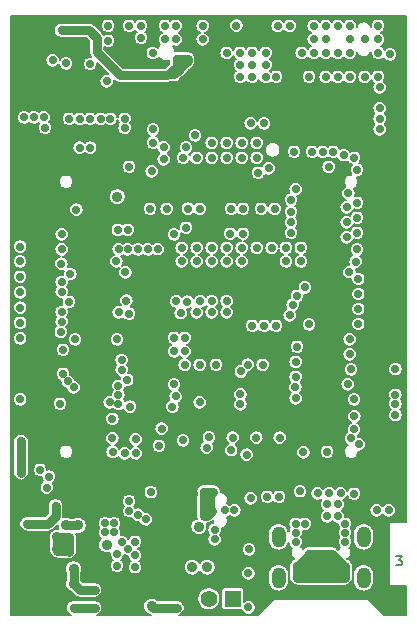
<source format=gbr>
G04 #@! TF.GenerationSoftware,KiCad,Pcbnew,5.1.0-rc2-unknown-036be7d~80~ubuntu16.04.1*
G04 #@! TF.CreationDate,2022-02-25T15:09:56+02:00*
G04 #@! TF.ProjectId,USB-gLINK_Rev_D,5553422d-674c-4494-9e4b-5f5265765f44,D*
G04 #@! TF.SameCoordinates,Original*
G04 #@! TF.FileFunction,Copper,L3,Inr*
G04 #@! TF.FilePolarity,Positive*
%FSLAX46Y46*%
G04 Gerber Fmt 4.6, Leading zero omitted, Abs format (unit mm)*
G04 Created by KiCad (PCBNEW 5.1.0-rc2-unknown-036be7d~80~ubuntu16.04.1) date 2022-02-25 15:09:56*
%MOMM*%
%LPD*%
G04 APERTURE LIST*
%ADD10C,0.190500*%
%ADD11O,1.200000X1.800000*%
%ADD12C,1.400000*%
%ADD13R,1.400000X1.400000*%
%ADD14C,0.700000*%
%ADD15C,0.900000*%
%ADD16C,0.762000*%
%ADD17C,0.508000*%
%ADD18C,0.127000*%
G04 APERTURE END LIST*
D10*
X159385000Y-96483714D02*
X159856714Y-96483714D01*
X159602714Y-96774000D01*
X159711571Y-96774000D01*
X159784142Y-96810285D01*
X159820428Y-96846571D01*
X159856714Y-96919142D01*
X159856714Y-97100571D01*
X159820428Y-97173142D01*
X159784142Y-97209428D01*
X159711571Y-97245714D01*
X159493857Y-97245714D01*
X159421285Y-97209428D01*
X159385000Y-97173142D01*
D11*
X149435000Y-98294000D03*
X149435000Y-94824000D03*
X156635000Y-94824000D03*
X156635000Y-98294000D03*
D12*
X143525240Y-100058220D03*
D13*
X145554700Y-100055680D03*
D14*
X138201400Y-93345000D03*
X136779000Y-91795600D03*
X136779000Y-92633800D03*
X137515600Y-92938600D03*
D15*
X142110798Y-97384209D03*
D14*
X136779000Y-63500000D03*
X130556000Y-92202000D03*
X130556000Y-93091000D03*
X129921000Y-93726000D03*
X129032000Y-93726000D03*
X128143000Y-93726000D03*
D15*
X142697200Y-93980000D03*
D14*
X139835903Y-52696097D03*
X138802097Y-53856903D03*
D15*
X138683992Y-100711000D03*
X132080000Y-97536000D03*
X132080000Y-98806000D03*
D14*
X132080000Y-100838000D03*
X133858000Y-100838000D03*
X132969000Y-100838000D03*
X133858000Y-99314000D03*
X132969000Y-99314000D03*
X154432000Y-93091000D03*
X154432000Y-92075000D03*
X155067000Y-93726000D03*
X155067000Y-94488000D03*
X155067000Y-95250000D03*
X153923998Y-96266000D03*
X153035000Y-96266000D03*
X152019000Y-96266000D03*
X153035000Y-97282000D03*
X154051000Y-97282000D03*
X155067000Y-97282000D03*
X151003000Y-97282000D03*
X152019000Y-97282000D03*
X155067000Y-98298000D03*
X154051000Y-98298000D03*
X153035000Y-98298000D03*
X151003000Y-98298000D03*
X152019000Y-98298000D03*
X139827000Y-100838000D03*
X140843000Y-100838000D03*
X143129000Y-92265500D03*
X143129000Y-93027500D03*
X144018000Y-94234000D03*
X144018000Y-95026990D03*
D15*
X143383000Y-97384209D03*
X134874000Y-95509510D03*
D14*
X127635000Y-87630000D03*
X127635000Y-86741000D03*
X127635000Y-88519000D03*
X127635000Y-89408000D03*
X135763000Y-78105000D03*
X132080000Y-82169000D03*
X131572000Y-81661000D03*
X131191000Y-81026000D03*
X133482212Y-61879990D03*
X132593212Y-59436000D03*
X133477000Y-59436000D03*
X131699000Y-59436000D03*
X134366000Y-59436000D03*
X135191500Y-59436000D03*
X136398000Y-59436000D03*
X136398000Y-60198000D03*
X129667000Y-60198000D03*
X128727200Y-59309000D03*
X129565400Y-59302474D03*
X142748000Y-67056000D03*
X145415000Y-67056000D03*
X131191000Y-78994000D03*
X132207000Y-78105000D03*
X147701000Y-64008000D03*
X135001000Y-52832000D03*
X135001000Y-51562000D03*
X136779000Y-51562000D03*
X137795000Y-51562000D03*
X137795000Y-52578000D03*
X139827000Y-51562000D03*
X140741400Y-52705000D03*
X140741400Y-51562000D03*
X143002000Y-51562000D03*
X143002000Y-52705000D03*
X145872200Y-51536600D03*
X150368000Y-51562000D03*
X149352000Y-51562000D03*
X153416000Y-52705000D03*
X152400000Y-52705000D03*
X153416000Y-51562000D03*
X152400000Y-51562000D03*
X155448000Y-51562000D03*
X154432000Y-51562000D03*
X157861000Y-51562000D03*
X155448000Y-52705000D03*
X157861000Y-52705000D03*
X156718000Y-52705000D03*
X157861000Y-53848000D03*
X155448000Y-53848000D03*
X153416000Y-53848000D03*
X154432000Y-53848000D03*
X152400000Y-53848000D03*
X151384000Y-53848000D03*
X148336000Y-53848000D03*
X147193000Y-53848000D03*
X146177000Y-53848000D03*
X145034000Y-53848000D03*
X147193000Y-54864000D03*
X146177000Y-54864000D03*
X146177000Y-55880000D03*
X147193000Y-55880000D03*
X148336000Y-54864000D03*
X148336000Y-55880000D03*
X149225000Y-55880000D03*
X152019000Y-55880000D03*
X153416000Y-55880000D03*
X154432000Y-55880000D03*
X155448000Y-55880000D03*
X156718000Y-55880000D03*
X157861000Y-55880000D03*
X157988000Y-56769000D03*
X157988000Y-58547000D03*
X157988000Y-59436000D03*
X157988000Y-60325000D03*
X155575000Y-86487000D03*
X153543000Y-87630000D03*
X156210000Y-86995000D03*
X159321500Y-83566000D03*
X155829000Y-85725000D03*
X155829000Y-83185000D03*
X155829000Y-91186000D03*
X143891000Y-90995500D03*
X159321500Y-82804000D03*
X141761765Y-67026235D03*
X139954000Y-67056000D03*
X135826500Y-68834000D03*
X136652000Y-68834000D03*
X141605000Y-68659957D03*
X146431000Y-67056000D03*
X145334985Y-69168015D03*
X146431000Y-69167957D03*
X147574000Y-61468000D03*
X147574000Y-62738000D03*
X146304000Y-61468000D03*
X146304000Y-62738000D03*
X145034000Y-61468000D03*
X145034000Y-62738000D03*
X143764000Y-61468000D03*
X143764000Y-62738000D03*
X142494000Y-62738000D03*
X141351000Y-62738000D03*
X141224000Y-70358000D03*
X145034000Y-70358000D03*
X148844000Y-70358000D03*
X143764000Y-70358000D03*
X150058994Y-70358000D03*
X146304000Y-70358000D03*
X142494000Y-70358000D03*
X147574000Y-70358000D03*
X155829000Y-62738000D03*
X145034000Y-71501000D03*
X143764000Y-71501000D03*
X146304000Y-71501000D03*
X142494000Y-71501000D03*
X141224000Y-71501000D03*
X150058994Y-71501000D03*
X151328994Y-70358000D03*
X151328994Y-71501000D03*
X135699500Y-71501000D03*
X135890000Y-70485000D03*
X136652000Y-70485000D03*
X135890000Y-75819000D03*
X142494000Y-75819000D03*
X143764000Y-75819000D03*
X145034000Y-75819000D03*
X141478000Y-77978000D03*
X141478000Y-79121000D03*
X149225000Y-76962000D03*
X147193000Y-76962000D03*
X144145000Y-80264000D03*
X142748000Y-80264000D03*
X142748000Y-83439000D03*
X148082000Y-80264000D03*
X150861737Y-82169000D03*
X148209000Y-76962000D03*
X145034000Y-74866511D03*
X143764000Y-74866511D03*
X143129000Y-90995500D03*
X143510000Y-91630500D03*
X155194000Y-66929000D03*
X155194000Y-68199000D03*
X136779000Y-75947001D03*
X140589000Y-77978000D03*
X140589000Y-79121000D03*
X141478000Y-80264000D03*
X140589000Y-81915000D03*
X149479000Y-91440000D03*
X153543000Y-92075000D03*
X153543000Y-93091000D03*
X143764000Y-92646500D03*
X148463000Y-91440000D03*
X155448000Y-78105000D03*
X155194000Y-69469000D03*
X155448000Y-79375000D03*
X132593212Y-61879990D03*
X138811000Y-60325000D03*
X148209000Y-59817000D03*
X147066000Y-59817000D03*
X148590000Y-63627000D03*
X140589000Y-69215000D03*
D15*
X135763000Y-66040000D03*
D14*
X138557000Y-67056000D03*
X147955000Y-67056000D03*
X127889000Y-59309000D03*
X134874000Y-56261000D03*
X142798800Y-74879200D03*
X141156994Y-75886006D03*
X127558800Y-83185000D03*
D15*
X131445000Y-93853000D03*
X132461000Y-93853000D03*
D14*
X138684000Y-63881000D03*
X138811000Y-61468000D03*
X158877000Y-53975000D03*
X159334200Y-80619600D03*
X155854558Y-84607562D03*
X147066010Y-91567000D03*
X149098000Y-67056000D03*
X151257000Y-90957400D03*
X131064000Y-70485000D03*
X127556800Y-76710000D03*
X131050326Y-71695711D03*
X127558800Y-78028800D03*
X150495000Y-69088000D03*
X152742900Y-91147900D03*
X150495000Y-67310000D03*
X154686000Y-91135200D03*
X150495000Y-68199000D03*
X153720800Y-91135200D03*
X135509000Y-94424500D03*
X134747000Y-93662500D03*
X135509000Y-93662500D03*
X134747000Y-94424500D03*
X150876000Y-95250000D03*
X150876000Y-94488000D03*
X150876000Y-93726000D03*
X151638000Y-93726000D03*
X135884920Y-83573620D03*
X135884920Y-82049620D03*
X135884920Y-82811620D03*
X135128000Y-83439000D03*
D15*
X147955000Y-95885000D03*
D14*
X148844000Y-96964500D03*
X148844000Y-96139000D03*
D15*
X148145500Y-97917000D03*
X148145500Y-98933000D03*
X148145500Y-99949000D03*
D14*
X147828000Y-100838000D03*
X147193000Y-97028000D03*
X149098000Y-99822000D03*
X139700000Y-92075000D03*
X139700000Y-91186000D03*
X141351000Y-91186000D03*
X141351000Y-92075000D03*
X141351000Y-92964000D03*
X142240000Y-91186000D03*
X130937000Y-63881000D03*
X133540500Y-63119000D03*
X132651500Y-63119000D03*
X131762500Y-63119000D03*
X130937000Y-63119000D03*
X131762500Y-63881000D03*
X134493000Y-63119000D03*
X136398000Y-62611000D03*
X136398000Y-61849000D03*
X131445000Y-66294000D03*
X130937000Y-65532000D03*
X131445000Y-67183000D03*
X158877000Y-88265000D03*
X157099000Y-89027000D03*
X159385000Y-88773000D03*
X157099000Y-87630000D03*
X158877000Y-87249000D03*
X159385000Y-87757000D03*
X158877000Y-89281000D03*
X159385000Y-89789000D03*
X157099000Y-89789000D03*
X159385000Y-86741000D03*
X150749000Y-61214000D03*
X134747000Y-61366400D03*
X131343400Y-61366400D03*
X132461000Y-54711600D03*
X132994400Y-52882800D03*
X127558800Y-67614800D03*
X127558800Y-66294000D03*
X127558800Y-65405000D03*
X127558800Y-64465200D03*
X127558800Y-63474600D03*
X159321500Y-84518500D03*
X158750000Y-92583000D03*
X155346400Y-65735200D03*
X156083000Y-66548000D03*
X156083000Y-67818000D03*
X156083000Y-69088000D03*
X156083000Y-70485000D03*
X155956000Y-71526400D03*
X155422600Y-72415400D03*
X139700000Y-61849000D03*
X156083000Y-63754000D03*
X130937000Y-83566000D03*
X139531288Y-85665112D03*
X136855200Y-83794600D03*
X131699000Y-74930000D03*
X129997200Y-89738200D03*
X136621520Y-81534000D03*
X129819400Y-90652600D03*
X131800600Y-72567800D03*
X140446500Y-83820000D03*
X135382000Y-87630000D03*
X137541000Y-70485000D03*
X140716000Y-82929506D03*
X136398000Y-87757000D03*
X138368013Y-70485000D03*
X139207107Y-70469893D03*
X137350500Y-87757000D03*
X131064000Y-75786500D03*
X142367000Y-60833000D03*
X139700000Y-62865000D03*
X132318760Y-67129660D03*
X131064000Y-74073500D03*
X146250204Y-80825796D03*
X156179010Y-72994010D03*
X153670000Y-63500000D03*
X155295600Y-81915000D03*
X156179010Y-74264010D03*
X152273000Y-62230000D03*
X156179010Y-75534010D03*
X154969491Y-62510886D03*
X156179010Y-76804010D03*
X154051000Y-62230000D03*
X157734000Y-92583000D03*
X145428430Y-87489570D03*
X150749000Y-62230000D03*
X141605000Y-61849000D03*
X138633200Y-91033600D03*
X155575000Y-80645000D03*
X153162000Y-62230000D03*
X150876008Y-83089488D03*
X143543020Y-86400640D03*
X149534880Y-86426040D03*
X135356600Y-84836000D03*
X136471660Y-72438260D03*
X147548600Y-86436200D03*
X145542000Y-86436200D03*
X127558800Y-70256400D03*
X143344900Y-87279480D03*
X127549800Y-71510000D03*
X141346200Y-86660000D03*
X146735800Y-87858600D03*
X150876000Y-65405000D03*
X151541990Y-87676100D03*
X150495000Y-66294000D03*
X151670230Y-73713632D03*
X131000500Y-77470000D03*
X152019000Y-76835000D03*
X129240280Y-89161620D03*
X151003000Y-74422000D03*
X151003000Y-78740000D03*
X135356600Y-86487000D03*
X136563100Y-74833480D03*
X131064000Y-69215000D03*
X127561400Y-75410000D03*
X150876000Y-80010000D03*
X150622000Y-75184000D03*
X137338817Y-86583010D03*
X140766800Y-74879200D03*
X127558800Y-74117200D03*
X150368000Y-76073000D03*
X150876000Y-81280000D03*
X139319000Y-87122006D03*
X141706600Y-74904600D03*
X127545200Y-72810000D03*
X131064000Y-76613500D03*
X131064000Y-73246500D03*
X146834981Y-80241019D03*
X136144000Y-79850500D03*
X145701500Y-92583000D03*
X136144000Y-80677500D03*
X144874499Y-92583000D03*
D15*
X130683000Y-94869000D03*
X130683000Y-95885000D03*
D14*
X131699000Y-96075500D03*
X131699000Y-94869000D03*
X135763000Y-96266000D03*
X137287000Y-95250000D03*
X137287000Y-96393000D03*
X136715500Y-95821500D03*
X136149238Y-95270124D03*
X135763000Y-97282000D03*
X137287000Y-97383600D03*
X146875500Y-100807010D03*
X146872045Y-97920455D03*
X130302000Y-54483000D03*
X131445000Y-54737000D03*
X133477000Y-54787800D03*
X146939000Y-95885000D03*
X146202400Y-83598500D03*
X146202400Y-82771500D03*
X140843000Y-54356000D03*
X141732000Y-54356000D03*
X131064000Y-51943000D03*
D16*
X129921000Y-93726000D02*
X129032000Y-93726000D01*
X129032000Y-93726000D02*
X128143000Y-93726000D01*
X129921000Y-93726000D02*
X130556000Y-93091000D01*
X130556000Y-92202000D02*
X130556000Y-93091000D01*
X151003000Y-98298000D02*
X155067000Y-98298000D01*
X155067000Y-97282000D02*
X154939998Y-97282000D01*
X152019000Y-96266000D02*
X152019000Y-96329500D01*
X151066500Y-97282000D02*
X151003000Y-97282000D01*
X152019000Y-96266000D02*
X153923998Y-96266000D01*
X151003000Y-97282000D02*
X155067000Y-97282000D01*
X154876500Y-97790000D02*
X155067000Y-97980500D01*
X151003000Y-97790000D02*
X154876500Y-97790000D01*
X155067000Y-97980500D02*
X155067000Y-97282000D01*
X151003000Y-97282000D02*
X151003000Y-97790000D01*
X155067000Y-98298000D02*
X155067000Y-97980500D01*
X151003000Y-97790000D02*
X151003000Y-98298000D01*
X151638000Y-96710500D02*
X154368498Y-96710500D01*
X154368498Y-96710500D02*
X154400249Y-96742251D01*
X154400249Y-96742251D02*
X153923998Y-96266000D01*
X154939998Y-97282000D02*
X154400249Y-96742251D01*
X152019000Y-96329500D02*
X151638000Y-96710500D01*
X151638000Y-96710500D02*
X151066500Y-97282000D01*
X143129000Y-90995500D02*
X143129000Y-93027500D01*
X143383000Y-93027500D02*
X143764000Y-92646500D01*
X143129000Y-93027500D02*
X143383000Y-93027500D01*
X143891000Y-90995500D02*
X143129000Y-90995500D01*
X143637000Y-91249500D02*
X143891000Y-90995500D01*
X143764000Y-92646500D02*
X143637000Y-92519500D01*
X143637000Y-92519500D02*
X143637000Y-91249500D01*
X132080000Y-100838000D02*
X133858000Y-100838000D01*
X140843000Y-100838000D02*
X139827000Y-100838000D01*
X138810992Y-100838000D02*
X138683992Y-100711000D01*
X139827000Y-100838000D02*
X138810992Y-100838000D01*
X133858000Y-99314000D02*
X132969000Y-99314000D01*
X132588000Y-99314000D02*
X132080000Y-98806000D01*
X132969000Y-99314000D02*
X132588000Y-99314000D01*
X132080000Y-98806000D02*
X132080000Y-97536000D01*
X127635000Y-86741000D02*
X127635000Y-89408000D01*
X131445000Y-93853000D02*
X132461000Y-93853000D01*
X129032000Y-69088000D02*
X130302000Y-67818000D01*
X138938000Y-89789000D02*
X135318500Y-89789000D01*
X139700000Y-90551000D02*
X138938000Y-89789000D01*
X139700000Y-91186000D02*
X139700000Y-90551000D01*
X135318500Y-89789000D02*
X129032000Y-83502500D01*
X129032000Y-83502500D02*
X129032000Y-69088000D01*
X130302000Y-67818000D02*
X130302000Y-62407800D01*
X130302000Y-62407800D02*
X131343400Y-61366400D01*
X132994400Y-52882800D02*
X132461000Y-53416200D01*
X132461000Y-53416200D02*
X132461000Y-55245000D01*
X132461000Y-55245000D02*
X130683000Y-57023000D01*
X130683000Y-57023000D02*
X130683000Y-60706000D01*
X130683000Y-60706000D02*
X131343400Y-61366400D01*
X131699000Y-96075500D02*
X131699000Y-94869000D01*
X131699000Y-94869000D02*
X130810000Y-94869000D01*
X130810000Y-95186500D02*
X131699000Y-96075500D01*
X130810000Y-94869000D02*
X130810000Y-95186500D01*
X131635500Y-96012000D02*
X131699000Y-96075500D01*
X130683000Y-96012000D02*
X131635500Y-96012000D01*
X130683000Y-94996000D02*
X130683000Y-96012000D01*
X130810000Y-94869000D02*
X130683000Y-94996000D01*
X140843000Y-54356000D02*
X140843000Y-55118000D01*
X140843000Y-55118000D02*
X140843000Y-55435500D01*
X141732000Y-54546500D02*
X141541500Y-54737000D01*
X141732000Y-54356000D02*
X141732000Y-54546500D01*
X141541500Y-54737000D02*
X140843000Y-55435500D01*
X140843000Y-54356000D02*
X141732000Y-54356000D01*
D17*
X140589000Y-55118000D02*
X140843000Y-55118000D01*
X139954000Y-55753000D02*
X140589000Y-55118000D01*
X140639800Y-55829200D02*
X141351000Y-55118000D01*
X140030200Y-55829200D02*
X140639800Y-55829200D01*
X139954000Y-55753000D02*
X140030200Y-55829200D01*
D16*
X136017000Y-55753000D02*
X139954000Y-55753000D01*
X131064000Y-51943000D02*
X133375400Y-51943000D01*
X133375400Y-51943000D02*
X134035800Y-52603400D01*
X134035800Y-52603400D02*
X134035800Y-53771800D01*
X134035800Y-53771800D02*
X136017000Y-55753000D01*
D18*
G36*
X160261300Y-93535500D02*
G01*
X158877000Y-93535500D01*
X158864612Y-93536720D01*
X158852700Y-93540334D01*
X158841721Y-93546202D01*
X158832099Y-93554099D01*
X158824202Y-93563721D01*
X158818334Y-93574700D01*
X158814720Y-93586612D01*
X158813500Y-93599000D01*
X158813500Y-98933000D01*
X158814720Y-98945388D01*
X158818334Y-98957300D01*
X158824202Y-98968279D01*
X158832099Y-98977901D01*
X158841721Y-98985798D01*
X158852700Y-98991666D01*
X158864612Y-98995280D01*
X158877000Y-98996500D01*
X160261300Y-98996500D01*
X160261300Y-101460300D01*
X158405076Y-101460300D01*
X157137060Y-100192285D01*
X157124734Y-100177266D01*
X157064786Y-100128067D01*
X156996391Y-100091510D01*
X156922179Y-100068997D01*
X156864333Y-100063300D01*
X156864322Y-100063300D01*
X156845000Y-100061397D01*
X156825678Y-100063300D01*
X149244322Y-100063300D01*
X149224999Y-100061397D01*
X149205677Y-100063300D01*
X149205667Y-100063300D01*
X149147821Y-100068997D01*
X149073609Y-100091510D01*
X149041770Y-100108528D01*
X149005213Y-100128067D01*
X148960282Y-100164942D01*
X148960279Y-100164945D01*
X148945266Y-100177266D01*
X148932944Y-100192280D01*
X147664925Y-101460300D01*
X141022805Y-101460300D01*
X141092063Y-101439291D01*
X141204583Y-101379148D01*
X141303208Y-101298208D01*
X141384148Y-101199583D01*
X141444291Y-101087063D01*
X141481327Y-100964971D01*
X141493833Y-100838000D01*
X141481327Y-100711029D01*
X141444291Y-100588937D01*
X141384148Y-100476417D01*
X141303208Y-100377792D01*
X141204583Y-100296852D01*
X141092063Y-100236709D01*
X140969971Y-100199673D01*
X140874809Y-100190300D01*
X139176859Y-100190300D01*
X139140862Y-100154303D01*
X139023477Y-100075869D01*
X138893046Y-100021842D01*
X138754581Y-99994300D01*
X138613403Y-99994300D01*
X138474938Y-100021842D01*
X138344507Y-100075869D01*
X138227122Y-100154303D01*
X138127295Y-100254130D01*
X138048861Y-100371515D01*
X137994834Y-100501946D01*
X137967292Y-100640411D01*
X137967292Y-100781589D01*
X137994834Y-100920054D01*
X138048861Y-101050485D01*
X138127295Y-101167870D01*
X138227122Y-101267697D01*
X138344507Y-101346131D01*
X138474938Y-101400158D01*
X138496882Y-101404523D01*
X138561929Y-101439291D01*
X138631187Y-101460300D01*
X134037805Y-101460300D01*
X134107063Y-101439291D01*
X134219583Y-101379148D01*
X134318208Y-101298208D01*
X134399148Y-101199583D01*
X134459291Y-101087063D01*
X134496327Y-100964971D01*
X134508833Y-100838000D01*
X134496327Y-100711029D01*
X134459291Y-100588937D01*
X134399148Y-100476417D01*
X134318208Y-100377792D01*
X134219583Y-100296852D01*
X134107063Y-100236709D01*
X133984971Y-100199673D01*
X133889809Y-100190300D01*
X132048191Y-100190300D01*
X131953029Y-100199673D01*
X131830937Y-100236709D01*
X131718417Y-100296852D01*
X131619792Y-100377792D01*
X131538852Y-100476417D01*
X131478709Y-100588937D01*
X131441673Y-100711029D01*
X131429167Y-100838000D01*
X131441673Y-100964971D01*
X131478709Y-101087063D01*
X131538852Y-101199583D01*
X131619792Y-101298208D01*
X131718417Y-101379148D01*
X131830937Y-101439291D01*
X131900195Y-101460300D01*
X126758700Y-101460300D01*
X126758700Y-97465411D01*
X131363300Y-97465411D01*
X131363300Y-97606589D01*
X131390842Y-97745054D01*
X131432301Y-97845143D01*
X131432300Y-98496858D01*
X131390842Y-98596946D01*
X131363300Y-98735411D01*
X131363300Y-98876589D01*
X131390842Y-99015054D01*
X131444869Y-99145485D01*
X131523303Y-99262870D01*
X131623130Y-99362697D01*
X131740515Y-99441131D01*
X131840604Y-99482590D01*
X132107521Y-99749508D01*
X132127792Y-99774208D01*
X132152491Y-99794478D01*
X132152498Y-99794485D01*
X132216600Y-99847091D01*
X132226417Y-99855148D01*
X132338937Y-99915291D01*
X132461029Y-99952327D01*
X132556191Y-99961700D01*
X132556200Y-99961700D01*
X132587999Y-99964832D01*
X132606517Y-99963008D01*
X142558540Y-99963008D01*
X142558540Y-100153432D01*
X142595690Y-100340196D01*
X142668562Y-100516124D01*
X142774355Y-100674455D01*
X142909005Y-100809105D01*
X143067336Y-100914898D01*
X143243264Y-100987770D01*
X143430028Y-101024920D01*
X143620452Y-101024920D01*
X143807216Y-100987770D01*
X143983144Y-100914898D01*
X144141475Y-100809105D01*
X144276125Y-100674455D01*
X144381918Y-100516124D01*
X144454790Y-100340196D01*
X144491940Y-100153432D01*
X144491940Y-99963008D01*
X144454790Y-99776244D01*
X144381918Y-99600316D01*
X144276125Y-99441985D01*
X144189820Y-99355680D01*
X144586710Y-99355680D01*
X144586710Y-100755680D01*
X144591859Y-100807962D01*
X144607110Y-100858235D01*
X144631874Y-100904567D01*
X144665202Y-100945178D01*
X144705813Y-100978506D01*
X144752145Y-101003270D01*
X144802418Y-101018521D01*
X144854700Y-101023670D01*
X146254700Y-101023670D01*
X146296045Y-101019598D01*
X146328988Y-101099127D01*
X146396478Y-101200133D01*
X146482377Y-101286032D01*
X146583383Y-101353522D01*
X146695615Y-101400011D01*
X146814760Y-101423710D01*
X146936240Y-101423710D01*
X147055385Y-101400011D01*
X147167617Y-101353522D01*
X147268623Y-101286032D01*
X147354522Y-101200133D01*
X147422012Y-101099127D01*
X147468501Y-100986895D01*
X147492200Y-100867750D01*
X147492200Y-100746270D01*
X147468501Y-100627125D01*
X147422012Y-100514893D01*
X147354522Y-100413887D01*
X147268623Y-100327988D01*
X147167617Y-100260498D01*
X147055385Y-100214009D01*
X146936240Y-100190310D01*
X146814760Y-100190310D01*
X146695615Y-100214009D01*
X146583383Y-100260498D01*
X146522690Y-100301052D01*
X146522690Y-99355680D01*
X146517541Y-99303398D01*
X146502290Y-99253125D01*
X146477526Y-99206793D01*
X146444198Y-99166182D01*
X146403587Y-99132854D01*
X146357255Y-99108090D01*
X146306982Y-99092839D01*
X146254700Y-99087690D01*
X144854700Y-99087690D01*
X144802418Y-99092839D01*
X144752145Y-99108090D01*
X144705813Y-99132854D01*
X144665202Y-99166182D01*
X144631874Y-99206793D01*
X144607110Y-99253125D01*
X144591859Y-99303398D01*
X144586710Y-99355680D01*
X144189820Y-99355680D01*
X144141475Y-99307335D01*
X143983144Y-99201542D01*
X143807216Y-99128670D01*
X143620452Y-99091520D01*
X143430028Y-99091520D01*
X143243264Y-99128670D01*
X143067336Y-99201542D01*
X142909005Y-99307335D01*
X142774355Y-99441985D01*
X142668562Y-99600316D01*
X142595690Y-99776244D01*
X142558540Y-99963008D01*
X132606517Y-99963008D01*
X132619798Y-99961700D01*
X133889809Y-99961700D01*
X133984971Y-99952327D01*
X134107063Y-99915291D01*
X134219583Y-99855148D01*
X134318208Y-99774208D01*
X134399148Y-99675583D01*
X134459291Y-99563063D01*
X134496327Y-99440971D01*
X134508833Y-99314000D01*
X134496327Y-99187029D01*
X134459291Y-99064937D01*
X134399148Y-98952417D01*
X134318208Y-98853792D01*
X134219583Y-98772852D01*
X134107063Y-98712709D01*
X133984971Y-98675673D01*
X133889809Y-98666300D01*
X132856286Y-98666300D01*
X132756590Y-98566604D01*
X132727700Y-98496859D01*
X132727700Y-97845141D01*
X132769158Y-97745054D01*
X132796700Y-97606589D01*
X132796700Y-97465411D01*
X132769158Y-97326946D01*
X132715131Y-97196515D01*
X132636697Y-97079130D01*
X132536870Y-96979303D01*
X132419485Y-96900869D01*
X132289054Y-96846842D01*
X132150589Y-96819300D01*
X132009411Y-96819300D01*
X131870946Y-96846842D01*
X131740515Y-96900869D01*
X131623130Y-96979303D01*
X131523303Y-97079130D01*
X131444869Y-97196515D01*
X131390842Y-97326946D01*
X131363300Y-97465411D01*
X126758700Y-97465411D01*
X126758700Y-93726000D01*
X127492167Y-93726000D01*
X127504673Y-93852971D01*
X127541709Y-93975063D01*
X127601852Y-94087583D01*
X127682792Y-94186208D01*
X127781417Y-94267148D01*
X127893937Y-94327291D01*
X128016029Y-94364327D01*
X128111191Y-94373700D01*
X129889199Y-94373700D01*
X129921000Y-94376832D01*
X129952801Y-94373700D01*
X129952809Y-94373700D01*
X130047971Y-94364327D01*
X130170063Y-94327291D01*
X130282583Y-94267148D01*
X130381208Y-94186208D01*
X130401487Y-94161498D01*
X130728300Y-93834686D01*
X130728300Y-93923589D01*
X130755842Y-94062054D01*
X130796782Y-94160892D01*
X130753589Y-94152300D01*
X130612411Y-94152300D01*
X130473946Y-94179842D01*
X130343515Y-94233869D01*
X130226130Y-94312303D01*
X130126303Y-94412130D01*
X130047869Y-94529515D01*
X129993842Y-94659946D01*
X129966300Y-94798411D01*
X129966300Y-94939589D01*
X129993842Y-95078054D01*
X130035300Y-95178142D01*
X130035301Y-95575857D01*
X129993842Y-95675946D01*
X129966300Y-95814411D01*
X129966300Y-95955589D01*
X129993842Y-96094054D01*
X130047869Y-96224485D01*
X130119295Y-96331382D01*
X130141852Y-96373583D01*
X130222792Y-96472208D01*
X130321417Y-96553148D01*
X130433937Y-96613291D01*
X130556029Y-96650327D01*
X130651191Y-96659700D01*
X130651192Y-96659700D01*
X130683000Y-96662833D01*
X130714809Y-96659700D01*
X131417962Y-96659700D01*
X131449937Y-96676791D01*
X131572028Y-96713827D01*
X131583413Y-96714948D01*
X131699000Y-96726333D01*
X131814586Y-96714948D01*
X131825971Y-96713827D01*
X131948063Y-96676791D01*
X132027557Y-96634300D01*
X132060582Y-96616648D01*
X132159208Y-96535708D01*
X132240148Y-96437083D01*
X132300291Y-96324563D01*
X132337327Y-96202471D01*
X132346700Y-96107309D01*
X132346700Y-96107301D01*
X132349832Y-96075500D01*
X132346700Y-96043699D01*
X132346700Y-94900809D01*
X132349833Y-94869000D01*
X132337327Y-94742029D01*
X132300291Y-94619937D01*
X132259523Y-94543665D01*
X132390411Y-94569700D01*
X132531589Y-94569700D01*
X132670054Y-94542158D01*
X132800485Y-94488131D01*
X132917870Y-94409697D01*
X133017697Y-94309870D01*
X133096131Y-94192485D01*
X133150158Y-94062054D01*
X133177700Y-93923589D01*
X133177700Y-93782411D01*
X133150158Y-93643946D01*
X133132684Y-93601760D01*
X134130300Y-93601760D01*
X134130300Y-93723240D01*
X134153999Y-93842385D01*
X134200488Y-93954617D01*
X134259878Y-94043500D01*
X134200488Y-94132383D01*
X134153999Y-94244615D01*
X134130300Y-94363760D01*
X134130300Y-94485240D01*
X134153999Y-94604385D01*
X134200488Y-94716617D01*
X134267978Y-94817623D01*
X134353877Y-94903522D01*
X134422388Y-94949300D01*
X134417130Y-94952813D01*
X134317303Y-95052640D01*
X134238869Y-95170025D01*
X134184842Y-95300456D01*
X134157300Y-95438921D01*
X134157300Y-95580099D01*
X134184842Y-95718564D01*
X134238869Y-95848995D01*
X134317303Y-95966380D01*
X134417130Y-96066207D01*
X134534515Y-96144641D01*
X134664946Y-96198668D01*
X134803411Y-96226210D01*
X134944589Y-96226210D01*
X135083054Y-96198668D01*
X135153408Y-96169526D01*
X135146300Y-96205260D01*
X135146300Y-96326740D01*
X135169999Y-96445885D01*
X135216488Y-96558117D01*
X135283978Y-96659123D01*
X135369877Y-96745022D01*
X135413246Y-96774000D01*
X135369877Y-96802978D01*
X135283978Y-96888877D01*
X135216488Y-96989883D01*
X135169999Y-97102115D01*
X135146300Y-97221260D01*
X135146300Y-97342740D01*
X135169999Y-97461885D01*
X135216488Y-97574117D01*
X135283978Y-97675123D01*
X135369877Y-97761022D01*
X135470883Y-97828512D01*
X135583115Y-97875001D01*
X135702260Y-97898700D01*
X135823740Y-97898700D01*
X135942885Y-97875001D01*
X136055117Y-97828512D01*
X136156123Y-97761022D01*
X136242022Y-97675123D01*
X136309512Y-97574117D01*
X136356001Y-97461885D01*
X136379700Y-97342740D01*
X136379700Y-97221260D01*
X136356001Y-97102115D01*
X136309512Y-96989883D01*
X136242022Y-96888877D01*
X136156123Y-96802978D01*
X136112754Y-96774000D01*
X136156123Y-96745022D01*
X136242022Y-96659123D01*
X136309512Y-96558117D01*
X136356001Y-96445885D01*
X136377578Y-96337406D01*
X136423383Y-96368012D01*
X136535615Y-96414501D01*
X136654760Y-96438200D01*
X136670300Y-96438200D01*
X136670300Y-96453740D01*
X136693999Y-96572885D01*
X136740488Y-96685117D01*
X136807978Y-96786123D01*
X136893877Y-96872022D01*
X136918239Y-96888300D01*
X136893877Y-96904578D01*
X136807978Y-96990477D01*
X136740488Y-97091483D01*
X136693999Y-97203715D01*
X136670300Y-97322860D01*
X136670300Y-97444340D01*
X136693999Y-97563485D01*
X136740488Y-97675717D01*
X136807978Y-97776723D01*
X136893877Y-97862622D01*
X136994883Y-97930112D01*
X137107115Y-97976601D01*
X137226260Y-98000300D01*
X137347740Y-98000300D01*
X137466885Y-97976601D01*
X137579117Y-97930112D01*
X137680123Y-97862622D01*
X137766022Y-97776723D01*
X137833512Y-97675717D01*
X137880001Y-97563485D01*
X137903700Y-97444340D01*
X137903700Y-97322860D01*
X137901863Y-97313620D01*
X141394098Y-97313620D01*
X141394098Y-97454798D01*
X141421640Y-97593263D01*
X141475667Y-97723694D01*
X141554101Y-97841079D01*
X141653928Y-97940906D01*
X141771313Y-98019340D01*
X141901744Y-98073367D01*
X142040209Y-98100909D01*
X142181387Y-98100909D01*
X142319852Y-98073367D01*
X142450283Y-98019340D01*
X142567668Y-97940906D01*
X142667495Y-97841079D01*
X142745929Y-97723694D01*
X142746899Y-97721352D01*
X142747869Y-97723694D01*
X142826303Y-97841079D01*
X142926130Y-97940906D01*
X143043515Y-98019340D01*
X143173946Y-98073367D01*
X143312411Y-98100909D01*
X143453589Y-98100909D01*
X143592054Y-98073367D01*
X143722485Y-98019340D01*
X143839870Y-97940906D01*
X143921061Y-97859715D01*
X146255345Y-97859715D01*
X146255345Y-97981195D01*
X146279044Y-98100340D01*
X146325533Y-98212572D01*
X146393023Y-98313578D01*
X146478922Y-98399477D01*
X146579928Y-98466967D01*
X146692160Y-98513456D01*
X146811305Y-98537155D01*
X146932785Y-98537155D01*
X147051930Y-98513456D01*
X147164162Y-98466967D01*
X147265168Y-98399477D01*
X147351067Y-98313578D01*
X147418557Y-98212572D01*
X147465046Y-98100340D01*
X147488745Y-97981195D01*
X147488745Y-97951429D01*
X148568300Y-97951429D01*
X148568300Y-98636572D01*
X148580841Y-98763903D01*
X148630400Y-98927276D01*
X148710880Y-99077842D01*
X148819187Y-99209814D01*
X148951159Y-99318121D01*
X149101725Y-99398600D01*
X149265098Y-99448159D01*
X149435000Y-99464893D01*
X149604903Y-99448159D01*
X149768276Y-99398600D01*
X149918842Y-99318121D01*
X150050814Y-99209814D01*
X150159121Y-99077842D01*
X150239600Y-98927276D01*
X150289159Y-98763903D01*
X150301700Y-98636572D01*
X150301700Y-97951428D01*
X150289159Y-97824097D01*
X150239600Y-97660724D01*
X150159121Y-97510158D01*
X150050814Y-97378186D01*
X149918841Y-97269879D01*
X149768275Y-97189400D01*
X149604902Y-97139841D01*
X149435000Y-97123107D01*
X149265097Y-97139841D01*
X149101724Y-97189400D01*
X148951158Y-97269879D01*
X148819186Y-97378186D01*
X148710879Y-97510159D01*
X148630400Y-97660725D01*
X148580841Y-97824098D01*
X148568300Y-97951429D01*
X147488745Y-97951429D01*
X147488745Y-97859715D01*
X147465046Y-97740570D01*
X147418557Y-97628338D01*
X147351067Y-97527332D01*
X147265168Y-97441433D01*
X147164162Y-97373943D01*
X147051930Y-97327454D01*
X146932785Y-97303755D01*
X146811305Y-97303755D01*
X146692160Y-97327454D01*
X146579928Y-97373943D01*
X146478922Y-97441433D01*
X146393023Y-97527332D01*
X146325533Y-97628338D01*
X146279044Y-97740570D01*
X146255345Y-97859715D01*
X143921061Y-97859715D01*
X143939697Y-97841079D01*
X144018131Y-97723694D01*
X144072158Y-97593263D01*
X144099700Y-97454798D01*
X144099700Y-97313620D01*
X144072158Y-97175155D01*
X144018131Y-97044724D01*
X143939697Y-96927339D01*
X143839870Y-96827512D01*
X143722485Y-96749078D01*
X143592054Y-96695051D01*
X143453589Y-96667509D01*
X143312411Y-96667509D01*
X143173946Y-96695051D01*
X143043515Y-96749078D01*
X142926130Y-96827512D01*
X142826303Y-96927339D01*
X142747869Y-97044724D01*
X142746899Y-97047066D01*
X142745929Y-97044724D01*
X142667495Y-96927339D01*
X142567668Y-96827512D01*
X142450283Y-96749078D01*
X142319852Y-96695051D01*
X142181387Y-96667509D01*
X142040209Y-96667509D01*
X141901744Y-96695051D01*
X141771313Y-96749078D01*
X141653928Y-96827512D01*
X141554101Y-96927339D01*
X141475667Y-97044724D01*
X141421640Y-97175155D01*
X141394098Y-97313620D01*
X137901863Y-97313620D01*
X137880001Y-97203715D01*
X137833512Y-97091483D01*
X137766022Y-96990477D01*
X137680123Y-96904578D01*
X137655761Y-96888300D01*
X137680123Y-96872022D01*
X137766022Y-96786123D01*
X137833512Y-96685117D01*
X137880001Y-96572885D01*
X137903700Y-96453740D01*
X137903700Y-96332260D01*
X137880001Y-96213115D01*
X137833512Y-96100883D01*
X137766022Y-95999877D01*
X137680123Y-95913978D01*
X137579117Y-95846488D01*
X137525456Y-95824260D01*
X146322300Y-95824260D01*
X146322300Y-95945740D01*
X146345999Y-96064885D01*
X146392488Y-96177117D01*
X146459978Y-96278123D01*
X146545877Y-96364022D01*
X146646883Y-96431512D01*
X146759115Y-96478001D01*
X146878260Y-96501700D01*
X146999740Y-96501700D01*
X147118885Y-96478001D01*
X147231117Y-96431512D01*
X147332123Y-96364022D01*
X147418022Y-96278123D01*
X147485512Y-96177117D01*
X147532001Y-96064885D01*
X147555700Y-95945740D01*
X147555700Y-95824260D01*
X147532001Y-95705115D01*
X147485512Y-95592883D01*
X147418022Y-95491877D01*
X147332123Y-95405978D01*
X147231117Y-95338488D01*
X147118885Y-95291999D01*
X146999740Y-95268300D01*
X146878260Y-95268300D01*
X146759115Y-95291999D01*
X146646883Y-95338488D01*
X146545877Y-95405978D01*
X146459978Y-95491877D01*
X146392488Y-95592883D01*
X146345999Y-95705115D01*
X146322300Y-95824260D01*
X137525456Y-95824260D01*
X137518792Y-95821500D01*
X137579117Y-95796512D01*
X137680123Y-95729022D01*
X137766022Y-95643123D01*
X137833512Y-95542117D01*
X137880001Y-95429885D01*
X137903700Y-95310740D01*
X137903700Y-95189260D01*
X137880001Y-95070115D01*
X137833512Y-94957883D01*
X137766022Y-94856877D01*
X137680123Y-94770978D01*
X137579117Y-94703488D01*
X137466885Y-94656999D01*
X137347740Y-94633300D01*
X137226260Y-94633300D01*
X137107115Y-94656999D01*
X136994883Y-94703488D01*
X136893877Y-94770978D01*
X136807978Y-94856877D01*
X136740488Y-94957883D01*
X136713951Y-95021947D01*
X136695750Y-94978007D01*
X136628260Y-94877001D01*
X136542361Y-94791102D01*
X136441355Y-94723612D01*
X136329123Y-94677123D01*
X136209978Y-94653424D01*
X136088498Y-94653424D01*
X136081076Y-94654900D01*
X136102001Y-94604385D01*
X136125700Y-94485240D01*
X136125700Y-94363760D01*
X136102001Y-94244615D01*
X136055512Y-94132383D01*
X135996122Y-94043500D01*
X136055512Y-93954617D01*
X136102001Y-93842385D01*
X136125700Y-93723240D01*
X136125700Y-93601760D01*
X136102001Y-93482615D01*
X136055512Y-93370383D01*
X135988022Y-93269377D01*
X135902123Y-93183478D01*
X135801117Y-93115988D01*
X135688885Y-93069499D01*
X135569740Y-93045800D01*
X135448260Y-93045800D01*
X135329115Y-93069499D01*
X135216883Y-93115988D01*
X135128000Y-93175378D01*
X135039117Y-93115988D01*
X134926885Y-93069499D01*
X134807740Y-93045800D01*
X134686260Y-93045800D01*
X134567115Y-93069499D01*
X134454883Y-93115988D01*
X134353877Y-93183478D01*
X134267978Y-93269377D01*
X134200488Y-93370383D01*
X134153999Y-93482615D01*
X134130300Y-93601760D01*
X133132684Y-93601760D01*
X133096131Y-93513515D01*
X133017697Y-93396130D01*
X132917870Y-93296303D01*
X132800485Y-93217869D01*
X132670054Y-93163842D01*
X132531589Y-93136300D01*
X132390411Y-93136300D01*
X132251946Y-93163842D01*
X132151859Y-93205300D01*
X131754141Y-93205300D01*
X131654054Y-93163842D01*
X131515589Y-93136300D01*
X131374411Y-93136300D01*
X131235946Y-93163842D01*
X131198115Y-93179512D01*
X131199658Y-93163842D01*
X131203700Y-93122809D01*
X131203700Y-93122801D01*
X131206832Y-93091000D01*
X131203700Y-93059199D01*
X131203700Y-92170191D01*
X131194327Y-92075029D01*
X131157291Y-91952937D01*
X131097148Y-91840417D01*
X131016208Y-91741792D01*
X131007762Y-91734860D01*
X136162300Y-91734860D01*
X136162300Y-91856340D01*
X136185999Y-91975485D01*
X136232488Y-92087717D01*
X136299978Y-92188723D01*
X136325955Y-92214700D01*
X136299978Y-92240677D01*
X136232488Y-92341683D01*
X136185999Y-92453915D01*
X136162300Y-92573060D01*
X136162300Y-92694540D01*
X136185999Y-92813685D01*
X136232488Y-92925917D01*
X136299978Y-93026923D01*
X136385877Y-93112822D01*
X136486883Y-93180312D01*
X136599115Y-93226801D01*
X136718260Y-93250500D01*
X136839740Y-93250500D01*
X136958885Y-93226801D01*
X136966209Y-93223767D01*
X136969088Y-93230717D01*
X137036578Y-93331723D01*
X137122477Y-93417622D01*
X137223483Y-93485112D01*
X137335715Y-93531601D01*
X137454860Y-93555300D01*
X137576340Y-93555300D01*
X137617598Y-93547093D01*
X137654888Y-93637117D01*
X137722378Y-93738123D01*
X137808277Y-93824022D01*
X137909283Y-93891512D01*
X138021515Y-93938001D01*
X138140660Y-93961700D01*
X138262140Y-93961700D01*
X138381285Y-93938001D01*
X138450305Y-93909411D01*
X141980500Y-93909411D01*
X141980500Y-94050589D01*
X142008042Y-94189054D01*
X142062069Y-94319485D01*
X142140503Y-94436870D01*
X142240330Y-94536697D01*
X142357715Y-94615131D01*
X142488146Y-94669158D01*
X142626611Y-94696700D01*
X142767789Y-94696700D01*
X142906254Y-94669158D01*
X143036685Y-94615131D01*
X143154070Y-94536697D01*
X143253897Y-94436870D01*
X143332331Y-94319485D01*
X143386358Y-94189054D01*
X143413900Y-94050589D01*
X143413900Y-93909411D01*
X143386358Y-93770946D01*
X143346698Y-93675200D01*
X143351199Y-93675200D01*
X143383000Y-93678332D01*
X143414801Y-93675200D01*
X143414809Y-93675200D01*
X143509971Y-93665827D01*
X143632063Y-93628791D01*
X143744583Y-93568648D01*
X143843208Y-93487708D01*
X143863488Y-93462997D01*
X143910560Y-93415925D01*
X143909300Y-93422260D01*
X143909300Y-93543740D01*
X143925200Y-93623677D01*
X143838115Y-93640999D01*
X143725883Y-93687488D01*
X143624877Y-93754978D01*
X143538978Y-93840877D01*
X143471488Y-93941883D01*
X143424999Y-94054115D01*
X143401300Y-94173260D01*
X143401300Y-94294740D01*
X143424999Y-94413885D01*
X143471488Y-94526117D01*
X143538978Y-94627123D01*
X143542350Y-94630495D01*
X143538978Y-94633867D01*
X143471488Y-94734873D01*
X143424999Y-94847105D01*
X143401300Y-94966250D01*
X143401300Y-95087730D01*
X143424999Y-95206875D01*
X143471488Y-95319107D01*
X143538978Y-95420113D01*
X143624877Y-95506012D01*
X143725883Y-95573502D01*
X143838115Y-95619991D01*
X143957260Y-95643690D01*
X144078740Y-95643690D01*
X144197885Y-95619991D01*
X144310117Y-95573502D01*
X144411123Y-95506012D01*
X144497022Y-95420113D01*
X144564512Y-95319107D01*
X144611001Y-95206875D01*
X144634700Y-95087730D01*
X144634700Y-94966250D01*
X144611001Y-94847105D01*
X144564512Y-94734873D01*
X144497022Y-94633867D01*
X144493650Y-94630495D01*
X144497022Y-94627123D01*
X144564512Y-94526117D01*
X144583022Y-94481429D01*
X148568300Y-94481429D01*
X148568300Y-95166572D01*
X148580841Y-95293903D01*
X148630400Y-95457276D01*
X148710880Y-95607842D01*
X148819187Y-95739814D01*
X148951159Y-95848121D01*
X149101725Y-95928600D01*
X149265098Y-95978159D01*
X149435000Y-95994893D01*
X149604903Y-95978159D01*
X149768276Y-95928600D01*
X149918842Y-95848121D01*
X150050814Y-95739814D01*
X150159121Y-95607842D01*
X150239600Y-95457276D01*
X150269102Y-95360021D01*
X150282999Y-95429885D01*
X150329488Y-95542117D01*
X150396978Y-95643123D01*
X150482877Y-95729022D01*
X150583883Y-95796512D01*
X150585243Y-95797075D01*
X150532797Y-95875567D01*
X150490078Y-95978700D01*
X150468300Y-96088185D01*
X150468300Y-96199815D01*
X150490078Y-96309300D01*
X150532797Y-96412433D01*
X150594815Y-96505250D01*
X150673750Y-96584185D01*
X150766567Y-96646203D01*
X150780529Y-96651986D01*
X150749358Y-96683156D01*
X150641417Y-96740852D01*
X150542792Y-96821792D01*
X150461852Y-96920417D01*
X150401709Y-97032937D01*
X150364673Y-97155029D01*
X150352167Y-97282000D01*
X150355300Y-97313809D01*
X150355300Y-97758191D01*
X150352167Y-97790000D01*
X150355300Y-97821809D01*
X150355300Y-98266191D01*
X150352167Y-98298000D01*
X150364673Y-98424971D01*
X150401709Y-98547063D01*
X150461852Y-98659583D01*
X150542792Y-98758208D01*
X150641417Y-98839148D01*
X150753937Y-98899291D01*
X150876029Y-98936327D01*
X150971191Y-98945700D01*
X150971192Y-98945700D01*
X151003000Y-98948833D01*
X151034809Y-98945700D01*
X155035191Y-98945700D01*
X155067000Y-98948833D01*
X155098808Y-98945700D01*
X155098809Y-98945700D01*
X155193971Y-98936327D01*
X155316063Y-98899291D01*
X155428583Y-98839148D01*
X155527208Y-98758208D01*
X155608148Y-98659583D01*
X155668291Y-98547063D01*
X155705327Y-98424971D01*
X155717833Y-98298000D01*
X155714700Y-98266191D01*
X155714700Y-98012301D01*
X155717832Y-97980500D01*
X155714969Y-97951429D01*
X155768300Y-97951429D01*
X155768300Y-98636572D01*
X155780841Y-98763903D01*
X155830400Y-98927276D01*
X155910880Y-99077842D01*
X156019187Y-99209814D01*
X156151159Y-99318121D01*
X156301725Y-99398600D01*
X156465098Y-99448159D01*
X156635000Y-99464893D01*
X156804903Y-99448159D01*
X156968276Y-99398600D01*
X157118842Y-99318121D01*
X157250814Y-99209814D01*
X157359121Y-99077842D01*
X157439600Y-98927276D01*
X157489159Y-98763903D01*
X157501700Y-98636572D01*
X157501700Y-97951428D01*
X157489159Y-97824097D01*
X157439600Y-97660724D01*
X157359121Y-97510158D01*
X157250814Y-97378186D01*
X157118841Y-97269879D01*
X156968275Y-97189400D01*
X156804902Y-97139841D01*
X156635000Y-97123107D01*
X156465097Y-97139841D01*
X156301724Y-97189400D01*
X156151158Y-97269879D01*
X156019186Y-97378186D01*
X155910879Y-97510159D01*
X155830400Y-97660725D01*
X155780841Y-97824098D01*
X155768300Y-97951429D01*
X155714969Y-97951429D01*
X155714700Y-97948699D01*
X155714700Y-97313809D01*
X155717833Y-97282000D01*
X155705327Y-97155029D01*
X155668291Y-97032937D01*
X155608148Y-96920417D01*
X155527208Y-96821792D01*
X155428583Y-96740852D01*
X155316063Y-96680709D01*
X155260684Y-96663910D01*
X155303433Y-96646203D01*
X155396250Y-96584185D01*
X155475185Y-96505250D01*
X155537203Y-96412433D01*
X155579922Y-96309300D01*
X155601700Y-96199815D01*
X155601700Y-96088185D01*
X155579922Y-95978700D01*
X155537203Y-95875567D01*
X155475185Y-95782750D01*
X155436944Y-95744509D01*
X155460123Y-95729022D01*
X155546022Y-95643123D01*
X155613512Y-95542117D01*
X155660001Y-95429885D01*
X155683700Y-95310740D01*
X155683700Y-95189260D01*
X155660001Y-95070115D01*
X155613512Y-94957883D01*
X155554122Y-94869000D01*
X155613512Y-94780117D01*
X155660001Y-94667885D01*
X155683700Y-94548740D01*
X155683700Y-94481429D01*
X155768300Y-94481429D01*
X155768300Y-95166572D01*
X155780841Y-95293903D01*
X155830400Y-95457276D01*
X155910880Y-95607842D01*
X156019187Y-95739814D01*
X156151159Y-95848121D01*
X156301725Y-95928600D01*
X156465098Y-95978159D01*
X156635000Y-95994893D01*
X156804903Y-95978159D01*
X156968276Y-95928600D01*
X157118842Y-95848121D01*
X157250814Y-95739814D01*
X157359121Y-95607842D01*
X157439600Y-95457276D01*
X157489159Y-95293903D01*
X157501700Y-95166572D01*
X157501700Y-94481428D01*
X157489159Y-94354097D01*
X157439600Y-94190724D01*
X157359121Y-94040158D01*
X157250814Y-93908186D01*
X157118841Y-93799879D01*
X156968275Y-93719400D01*
X156804902Y-93669841D01*
X156635000Y-93653107D01*
X156465097Y-93669841D01*
X156301724Y-93719400D01*
X156151158Y-93799879D01*
X156019186Y-93908186D01*
X155910879Y-94040159D01*
X155830400Y-94190725D01*
X155780841Y-94354098D01*
X155768300Y-94481429D01*
X155683700Y-94481429D01*
X155683700Y-94427260D01*
X155660001Y-94308115D01*
X155613512Y-94195883D01*
X155554122Y-94107000D01*
X155613512Y-94018117D01*
X155660001Y-93905885D01*
X155683700Y-93786740D01*
X155683700Y-93665260D01*
X155660001Y-93546115D01*
X155613512Y-93433883D01*
X155546022Y-93332877D01*
X155460123Y-93246978D01*
X155359117Y-93179488D01*
X155246885Y-93132999D01*
X155127740Y-93109300D01*
X155048700Y-93109300D01*
X155048700Y-93030260D01*
X155025001Y-92911115D01*
X154978512Y-92798883D01*
X154911022Y-92697877D01*
X154825123Y-92611978D01*
X154781754Y-92583000D01*
X154825123Y-92554022D01*
X154856885Y-92522260D01*
X157117300Y-92522260D01*
X157117300Y-92643740D01*
X157140999Y-92762885D01*
X157187488Y-92875117D01*
X157254978Y-92976123D01*
X157340877Y-93062022D01*
X157441883Y-93129512D01*
X157554115Y-93176001D01*
X157673260Y-93199700D01*
X157794740Y-93199700D01*
X157913885Y-93176001D01*
X158026117Y-93129512D01*
X158127123Y-93062022D01*
X158213022Y-92976123D01*
X158242000Y-92932754D01*
X158270978Y-92976123D01*
X158356877Y-93062022D01*
X158457883Y-93129512D01*
X158570115Y-93176001D01*
X158689260Y-93199700D01*
X158810740Y-93199700D01*
X158929885Y-93176001D01*
X159042117Y-93129512D01*
X159143123Y-93062022D01*
X159229022Y-92976123D01*
X159296512Y-92875117D01*
X159343001Y-92762885D01*
X159366700Y-92643740D01*
X159366700Y-92522260D01*
X159343001Y-92403115D01*
X159296512Y-92290883D01*
X159229022Y-92189877D01*
X159143123Y-92103978D01*
X159042117Y-92036488D01*
X158929885Y-91989999D01*
X158810740Y-91966300D01*
X158689260Y-91966300D01*
X158570115Y-91989999D01*
X158457883Y-92036488D01*
X158356877Y-92103978D01*
X158270978Y-92189877D01*
X158242000Y-92233246D01*
X158213022Y-92189877D01*
X158127123Y-92103978D01*
X158026117Y-92036488D01*
X157913885Y-91989999D01*
X157794740Y-91966300D01*
X157673260Y-91966300D01*
X157554115Y-91989999D01*
X157441883Y-92036488D01*
X157340877Y-92103978D01*
X157254978Y-92189877D01*
X157187488Y-92290883D01*
X157140999Y-92403115D01*
X157117300Y-92522260D01*
X154856885Y-92522260D01*
X154911022Y-92468123D01*
X154978512Y-92367117D01*
X155025001Y-92254885D01*
X155048700Y-92135740D01*
X155048700Y-92014260D01*
X155025001Y-91895115D01*
X154978512Y-91782883D01*
X154925480Y-91703515D01*
X154978117Y-91681712D01*
X155079123Y-91614222D01*
X155165022Y-91528323D01*
X155232512Y-91427317D01*
X155246979Y-91392392D01*
X155282488Y-91478117D01*
X155349978Y-91579123D01*
X155435877Y-91665022D01*
X155536883Y-91732512D01*
X155649115Y-91779001D01*
X155768260Y-91802700D01*
X155889740Y-91802700D01*
X156008885Y-91779001D01*
X156121117Y-91732512D01*
X156222123Y-91665022D01*
X156308022Y-91579123D01*
X156375512Y-91478117D01*
X156422001Y-91365885D01*
X156445700Y-91246740D01*
X156445700Y-91125260D01*
X156422001Y-91006115D01*
X156375512Y-90893883D01*
X156308022Y-90792877D01*
X156222123Y-90706978D01*
X156121117Y-90639488D01*
X156008885Y-90592999D01*
X155889740Y-90569300D01*
X155768260Y-90569300D01*
X155649115Y-90592999D01*
X155536883Y-90639488D01*
X155435877Y-90706978D01*
X155349978Y-90792877D01*
X155282488Y-90893883D01*
X155268021Y-90928808D01*
X155232512Y-90843083D01*
X155165022Y-90742077D01*
X155079123Y-90656178D01*
X154978117Y-90588688D01*
X154865885Y-90542199D01*
X154746740Y-90518500D01*
X154625260Y-90518500D01*
X154506115Y-90542199D01*
X154393883Y-90588688D01*
X154292877Y-90656178D01*
X154206978Y-90742077D01*
X154203400Y-90747432D01*
X154199822Y-90742077D01*
X154113923Y-90656178D01*
X154012917Y-90588688D01*
X153900685Y-90542199D01*
X153781540Y-90518500D01*
X153660060Y-90518500D01*
X153540915Y-90542199D01*
X153428683Y-90588688D01*
X153327677Y-90656178D01*
X153241778Y-90742077D01*
X153227607Y-90763285D01*
X153221922Y-90754777D01*
X153136023Y-90668878D01*
X153035017Y-90601388D01*
X152922785Y-90554899D01*
X152803640Y-90531200D01*
X152682160Y-90531200D01*
X152563015Y-90554899D01*
X152450783Y-90601388D01*
X152349777Y-90668878D01*
X152263878Y-90754777D01*
X152196388Y-90855783D01*
X152149899Y-90968015D01*
X152126200Y-91087160D01*
X152126200Y-91208640D01*
X152149899Y-91327785D01*
X152196388Y-91440017D01*
X152263878Y-91541023D01*
X152349777Y-91626922D01*
X152450783Y-91694412D01*
X152563015Y-91740901D01*
X152682160Y-91764600D01*
X152803640Y-91764600D01*
X152922785Y-91740901D01*
X153035017Y-91694412D01*
X153084519Y-91661336D01*
X153063978Y-91681877D01*
X152996488Y-91782883D01*
X152949999Y-91895115D01*
X152926300Y-92014260D01*
X152926300Y-92135740D01*
X152949999Y-92254885D01*
X152996488Y-92367117D01*
X153063978Y-92468123D01*
X153149877Y-92554022D01*
X153193246Y-92583000D01*
X153149877Y-92611978D01*
X153063978Y-92697877D01*
X152996488Y-92798883D01*
X152949999Y-92911115D01*
X152926300Y-93030260D01*
X152926300Y-93151740D01*
X152949999Y-93270885D01*
X152996488Y-93383117D01*
X153063978Y-93484123D01*
X153149877Y-93570022D01*
X153250883Y-93637512D01*
X153363115Y-93684001D01*
X153482260Y-93707700D01*
X153603740Y-93707700D01*
X153722885Y-93684001D01*
X153835117Y-93637512D01*
X153936123Y-93570022D01*
X153987500Y-93518645D01*
X154038877Y-93570022D01*
X154139883Y-93637512D01*
X154252115Y-93684001D01*
X154371260Y-93707700D01*
X154450300Y-93707700D01*
X154450300Y-93786740D01*
X154473999Y-93905885D01*
X154520488Y-94018117D01*
X154579878Y-94107000D01*
X154520488Y-94195883D01*
X154473999Y-94308115D01*
X154450300Y-94427260D01*
X154450300Y-94548740D01*
X154473999Y-94667885D01*
X154520488Y-94780117D01*
X154579878Y-94869000D01*
X154520488Y-94957883D01*
X154473999Y-95070115D01*
X154450300Y-95189260D01*
X154450300Y-95310740D01*
X154473999Y-95429885D01*
X154520488Y-95542117D01*
X154587978Y-95643123D01*
X154661210Y-95716355D01*
X154594815Y-95782750D01*
X154532797Y-95875567D01*
X154508415Y-95934431D01*
X154404485Y-95830502D01*
X154384206Y-95805792D01*
X154285581Y-95724852D01*
X154173061Y-95664709D01*
X154050969Y-95627673D01*
X153955807Y-95618300D01*
X153955799Y-95618300D01*
X153923998Y-95615168D01*
X153892197Y-95618300D01*
X152050808Y-95618300D01*
X152019000Y-95615167D01*
X151987191Y-95618300D01*
X151892029Y-95627673D01*
X151769937Y-95664709D01*
X151657417Y-95724852D01*
X151558792Y-95805792D01*
X151521193Y-95851606D01*
X151475185Y-95782750D01*
X151396250Y-95703815D01*
X151335153Y-95662992D01*
X151355022Y-95643123D01*
X151422512Y-95542117D01*
X151469001Y-95429885D01*
X151492700Y-95310740D01*
X151492700Y-95189260D01*
X151469001Y-95070115D01*
X151422512Y-94957883D01*
X151363122Y-94869000D01*
X151422512Y-94780117D01*
X151469001Y-94667885D01*
X151492700Y-94548740D01*
X151492700Y-94427260D01*
X151471704Y-94321704D01*
X151577260Y-94342700D01*
X151698740Y-94342700D01*
X151817885Y-94319001D01*
X151930117Y-94272512D01*
X152031123Y-94205022D01*
X152117022Y-94119123D01*
X152184512Y-94018117D01*
X152231001Y-93905885D01*
X152254700Y-93786740D01*
X152254700Y-93665260D01*
X152231001Y-93546115D01*
X152184512Y-93433883D01*
X152117022Y-93332877D01*
X152031123Y-93246978D01*
X151930117Y-93179488D01*
X151817885Y-93132999D01*
X151698740Y-93109300D01*
X151577260Y-93109300D01*
X151458115Y-93132999D01*
X151345883Y-93179488D01*
X151257000Y-93238878D01*
X151168117Y-93179488D01*
X151055885Y-93132999D01*
X150936740Y-93109300D01*
X150815260Y-93109300D01*
X150696115Y-93132999D01*
X150583883Y-93179488D01*
X150482877Y-93246978D01*
X150396978Y-93332877D01*
X150329488Y-93433883D01*
X150282999Y-93546115D01*
X150259300Y-93665260D01*
X150259300Y-93786740D01*
X150282999Y-93905885D01*
X150329488Y-94018117D01*
X150388878Y-94107000D01*
X150329488Y-94195883D01*
X150282999Y-94308115D01*
X150279914Y-94323622D01*
X150239600Y-94190724D01*
X150159121Y-94040158D01*
X150050814Y-93908186D01*
X149918841Y-93799879D01*
X149768275Y-93719400D01*
X149604902Y-93669841D01*
X149435000Y-93653107D01*
X149265097Y-93669841D01*
X149101724Y-93719400D01*
X148951158Y-93799879D01*
X148819186Y-93908186D01*
X148710879Y-94040159D01*
X148630400Y-94190725D01*
X148580841Y-94354098D01*
X148568300Y-94481429D01*
X144583022Y-94481429D01*
X144611001Y-94413885D01*
X144634700Y-94294740D01*
X144634700Y-94173260D01*
X144618800Y-94093323D01*
X144705885Y-94076001D01*
X144818117Y-94029512D01*
X144919123Y-93962022D01*
X145005022Y-93876123D01*
X145072512Y-93775117D01*
X145119001Y-93662885D01*
X145142700Y-93543740D01*
X145142700Y-93422260D01*
X145119001Y-93303115D01*
X145072512Y-93190883D01*
X145060794Y-93173346D01*
X145166616Y-93129512D01*
X145267622Y-93062022D01*
X145288000Y-93041645D01*
X145308377Y-93062022D01*
X145409383Y-93129512D01*
X145521615Y-93176001D01*
X145640760Y-93199700D01*
X145762240Y-93199700D01*
X145881385Y-93176001D01*
X145993617Y-93129512D01*
X146094623Y-93062022D01*
X146180522Y-92976123D01*
X146248012Y-92875117D01*
X146294501Y-92762885D01*
X146318200Y-92643740D01*
X146318200Y-92522260D01*
X146294501Y-92403115D01*
X146248012Y-92290883D01*
X146180522Y-92189877D01*
X146094623Y-92103978D01*
X145993617Y-92036488D01*
X145881385Y-91989999D01*
X145762240Y-91966300D01*
X145640760Y-91966300D01*
X145521615Y-91989999D01*
X145409383Y-92036488D01*
X145308377Y-92103978D01*
X145288000Y-92124356D01*
X145267622Y-92103978D01*
X145166616Y-92036488D01*
X145060794Y-91992654D01*
X145072512Y-91975117D01*
X145119001Y-91862885D01*
X145142700Y-91743740D01*
X145142700Y-91622260D01*
X145119627Y-91506260D01*
X146449310Y-91506260D01*
X146449310Y-91627740D01*
X146473009Y-91746885D01*
X146519498Y-91859117D01*
X146586988Y-91960123D01*
X146672887Y-92046022D01*
X146773893Y-92113512D01*
X146886125Y-92160001D01*
X147005270Y-92183700D01*
X147126750Y-92183700D01*
X147245895Y-92160001D01*
X147358127Y-92113512D01*
X147459133Y-92046022D01*
X147545032Y-91960123D01*
X147612522Y-91859117D01*
X147659011Y-91746885D01*
X147682710Y-91627740D01*
X147682710Y-91506260D01*
X147659011Y-91387115D01*
X147655758Y-91379260D01*
X147846300Y-91379260D01*
X147846300Y-91500740D01*
X147869999Y-91619885D01*
X147916488Y-91732117D01*
X147983978Y-91833123D01*
X148069877Y-91919022D01*
X148170883Y-91986512D01*
X148283115Y-92033001D01*
X148402260Y-92056700D01*
X148523740Y-92056700D01*
X148642885Y-92033001D01*
X148755117Y-91986512D01*
X148856123Y-91919022D01*
X148942022Y-91833123D01*
X148971000Y-91789754D01*
X148999978Y-91833123D01*
X149085877Y-91919022D01*
X149186883Y-91986512D01*
X149299115Y-92033001D01*
X149418260Y-92056700D01*
X149539740Y-92056700D01*
X149658885Y-92033001D01*
X149771117Y-91986512D01*
X149872123Y-91919022D01*
X149958022Y-91833123D01*
X150025512Y-91732117D01*
X150072001Y-91619885D01*
X150095700Y-91500740D01*
X150095700Y-91379260D01*
X150072001Y-91260115D01*
X150025512Y-91147883D01*
X149958022Y-91046877D01*
X149872123Y-90960978D01*
X149775865Y-90896660D01*
X150640300Y-90896660D01*
X150640300Y-91018140D01*
X150663999Y-91137285D01*
X150710488Y-91249517D01*
X150777978Y-91350523D01*
X150863877Y-91436422D01*
X150964883Y-91503912D01*
X151077115Y-91550401D01*
X151196260Y-91574100D01*
X151317740Y-91574100D01*
X151436885Y-91550401D01*
X151549117Y-91503912D01*
X151650123Y-91436422D01*
X151736022Y-91350523D01*
X151803512Y-91249517D01*
X151850001Y-91137285D01*
X151873700Y-91018140D01*
X151873700Y-90896660D01*
X151850001Y-90777515D01*
X151803512Y-90665283D01*
X151736022Y-90564277D01*
X151650123Y-90478378D01*
X151549117Y-90410888D01*
X151436885Y-90364399D01*
X151317740Y-90340700D01*
X151196260Y-90340700D01*
X151077115Y-90364399D01*
X150964883Y-90410888D01*
X150863877Y-90478378D01*
X150777978Y-90564277D01*
X150710488Y-90665283D01*
X150663999Y-90777515D01*
X150640300Y-90896660D01*
X149775865Y-90896660D01*
X149771117Y-90893488D01*
X149658885Y-90846999D01*
X149539740Y-90823300D01*
X149418260Y-90823300D01*
X149299115Y-90846999D01*
X149186883Y-90893488D01*
X149085877Y-90960978D01*
X148999978Y-91046877D01*
X148971000Y-91090246D01*
X148942022Y-91046877D01*
X148856123Y-90960978D01*
X148755117Y-90893488D01*
X148642885Y-90846999D01*
X148523740Y-90823300D01*
X148402260Y-90823300D01*
X148283115Y-90846999D01*
X148170883Y-90893488D01*
X148069877Y-90960978D01*
X147983978Y-91046877D01*
X147916488Y-91147883D01*
X147869999Y-91260115D01*
X147846300Y-91379260D01*
X147655758Y-91379260D01*
X147612522Y-91274883D01*
X147545032Y-91173877D01*
X147459133Y-91087978D01*
X147358127Y-91020488D01*
X147245895Y-90973999D01*
X147126750Y-90950300D01*
X147005270Y-90950300D01*
X146886125Y-90973999D01*
X146773893Y-91020488D01*
X146672887Y-91087978D01*
X146586988Y-91173877D01*
X146519498Y-91274883D01*
X146473009Y-91387115D01*
X146449310Y-91506260D01*
X145119627Y-91506260D01*
X145119001Y-91503115D01*
X145072512Y-91390883D01*
X145005022Y-91289877D01*
X144919123Y-91203978D01*
X144818117Y-91136488D01*
X144705885Y-91089999D01*
X144586740Y-91066300D01*
X144534860Y-91066300D01*
X144541833Y-90995500D01*
X144529327Y-90868529D01*
X144492291Y-90746437D01*
X144432148Y-90633917D01*
X144351208Y-90535292D01*
X144252583Y-90454352D01*
X144140063Y-90394209D01*
X144017971Y-90357173D01*
X143922809Y-90347800D01*
X143922800Y-90347800D01*
X143890999Y-90344668D01*
X143859198Y-90347800D01*
X143160808Y-90347800D01*
X143129000Y-90344667D01*
X143097191Y-90347800D01*
X143002029Y-90357173D01*
X142879937Y-90394209D01*
X142767417Y-90454352D01*
X142668792Y-90535292D01*
X142587852Y-90633917D01*
X142527709Y-90746437D01*
X142490673Y-90868529D01*
X142478167Y-90995500D01*
X142481300Y-91027309D01*
X142481301Y-92995681D01*
X142478167Y-93027500D01*
X142490673Y-93154471D01*
X142527709Y-93276563D01*
X142530806Y-93282357D01*
X142488146Y-93290842D01*
X142357715Y-93344869D01*
X142240330Y-93423303D01*
X142140503Y-93523130D01*
X142062069Y-93640515D01*
X142008042Y-93770946D01*
X141980500Y-93909411D01*
X138450305Y-93909411D01*
X138493517Y-93891512D01*
X138594523Y-93824022D01*
X138680422Y-93738123D01*
X138747912Y-93637117D01*
X138794401Y-93524885D01*
X138818100Y-93405740D01*
X138818100Y-93284260D01*
X138794401Y-93165115D01*
X138747912Y-93052883D01*
X138680422Y-92951877D01*
X138594523Y-92865978D01*
X138493517Y-92798488D01*
X138381285Y-92751999D01*
X138262140Y-92728300D01*
X138140660Y-92728300D01*
X138099402Y-92736507D01*
X138062112Y-92646483D01*
X137994622Y-92545477D01*
X137908723Y-92459578D01*
X137807717Y-92392088D01*
X137695485Y-92345599D01*
X137576340Y-92321900D01*
X137454860Y-92321900D01*
X137335715Y-92345599D01*
X137328391Y-92348633D01*
X137325512Y-92341683D01*
X137258022Y-92240677D01*
X137232045Y-92214700D01*
X137258022Y-92188723D01*
X137325512Y-92087717D01*
X137372001Y-91975485D01*
X137395700Y-91856340D01*
X137395700Y-91734860D01*
X137372001Y-91615715D01*
X137325512Y-91503483D01*
X137258022Y-91402477D01*
X137172123Y-91316578D01*
X137071117Y-91249088D01*
X136958885Y-91202599D01*
X136839740Y-91178900D01*
X136718260Y-91178900D01*
X136599115Y-91202599D01*
X136486883Y-91249088D01*
X136385877Y-91316578D01*
X136299978Y-91402477D01*
X136232488Y-91503483D01*
X136185999Y-91615715D01*
X136162300Y-91734860D01*
X131007762Y-91734860D01*
X130917582Y-91660852D01*
X130805062Y-91600709D01*
X130682970Y-91563673D01*
X130556000Y-91551167D01*
X130429029Y-91563673D01*
X130306937Y-91600709D01*
X130194417Y-91660852D01*
X130095792Y-91741792D01*
X130014852Y-91840418D01*
X129954709Y-91952938D01*
X129917673Y-92075030D01*
X129908300Y-92170192D01*
X129908300Y-92822714D01*
X129652715Y-93078300D01*
X128111191Y-93078300D01*
X128016029Y-93087673D01*
X127893937Y-93124709D01*
X127781417Y-93184852D01*
X127682792Y-93265792D01*
X127601852Y-93364417D01*
X127541709Y-93476937D01*
X127504673Y-93599029D01*
X127492167Y-93726000D01*
X126758700Y-93726000D01*
X126758700Y-86709192D01*
X126987300Y-86709192D01*
X126987301Y-89439809D01*
X126996674Y-89534971D01*
X127033710Y-89657063D01*
X127093853Y-89769583D01*
X127174793Y-89868208D01*
X127273418Y-89949148D01*
X127385938Y-90009291D01*
X127508030Y-90046327D01*
X127635000Y-90058833D01*
X127761971Y-90046327D01*
X127884063Y-90009291D01*
X127996583Y-89949148D01*
X128095208Y-89868208D01*
X128176148Y-89769583D01*
X128236291Y-89657063D01*
X128273327Y-89534971D01*
X128282700Y-89439809D01*
X128282700Y-89100880D01*
X128623580Y-89100880D01*
X128623580Y-89222360D01*
X128647279Y-89341505D01*
X128693768Y-89453737D01*
X128761258Y-89554743D01*
X128847157Y-89640642D01*
X128948163Y-89708132D01*
X129060395Y-89754621D01*
X129179540Y-89778320D01*
X129301020Y-89778320D01*
X129380500Y-89762511D01*
X129380500Y-89798940D01*
X129404199Y-89918085D01*
X129450688Y-90030317D01*
X129509331Y-90118083D01*
X129426277Y-90173578D01*
X129340378Y-90259477D01*
X129272888Y-90360483D01*
X129226399Y-90472715D01*
X129202700Y-90591860D01*
X129202700Y-90713340D01*
X129226399Y-90832485D01*
X129272888Y-90944717D01*
X129340378Y-91045723D01*
X129426277Y-91131622D01*
X129527283Y-91199112D01*
X129639515Y-91245601D01*
X129758660Y-91269300D01*
X129880140Y-91269300D01*
X129999285Y-91245601D01*
X130111517Y-91199112D01*
X130212523Y-91131622D01*
X130298422Y-91045723D01*
X130347107Y-90972860D01*
X138016500Y-90972860D01*
X138016500Y-91094340D01*
X138040199Y-91213485D01*
X138086688Y-91325717D01*
X138154178Y-91426723D01*
X138240077Y-91512622D01*
X138341083Y-91580112D01*
X138453315Y-91626601D01*
X138572460Y-91650300D01*
X138693940Y-91650300D01*
X138813085Y-91626601D01*
X138925317Y-91580112D01*
X139026323Y-91512622D01*
X139112222Y-91426723D01*
X139179712Y-91325717D01*
X139226201Y-91213485D01*
X139249900Y-91094340D01*
X139249900Y-90972860D01*
X139226201Y-90853715D01*
X139179712Y-90741483D01*
X139112222Y-90640477D01*
X139026323Y-90554578D01*
X138925317Y-90487088D01*
X138813085Y-90440599D01*
X138693940Y-90416900D01*
X138572460Y-90416900D01*
X138453315Y-90440599D01*
X138341083Y-90487088D01*
X138240077Y-90554578D01*
X138154178Y-90640477D01*
X138086688Y-90741483D01*
X138040199Y-90853715D01*
X138016500Y-90972860D01*
X130347107Y-90972860D01*
X130365912Y-90944717D01*
X130412401Y-90832485D01*
X130436100Y-90713340D01*
X130436100Y-90591860D01*
X130412401Y-90472715D01*
X130365912Y-90360483D01*
X130307269Y-90272717D01*
X130390323Y-90217222D01*
X130476222Y-90131323D01*
X130543712Y-90030317D01*
X130590201Y-89918085D01*
X130613900Y-89798940D01*
X130613900Y-89677460D01*
X130590201Y-89558315D01*
X130543712Y-89446083D01*
X130476222Y-89345077D01*
X130390323Y-89259178D01*
X130289317Y-89191688D01*
X130177085Y-89145199D01*
X130057940Y-89121500D01*
X129936460Y-89121500D01*
X129856980Y-89137309D01*
X129856980Y-89100880D01*
X129833281Y-88981735D01*
X129786792Y-88869503D01*
X129719302Y-88768497D01*
X129633403Y-88682598D01*
X129532397Y-88615108D01*
X129420165Y-88568619D01*
X129301020Y-88544920D01*
X129179540Y-88544920D01*
X129060395Y-88568619D01*
X128948163Y-88615108D01*
X128847157Y-88682598D01*
X128761258Y-88768497D01*
X128693768Y-88869503D01*
X128647279Y-88981735D01*
X128623580Y-89100880D01*
X128282700Y-89100880D01*
X128282700Y-87569260D01*
X130828300Y-87569260D01*
X130828300Y-87690740D01*
X130851999Y-87809885D01*
X130898488Y-87922117D01*
X130965978Y-88023123D01*
X131051877Y-88109022D01*
X131152883Y-88176512D01*
X131265115Y-88223001D01*
X131384260Y-88246700D01*
X131505740Y-88246700D01*
X131624885Y-88223001D01*
X131737117Y-88176512D01*
X131838123Y-88109022D01*
X131924022Y-88023123D01*
X131991512Y-87922117D01*
X132038001Y-87809885D01*
X132061700Y-87690740D01*
X132061700Y-87569260D01*
X132038001Y-87450115D01*
X131991512Y-87337883D01*
X131924022Y-87236877D01*
X131838123Y-87150978D01*
X131737117Y-87083488D01*
X131624885Y-87036999D01*
X131505740Y-87013300D01*
X131384260Y-87013300D01*
X131265115Y-87036999D01*
X131152883Y-87083488D01*
X131051877Y-87150978D01*
X130965978Y-87236877D01*
X130898488Y-87337883D01*
X130851999Y-87450115D01*
X130828300Y-87569260D01*
X128282700Y-87569260D01*
X128282700Y-86709191D01*
X128273327Y-86614029D01*
X128236291Y-86491937D01*
X128201187Y-86426260D01*
X134739900Y-86426260D01*
X134739900Y-86547740D01*
X134763599Y-86666885D01*
X134810088Y-86779117D01*
X134877578Y-86880123D01*
X134963477Y-86966022D01*
X135064483Y-87033512D01*
X135137508Y-87063761D01*
X135089883Y-87083488D01*
X134988877Y-87150978D01*
X134902978Y-87236877D01*
X134835488Y-87337883D01*
X134788999Y-87450115D01*
X134765300Y-87569260D01*
X134765300Y-87690740D01*
X134788999Y-87809885D01*
X134835488Y-87922117D01*
X134902978Y-88023123D01*
X134988877Y-88109022D01*
X135089883Y-88176512D01*
X135202115Y-88223001D01*
X135321260Y-88246700D01*
X135442740Y-88246700D01*
X135561885Y-88223001D01*
X135674117Y-88176512D01*
X135775123Y-88109022D01*
X135846667Y-88037478D01*
X135851488Y-88049117D01*
X135918978Y-88150123D01*
X136004877Y-88236022D01*
X136105883Y-88303512D01*
X136218115Y-88350001D01*
X136337260Y-88373700D01*
X136458740Y-88373700D01*
X136577885Y-88350001D01*
X136690117Y-88303512D01*
X136791123Y-88236022D01*
X136874250Y-88152895D01*
X136957377Y-88236022D01*
X137058383Y-88303512D01*
X137170615Y-88350001D01*
X137289760Y-88373700D01*
X137411240Y-88373700D01*
X137530385Y-88350001D01*
X137642617Y-88303512D01*
X137743623Y-88236022D01*
X137829522Y-88150123D01*
X137897012Y-88049117D01*
X137943501Y-87936885D01*
X137967200Y-87817740D01*
X137967200Y-87696260D01*
X137943501Y-87577115D01*
X137897012Y-87464883D01*
X137829522Y-87363877D01*
X137743623Y-87277978D01*
X137642617Y-87210488D01*
X137539043Y-87167585D01*
X137630934Y-87129522D01*
X137731940Y-87062032D01*
X137732706Y-87061266D01*
X138702300Y-87061266D01*
X138702300Y-87182746D01*
X138725999Y-87301891D01*
X138772488Y-87414123D01*
X138839978Y-87515129D01*
X138925877Y-87601028D01*
X139026883Y-87668518D01*
X139139115Y-87715007D01*
X139258260Y-87738706D01*
X139379740Y-87738706D01*
X139498885Y-87715007D01*
X139611117Y-87668518D01*
X139712123Y-87601028D01*
X139798022Y-87515129D01*
X139865512Y-87414123D01*
X139912001Y-87301891D01*
X139935700Y-87182746D01*
X139935700Y-87061266D01*
X139912001Y-86942121D01*
X139865512Y-86829889D01*
X139798022Y-86728883D01*
X139712123Y-86642984D01*
X139646686Y-86599260D01*
X140729500Y-86599260D01*
X140729500Y-86720740D01*
X140753199Y-86839885D01*
X140799688Y-86952117D01*
X140867178Y-87053123D01*
X140953077Y-87139022D01*
X141054083Y-87206512D01*
X141166315Y-87253001D01*
X141285460Y-87276700D01*
X141406940Y-87276700D01*
X141526085Y-87253001D01*
X141608796Y-87218740D01*
X142728200Y-87218740D01*
X142728200Y-87340220D01*
X142751899Y-87459365D01*
X142798388Y-87571597D01*
X142865878Y-87672603D01*
X142951777Y-87758502D01*
X143052783Y-87825992D01*
X143165015Y-87872481D01*
X143284160Y-87896180D01*
X143405640Y-87896180D01*
X143524785Y-87872481D01*
X143637017Y-87825992D01*
X143738023Y-87758502D01*
X143823922Y-87672603D01*
X143891412Y-87571597D01*
X143937901Y-87459365D01*
X143943974Y-87428830D01*
X144811730Y-87428830D01*
X144811730Y-87550310D01*
X144835429Y-87669455D01*
X144881918Y-87781687D01*
X144949408Y-87882693D01*
X145035307Y-87968592D01*
X145136313Y-88036082D01*
X145248545Y-88082571D01*
X145367690Y-88106270D01*
X145489170Y-88106270D01*
X145608315Y-88082571D01*
X145720547Y-88036082D01*
X145821553Y-87968592D01*
X145907452Y-87882693D01*
X145964135Y-87797860D01*
X146119100Y-87797860D01*
X146119100Y-87919340D01*
X146142799Y-88038485D01*
X146189288Y-88150717D01*
X146256778Y-88251723D01*
X146342677Y-88337622D01*
X146443683Y-88405112D01*
X146555915Y-88451601D01*
X146675060Y-88475300D01*
X146796540Y-88475300D01*
X146915685Y-88451601D01*
X147027917Y-88405112D01*
X147128923Y-88337622D01*
X147214822Y-88251723D01*
X147282312Y-88150717D01*
X147328801Y-88038485D01*
X147352500Y-87919340D01*
X147352500Y-87797860D01*
X147328801Y-87678715D01*
X147302558Y-87615360D01*
X150925290Y-87615360D01*
X150925290Y-87736840D01*
X150948989Y-87855985D01*
X150995478Y-87968217D01*
X151062968Y-88069223D01*
X151148867Y-88155122D01*
X151249873Y-88222612D01*
X151362105Y-88269101D01*
X151481250Y-88292800D01*
X151602730Y-88292800D01*
X151721875Y-88269101D01*
X151834107Y-88222612D01*
X151935113Y-88155122D01*
X152021012Y-88069223D01*
X152088502Y-87968217D01*
X152134991Y-87855985D01*
X152158690Y-87736840D01*
X152158690Y-87615360D01*
X152149521Y-87569260D01*
X152926300Y-87569260D01*
X152926300Y-87690740D01*
X152949999Y-87809885D01*
X152996488Y-87922117D01*
X153063978Y-88023123D01*
X153149877Y-88109022D01*
X153250883Y-88176512D01*
X153363115Y-88223001D01*
X153482260Y-88246700D01*
X153603740Y-88246700D01*
X153722885Y-88223001D01*
X153835117Y-88176512D01*
X153936123Y-88109022D01*
X154022022Y-88023123D01*
X154089512Y-87922117D01*
X154136001Y-87809885D01*
X154159700Y-87690740D01*
X154159700Y-87569260D01*
X154136001Y-87450115D01*
X154089512Y-87337883D01*
X154022022Y-87236877D01*
X153936123Y-87150978D01*
X153835117Y-87083488D01*
X153722885Y-87036999D01*
X153603740Y-87013300D01*
X153482260Y-87013300D01*
X153363115Y-87036999D01*
X153250883Y-87083488D01*
X153149877Y-87150978D01*
X153063978Y-87236877D01*
X152996488Y-87337883D01*
X152949999Y-87450115D01*
X152926300Y-87569260D01*
X152149521Y-87569260D01*
X152134991Y-87496215D01*
X152088502Y-87383983D01*
X152021012Y-87282977D01*
X151935113Y-87197078D01*
X151834107Y-87129588D01*
X151721875Y-87083099D01*
X151602730Y-87059400D01*
X151481250Y-87059400D01*
X151362105Y-87083099D01*
X151249873Y-87129588D01*
X151148867Y-87197078D01*
X151062968Y-87282977D01*
X150995478Y-87383983D01*
X150948989Y-87496215D01*
X150925290Y-87615360D01*
X147302558Y-87615360D01*
X147282312Y-87566483D01*
X147214822Y-87465477D01*
X147128923Y-87379578D01*
X147027917Y-87312088D01*
X146915685Y-87265599D01*
X146796540Y-87241900D01*
X146675060Y-87241900D01*
X146555915Y-87265599D01*
X146443683Y-87312088D01*
X146342677Y-87379578D01*
X146256778Y-87465477D01*
X146189288Y-87566483D01*
X146142799Y-87678715D01*
X146119100Y-87797860D01*
X145964135Y-87797860D01*
X145974942Y-87781687D01*
X146021431Y-87669455D01*
X146045130Y-87550310D01*
X146045130Y-87428830D01*
X146021431Y-87309685D01*
X145974942Y-87197453D01*
X145907452Y-87096447D01*
X145821553Y-87010548D01*
X145800644Y-86996577D01*
X145834117Y-86982712D01*
X145935123Y-86915222D01*
X146021022Y-86829323D01*
X146088512Y-86728317D01*
X146135001Y-86616085D01*
X146158700Y-86496940D01*
X146158700Y-86375460D01*
X146931900Y-86375460D01*
X146931900Y-86496940D01*
X146955599Y-86616085D01*
X147002088Y-86728317D01*
X147069578Y-86829323D01*
X147155477Y-86915222D01*
X147256483Y-86982712D01*
X147368715Y-87029201D01*
X147487860Y-87052900D01*
X147609340Y-87052900D01*
X147728485Y-87029201D01*
X147840717Y-86982712D01*
X147941723Y-86915222D01*
X148027622Y-86829323D01*
X148095112Y-86728317D01*
X148141601Y-86616085D01*
X148165300Y-86496940D01*
X148165300Y-86375460D01*
X148163280Y-86365300D01*
X148918180Y-86365300D01*
X148918180Y-86486780D01*
X148941879Y-86605925D01*
X148988368Y-86718157D01*
X149055858Y-86819163D01*
X149141757Y-86905062D01*
X149242763Y-86972552D01*
X149354995Y-87019041D01*
X149474140Y-87042740D01*
X149595620Y-87042740D01*
X149714765Y-87019041D01*
X149826997Y-86972552D01*
X149928003Y-86905062D01*
X150013902Y-86819163D01*
X150081392Y-86718157D01*
X150127881Y-86605925D01*
X150151580Y-86486780D01*
X150151580Y-86426260D01*
X154958300Y-86426260D01*
X154958300Y-86547740D01*
X154981999Y-86666885D01*
X155028488Y-86779117D01*
X155095978Y-86880123D01*
X155181877Y-86966022D01*
X155282883Y-87033512D01*
X155343208Y-87058500D01*
X155282883Y-87083488D01*
X155181877Y-87150978D01*
X155095978Y-87236877D01*
X155028488Y-87337883D01*
X154981999Y-87450115D01*
X154958300Y-87569260D01*
X154958300Y-87690740D01*
X154981999Y-87809885D01*
X155028488Y-87922117D01*
X155095978Y-88023123D01*
X155181877Y-88109022D01*
X155282883Y-88176512D01*
X155395115Y-88223001D01*
X155514260Y-88246700D01*
X155635740Y-88246700D01*
X155754885Y-88223001D01*
X155867117Y-88176512D01*
X155968123Y-88109022D01*
X156054022Y-88023123D01*
X156121512Y-87922117D01*
X156168001Y-87809885D01*
X156191700Y-87690740D01*
X156191700Y-87611700D01*
X156270740Y-87611700D01*
X156389885Y-87588001D01*
X156502117Y-87541512D01*
X156603123Y-87474022D01*
X156689022Y-87388123D01*
X156756512Y-87287117D01*
X156803001Y-87174885D01*
X156826700Y-87055740D01*
X156826700Y-86934260D01*
X156803001Y-86815115D01*
X156756512Y-86702883D01*
X156689022Y-86601877D01*
X156603123Y-86515978D01*
X156502117Y-86448488D01*
X156389885Y-86401999D01*
X156270740Y-86378300D01*
X156182160Y-86378300D01*
X156168001Y-86307115D01*
X156146287Y-86254694D01*
X156222123Y-86204022D01*
X156308022Y-86118123D01*
X156375512Y-86017117D01*
X156422001Y-85904885D01*
X156445700Y-85785740D01*
X156445700Y-85664260D01*
X156422001Y-85545115D01*
X156375512Y-85432883D01*
X156308022Y-85331877D01*
X156222123Y-85245978D01*
X156121117Y-85178488D01*
X156104426Y-85171574D01*
X156146675Y-85154074D01*
X156247681Y-85086584D01*
X156333580Y-85000685D01*
X156401070Y-84899679D01*
X156447559Y-84787447D01*
X156471258Y-84668302D01*
X156471258Y-84546822D01*
X156447559Y-84427677D01*
X156401070Y-84315445D01*
X156333580Y-84214439D01*
X156247681Y-84128540D01*
X156146675Y-84061050D01*
X156034443Y-84014561D01*
X155915298Y-83990862D01*
X155793818Y-83990862D01*
X155674673Y-84014561D01*
X155562441Y-84061050D01*
X155461435Y-84128540D01*
X155375536Y-84214439D01*
X155308046Y-84315445D01*
X155261557Y-84427677D01*
X155237858Y-84546822D01*
X155237858Y-84668302D01*
X155261557Y-84787447D01*
X155308046Y-84899679D01*
X155375536Y-85000685D01*
X155461435Y-85086584D01*
X155562441Y-85154074D01*
X155579132Y-85160988D01*
X155536883Y-85178488D01*
X155435877Y-85245978D01*
X155349978Y-85331877D01*
X155282488Y-85432883D01*
X155235999Y-85545115D01*
X155212300Y-85664260D01*
X155212300Y-85785740D01*
X155235999Y-85904885D01*
X155257713Y-85957306D01*
X155181877Y-86007978D01*
X155095978Y-86093877D01*
X155028488Y-86194883D01*
X154981999Y-86307115D01*
X154958300Y-86426260D01*
X150151580Y-86426260D01*
X150151580Y-86365300D01*
X150127881Y-86246155D01*
X150081392Y-86133923D01*
X150013902Y-86032917D01*
X149928003Y-85947018D01*
X149826997Y-85879528D01*
X149714765Y-85833039D01*
X149595620Y-85809340D01*
X149474140Y-85809340D01*
X149354995Y-85833039D01*
X149242763Y-85879528D01*
X149141757Y-85947018D01*
X149055858Y-86032917D01*
X148988368Y-86133923D01*
X148941879Y-86246155D01*
X148918180Y-86365300D01*
X148163280Y-86365300D01*
X148141601Y-86256315D01*
X148095112Y-86144083D01*
X148027622Y-86043077D01*
X147941723Y-85957178D01*
X147840717Y-85889688D01*
X147728485Y-85843199D01*
X147609340Y-85819500D01*
X147487860Y-85819500D01*
X147368715Y-85843199D01*
X147256483Y-85889688D01*
X147155477Y-85957178D01*
X147069578Y-86043077D01*
X147002088Y-86144083D01*
X146955599Y-86256315D01*
X146931900Y-86375460D01*
X146158700Y-86375460D01*
X146135001Y-86256315D01*
X146088512Y-86144083D01*
X146021022Y-86043077D01*
X145935123Y-85957178D01*
X145834117Y-85889688D01*
X145721885Y-85843199D01*
X145602740Y-85819500D01*
X145481260Y-85819500D01*
X145362115Y-85843199D01*
X145249883Y-85889688D01*
X145148877Y-85957178D01*
X145062978Y-86043077D01*
X144995488Y-86144083D01*
X144948999Y-86256315D01*
X144925300Y-86375460D01*
X144925300Y-86496940D01*
X144948999Y-86616085D01*
X144995488Y-86728317D01*
X145062978Y-86829323D01*
X145148877Y-86915222D01*
X145169786Y-86929193D01*
X145136313Y-86943058D01*
X145035307Y-87010548D01*
X144949408Y-87096447D01*
X144881918Y-87197453D01*
X144835429Y-87309685D01*
X144811730Y-87428830D01*
X143943974Y-87428830D01*
X143961600Y-87340220D01*
X143961600Y-87218740D01*
X143937901Y-87099595D01*
X143891412Y-86987363D01*
X143855467Y-86933568D01*
X143936143Y-86879662D01*
X144022042Y-86793763D01*
X144089532Y-86692757D01*
X144136021Y-86580525D01*
X144159720Y-86461380D01*
X144159720Y-86339900D01*
X144136021Y-86220755D01*
X144089532Y-86108523D01*
X144022042Y-86007517D01*
X143936143Y-85921618D01*
X143835137Y-85854128D01*
X143722905Y-85807639D01*
X143603760Y-85783940D01*
X143482280Y-85783940D01*
X143363135Y-85807639D01*
X143250903Y-85854128D01*
X143149897Y-85921618D01*
X143063998Y-86007517D01*
X142996508Y-86108523D01*
X142950019Y-86220755D01*
X142926320Y-86339900D01*
X142926320Y-86461380D01*
X142950019Y-86580525D01*
X142996508Y-86692757D01*
X143032453Y-86746552D01*
X142951777Y-86800458D01*
X142865878Y-86886357D01*
X142798388Y-86987363D01*
X142751899Y-87099595D01*
X142728200Y-87218740D01*
X141608796Y-87218740D01*
X141638317Y-87206512D01*
X141739323Y-87139022D01*
X141825222Y-87053123D01*
X141892712Y-86952117D01*
X141939201Y-86839885D01*
X141962900Y-86720740D01*
X141962900Y-86599260D01*
X141939201Y-86480115D01*
X141892712Y-86367883D01*
X141825222Y-86266877D01*
X141739323Y-86180978D01*
X141638317Y-86113488D01*
X141526085Y-86066999D01*
X141406940Y-86043300D01*
X141285460Y-86043300D01*
X141166315Y-86066999D01*
X141054083Y-86113488D01*
X140953077Y-86180978D01*
X140867178Y-86266877D01*
X140799688Y-86367883D01*
X140753199Y-86480115D01*
X140729500Y-86599260D01*
X139646686Y-86599260D01*
X139611117Y-86575494D01*
X139498885Y-86529005D01*
X139379740Y-86505306D01*
X139258260Y-86505306D01*
X139139115Y-86529005D01*
X139026883Y-86575494D01*
X138925877Y-86642984D01*
X138839978Y-86728883D01*
X138772488Y-86829889D01*
X138725999Y-86942121D01*
X138702300Y-87061266D01*
X137732706Y-87061266D01*
X137817839Y-86976133D01*
X137885329Y-86875127D01*
X137931818Y-86762895D01*
X137955517Y-86643750D01*
X137955517Y-86522270D01*
X137931818Y-86403125D01*
X137885329Y-86290893D01*
X137817839Y-86189887D01*
X137731940Y-86103988D01*
X137630934Y-86036498D01*
X137518702Y-85990009D01*
X137399557Y-85966310D01*
X137278077Y-85966310D01*
X137158932Y-85990009D01*
X137046700Y-86036498D01*
X136945694Y-86103988D01*
X136859795Y-86189887D01*
X136792305Y-86290893D01*
X136745816Y-86403125D01*
X136722117Y-86522270D01*
X136722117Y-86643750D01*
X136745816Y-86762895D01*
X136792305Y-86875127D01*
X136859795Y-86976133D01*
X136945694Y-87062032D01*
X137046700Y-87129522D01*
X137150274Y-87172425D01*
X137058383Y-87210488D01*
X136957377Y-87277978D01*
X136874250Y-87361105D01*
X136791123Y-87277978D01*
X136690117Y-87210488D01*
X136577885Y-87163999D01*
X136458740Y-87140300D01*
X136337260Y-87140300D01*
X136218115Y-87163999D01*
X136105883Y-87210488D01*
X136004877Y-87277978D01*
X135933333Y-87349522D01*
X135928512Y-87337883D01*
X135861022Y-87236877D01*
X135775123Y-87150978D01*
X135674117Y-87083488D01*
X135601092Y-87053239D01*
X135648717Y-87033512D01*
X135749723Y-86966022D01*
X135835622Y-86880123D01*
X135903112Y-86779117D01*
X135949601Y-86666885D01*
X135973300Y-86547740D01*
X135973300Y-86426260D01*
X135949601Y-86307115D01*
X135903112Y-86194883D01*
X135835622Y-86093877D01*
X135749723Y-86007978D01*
X135648717Y-85940488D01*
X135536485Y-85893999D01*
X135417340Y-85870300D01*
X135295860Y-85870300D01*
X135176715Y-85893999D01*
X135064483Y-85940488D01*
X134963477Y-86007978D01*
X134877578Y-86093877D01*
X134810088Y-86194883D01*
X134763599Y-86307115D01*
X134739900Y-86426260D01*
X128201187Y-86426260D01*
X128176148Y-86379417D01*
X128095208Y-86280792D01*
X127996582Y-86199852D01*
X127884062Y-86139709D01*
X127761970Y-86102673D01*
X127635000Y-86090167D01*
X127508029Y-86102673D01*
X127385937Y-86139709D01*
X127273417Y-86199852D01*
X127174792Y-86280792D01*
X127093852Y-86379418D01*
X127033709Y-86491938D01*
X126996673Y-86614030D01*
X126987300Y-86709192D01*
X126758700Y-86709192D01*
X126758700Y-85604372D01*
X138914588Y-85604372D01*
X138914588Y-85725852D01*
X138938287Y-85844997D01*
X138984776Y-85957229D01*
X139052266Y-86058235D01*
X139138165Y-86144134D01*
X139239171Y-86211624D01*
X139351403Y-86258113D01*
X139470548Y-86281812D01*
X139592028Y-86281812D01*
X139711173Y-86258113D01*
X139823405Y-86211624D01*
X139924411Y-86144134D01*
X140010310Y-86058235D01*
X140077800Y-85957229D01*
X140124289Y-85844997D01*
X140147988Y-85725852D01*
X140147988Y-85604372D01*
X140124289Y-85485227D01*
X140077800Y-85372995D01*
X140010310Y-85271989D01*
X139924411Y-85186090D01*
X139823405Y-85118600D01*
X139711173Y-85072111D01*
X139592028Y-85048412D01*
X139470548Y-85048412D01*
X139351403Y-85072111D01*
X139239171Y-85118600D01*
X139138165Y-85186090D01*
X139052266Y-85271989D01*
X138984776Y-85372995D01*
X138938287Y-85485227D01*
X138914588Y-85604372D01*
X126758700Y-85604372D01*
X126758700Y-84775260D01*
X134739900Y-84775260D01*
X134739900Y-84896740D01*
X134763599Y-85015885D01*
X134810088Y-85128117D01*
X134877578Y-85229123D01*
X134963477Y-85315022D01*
X135064483Y-85382512D01*
X135176715Y-85429001D01*
X135295860Y-85452700D01*
X135417340Y-85452700D01*
X135536485Y-85429001D01*
X135648717Y-85382512D01*
X135749723Y-85315022D01*
X135835622Y-85229123D01*
X135903112Y-85128117D01*
X135949601Y-85015885D01*
X135973300Y-84896740D01*
X135973300Y-84775260D01*
X135949601Y-84656115D01*
X135903112Y-84543883D01*
X135835622Y-84442877D01*
X135749723Y-84356978D01*
X135648717Y-84289488D01*
X135536485Y-84242999D01*
X135417340Y-84219300D01*
X135295860Y-84219300D01*
X135176715Y-84242999D01*
X135064483Y-84289488D01*
X134963477Y-84356978D01*
X134877578Y-84442877D01*
X134810088Y-84543883D01*
X134763599Y-84656115D01*
X134739900Y-84775260D01*
X126758700Y-84775260D01*
X126758700Y-83124260D01*
X126942100Y-83124260D01*
X126942100Y-83245740D01*
X126965799Y-83364885D01*
X127012288Y-83477117D01*
X127079778Y-83578123D01*
X127165677Y-83664022D01*
X127266683Y-83731512D01*
X127378915Y-83778001D01*
X127498060Y-83801700D01*
X127619540Y-83801700D01*
X127738685Y-83778001D01*
X127850917Y-83731512D01*
X127951923Y-83664022D01*
X128037822Y-83578123D01*
X128086507Y-83505260D01*
X130320300Y-83505260D01*
X130320300Y-83626740D01*
X130343999Y-83745885D01*
X130390488Y-83858117D01*
X130457978Y-83959123D01*
X130543877Y-84045022D01*
X130644883Y-84112512D01*
X130757115Y-84159001D01*
X130876260Y-84182700D01*
X130997740Y-84182700D01*
X131116885Y-84159001D01*
X131229117Y-84112512D01*
X131330123Y-84045022D01*
X131416022Y-83959123D01*
X131483512Y-83858117D01*
X131530001Y-83745885D01*
X131553700Y-83626740D01*
X131553700Y-83505260D01*
X131530001Y-83386115D01*
X131526748Y-83378260D01*
X134511300Y-83378260D01*
X134511300Y-83499740D01*
X134534999Y-83618885D01*
X134581488Y-83731117D01*
X134648978Y-83832123D01*
X134734877Y-83918022D01*
X134835883Y-83985512D01*
X134948115Y-84032001D01*
X135067260Y-84055700D01*
X135188740Y-84055700D01*
X135307885Y-84032001D01*
X135420117Y-83985512D01*
X135422845Y-83983690D01*
X135491797Y-84052642D01*
X135592803Y-84120132D01*
X135705035Y-84166621D01*
X135824180Y-84190320D01*
X135945660Y-84190320D01*
X136064805Y-84166621D01*
X136177037Y-84120132D01*
X136278043Y-84052642D01*
X136289732Y-84040953D01*
X136308688Y-84086717D01*
X136376178Y-84187723D01*
X136462077Y-84273622D01*
X136563083Y-84341112D01*
X136675315Y-84387601D01*
X136794460Y-84411300D01*
X136915940Y-84411300D01*
X137035085Y-84387601D01*
X137147317Y-84341112D01*
X137248323Y-84273622D01*
X137334222Y-84187723D01*
X137401712Y-84086717D01*
X137448201Y-83974485D01*
X137471900Y-83855340D01*
X137471900Y-83759260D01*
X139829800Y-83759260D01*
X139829800Y-83880740D01*
X139853499Y-83999885D01*
X139899988Y-84112117D01*
X139967478Y-84213123D01*
X140053377Y-84299022D01*
X140154383Y-84366512D01*
X140266615Y-84413001D01*
X140385760Y-84436700D01*
X140507240Y-84436700D01*
X140626385Y-84413001D01*
X140738617Y-84366512D01*
X140839623Y-84299022D01*
X140925522Y-84213123D01*
X140993012Y-84112117D01*
X141039501Y-83999885D01*
X141063200Y-83880740D01*
X141063200Y-83759260D01*
X141039501Y-83640115D01*
X140993012Y-83527883D01*
X140969144Y-83492162D01*
X141008117Y-83476018D01*
X141109123Y-83408528D01*
X141139391Y-83378260D01*
X142131300Y-83378260D01*
X142131300Y-83499740D01*
X142154999Y-83618885D01*
X142201488Y-83731117D01*
X142268978Y-83832123D01*
X142354877Y-83918022D01*
X142455883Y-83985512D01*
X142568115Y-84032001D01*
X142687260Y-84055700D01*
X142808740Y-84055700D01*
X142927885Y-84032001D01*
X143040117Y-83985512D01*
X143141123Y-83918022D01*
X143227022Y-83832123D01*
X143294512Y-83731117D01*
X143341001Y-83618885D01*
X143364700Y-83499740D01*
X143364700Y-83378260D01*
X143341001Y-83259115D01*
X143294512Y-83146883D01*
X143227022Y-83045877D01*
X143141123Y-82959978D01*
X143040117Y-82892488D01*
X142927885Y-82845999D01*
X142808740Y-82822300D01*
X142687260Y-82822300D01*
X142568115Y-82845999D01*
X142455883Y-82892488D01*
X142354877Y-82959978D01*
X142268978Y-83045877D01*
X142201488Y-83146883D01*
X142154999Y-83259115D01*
X142131300Y-83378260D01*
X141139391Y-83378260D01*
X141195022Y-83322629D01*
X141262512Y-83221623D01*
X141309001Y-83109391D01*
X141332700Y-82990246D01*
X141332700Y-82868766D01*
X141309001Y-82749621D01*
X141292904Y-82710760D01*
X145585700Y-82710760D01*
X145585700Y-82832240D01*
X145609399Y-82951385D01*
X145655888Y-83063617D01*
X145723378Y-83164623D01*
X145743755Y-83185000D01*
X145723378Y-83205377D01*
X145655888Y-83306383D01*
X145609399Y-83418615D01*
X145585700Y-83537760D01*
X145585700Y-83659240D01*
X145609399Y-83778385D01*
X145655888Y-83890617D01*
X145723378Y-83991623D01*
X145809277Y-84077522D01*
X145910283Y-84145012D01*
X146022515Y-84191501D01*
X146141660Y-84215200D01*
X146263140Y-84215200D01*
X146382285Y-84191501D01*
X146494517Y-84145012D01*
X146595523Y-84077522D01*
X146681422Y-83991623D01*
X146748912Y-83890617D01*
X146795401Y-83778385D01*
X146819100Y-83659240D01*
X146819100Y-83537760D01*
X146795401Y-83418615D01*
X146748912Y-83306383D01*
X146681422Y-83205377D01*
X146661045Y-83185000D01*
X146681422Y-83164623D01*
X146748912Y-83063617D01*
X146795401Y-82951385D01*
X146819100Y-82832240D01*
X146819100Y-82710760D01*
X146795401Y-82591615D01*
X146748912Y-82479383D01*
X146681422Y-82378377D01*
X146595523Y-82292478D01*
X146494517Y-82224988D01*
X146382285Y-82178499D01*
X146263140Y-82154800D01*
X146141660Y-82154800D01*
X146022515Y-82178499D01*
X145910283Y-82224988D01*
X145809277Y-82292478D01*
X145723378Y-82378377D01*
X145655888Y-82479383D01*
X145609399Y-82591615D01*
X145585700Y-82710760D01*
X141292904Y-82710760D01*
X141262512Y-82637389D01*
X141195022Y-82536383D01*
X141109123Y-82450484D01*
X141008117Y-82382994D01*
X140997535Y-82378610D01*
X141068022Y-82308123D01*
X141135512Y-82207117D01*
X141176460Y-82108260D01*
X150245037Y-82108260D01*
X150245037Y-82229740D01*
X150268736Y-82348885D01*
X150315225Y-82461117D01*
X150382715Y-82562123D01*
X150456972Y-82636380D01*
X150396986Y-82696365D01*
X150329496Y-82797371D01*
X150283007Y-82909603D01*
X150259308Y-83028748D01*
X150259308Y-83150228D01*
X150283007Y-83269373D01*
X150329496Y-83381605D01*
X150396986Y-83482611D01*
X150482885Y-83568510D01*
X150583891Y-83636000D01*
X150696123Y-83682489D01*
X150815268Y-83706188D01*
X150936748Y-83706188D01*
X151055893Y-83682489D01*
X151168125Y-83636000D01*
X151269131Y-83568510D01*
X151355030Y-83482611D01*
X151422520Y-83381605D01*
X151469009Y-83269373D01*
X151492708Y-83150228D01*
X151492708Y-83124260D01*
X155212300Y-83124260D01*
X155212300Y-83245740D01*
X155235999Y-83364885D01*
X155282488Y-83477117D01*
X155349978Y-83578123D01*
X155435877Y-83664022D01*
X155536883Y-83731512D01*
X155649115Y-83778001D01*
X155768260Y-83801700D01*
X155889740Y-83801700D01*
X156008885Y-83778001D01*
X156121117Y-83731512D01*
X156222123Y-83664022D01*
X156308022Y-83578123D01*
X156375512Y-83477117D01*
X156422001Y-83364885D01*
X156445700Y-83245740D01*
X156445700Y-83124260D01*
X156422001Y-83005115D01*
X156375512Y-82892883D01*
X156308022Y-82791877D01*
X156259405Y-82743260D01*
X158704800Y-82743260D01*
X158704800Y-82864740D01*
X158728499Y-82983885D01*
X158774988Y-83096117D01*
X158834378Y-83185000D01*
X158774988Y-83273883D01*
X158728499Y-83386115D01*
X158704800Y-83505260D01*
X158704800Y-83626740D01*
X158728499Y-83745885D01*
X158774988Y-83858117D01*
X158842478Y-83959123D01*
X158925605Y-84042250D01*
X158842478Y-84125377D01*
X158774988Y-84226383D01*
X158728499Y-84338615D01*
X158704800Y-84457760D01*
X158704800Y-84579240D01*
X158728499Y-84698385D01*
X158774988Y-84810617D01*
X158842478Y-84911623D01*
X158928377Y-84997522D01*
X159029383Y-85065012D01*
X159141615Y-85111501D01*
X159260760Y-85135200D01*
X159382240Y-85135200D01*
X159501385Y-85111501D01*
X159613617Y-85065012D01*
X159714623Y-84997522D01*
X159800522Y-84911623D01*
X159868012Y-84810617D01*
X159914501Y-84698385D01*
X159938200Y-84579240D01*
X159938200Y-84457760D01*
X159914501Y-84338615D01*
X159868012Y-84226383D01*
X159800522Y-84125377D01*
X159717395Y-84042250D01*
X159800522Y-83959123D01*
X159868012Y-83858117D01*
X159914501Y-83745885D01*
X159938200Y-83626740D01*
X159938200Y-83505260D01*
X159914501Y-83386115D01*
X159868012Y-83273883D01*
X159808622Y-83185000D01*
X159868012Y-83096117D01*
X159914501Y-82983885D01*
X159938200Y-82864740D01*
X159938200Y-82743260D01*
X159914501Y-82624115D01*
X159868012Y-82511883D01*
X159800522Y-82410877D01*
X159714623Y-82324978D01*
X159613617Y-82257488D01*
X159501385Y-82210999D01*
X159382240Y-82187300D01*
X159260760Y-82187300D01*
X159141615Y-82210999D01*
X159029383Y-82257488D01*
X158928377Y-82324978D01*
X158842478Y-82410877D01*
X158774988Y-82511883D01*
X158728499Y-82624115D01*
X158704800Y-82743260D01*
X156259405Y-82743260D01*
X156222123Y-82705978D01*
X156121117Y-82638488D01*
X156008885Y-82591999D01*
X155889740Y-82568300D01*
X155768260Y-82568300D01*
X155649115Y-82591999D01*
X155536883Y-82638488D01*
X155435877Y-82705978D01*
X155349978Y-82791877D01*
X155282488Y-82892883D01*
X155235999Y-83005115D01*
X155212300Y-83124260D01*
X151492708Y-83124260D01*
X151492708Y-83028748D01*
X151469009Y-82909603D01*
X151422520Y-82797371D01*
X151355030Y-82696365D01*
X151280774Y-82622109D01*
X151340759Y-82562123D01*
X151408249Y-82461117D01*
X151454738Y-82348885D01*
X151478437Y-82229740D01*
X151478437Y-82108260D01*
X151454738Y-81989115D01*
X151408249Y-81876883D01*
X151393133Y-81854260D01*
X154678900Y-81854260D01*
X154678900Y-81975740D01*
X154702599Y-82094885D01*
X154749088Y-82207117D01*
X154816578Y-82308123D01*
X154902477Y-82394022D01*
X155003483Y-82461512D01*
X155115715Y-82508001D01*
X155234860Y-82531700D01*
X155356340Y-82531700D01*
X155475485Y-82508001D01*
X155587717Y-82461512D01*
X155688723Y-82394022D01*
X155774622Y-82308123D01*
X155842112Y-82207117D01*
X155888601Y-82094885D01*
X155912300Y-81975740D01*
X155912300Y-81854260D01*
X155888601Y-81735115D01*
X155842112Y-81622883D01*
X155774622Y-81521877D01*
X155688723Y-81435978D01*
X155587717Y-81368488D01*
X155475485Y-81321999D01*
X155356340Y-81298300D01*
X155234860Y-81298300D01*
X155115715Y-81321999D01*
X155003483Y-81368488D01*
X154902477Y-81435978D01*
X154816578Y-81521877D01*
X154749088Y-81622883D01*
X154702599Y-81735115D01*
X154678900Y-81854260D01*
X151393133Y-81854260D01*
X151340759Y-81775877D01*
X151296514Y-81731632D01*
X151355022Y-81673123D01*
X151422512Y-81572117D01*
X151469001Y-81459885D01*
X151492700Y-81340740D01*
X151492700Y-81219260D01*
X151469001Y-81100115D01*
X151422512Y-80987883D01*
X151355022Y-80886877D01*
X151269123Y-80800978D01*
X151168117Y-80733488D01*
X151055885Y-80686999D01*
X150936740Y-80663300D01*
X150815260Y-80663300D01*
X150696115Y-80686999D01*
X150583883Y-80733488D01*
X150482877Y-80800978D01*
X150396978Y-80886877D01*
X150329488Y-80987883D01*
X150282999Y-81100115D01*
X150259300Y-81219260D01*
X150259300Y-81340740D01*
X150282999Y-81459885D01*
X150329488Y-81572117D01*
X150396978Y-81673123D01*
X150441224Y-81717369D01*
X150382715Y-81775877D01*
X150315225Y-81876883D01*
X150268736Y-81989115D01*
X150245037Y-82108260D01*
X141176460Y-82108260D01*
X141182001Y-82094885D01*
X141205700Y-81975740D01*
X141205700Y-81854260D01*
X141182001Y-81735115D01*
X141135512Y-81622883D01*
X141068022Y-81521877D01*
X140982123Y-81435978D01*
X140881117Y-81368488D01*
X140768885Y-81321999D01*
X140649740Y-81298300D01*
X140528260Y-81298300D01*
X140409115Y-81321999D01*
X140296883Y-81368488D01*
X140195877Y-81435978D01*
X140109978Y-81521877D01*
X140042488Y-81622883D01*
X139995999Y-81735115D01*
X139972300Y-81854260D01*
X139972300Y-81975740D01*
X139995999Y-82094885D01*
X140042488Y-82207117D01*
X140109978Y-82308123D01*
X140195877Y-82394022D01*
X140296883Y-82461512D01*
X140307465Y-82465896D01*
X140236978Y-82536383D01*
X140169488Y-82637389D01*
X140122999Y-82749621D01*
X140099300Y-82868766D01*
X140099300Y-82990246D01*
X140122999Y-83109391D01*
X140169488Y-83221623D01*
X140193356Y-83257344D01*
X140154383Y-83273488D01*
X140053377Y-83340978D01*
X139967478Y-83426877D01*
X139899988Y-83527883D01*
X139853499Y-83640115D01*
X139829800Y-83759260D01*
X137471900Y-83759260D01*
X137471900Y-83733860D01*
X137448201Y-83614715D01*
X137401712Y-83502483D01*
X137334222Y-83401477D01*
X137248323Y-83315578D01*
X137147317Y-83248088D01*
X137035085Y-83201599D01*
X136915940Y-83177900D01*
X136794460Y-83177900D01*
X136675315Y-83201599D01*
X136563083Y-83248088D01*
X136462077Y-83315578D01*
X136450388Y-83327267D01*
X136431432Y-83281503D01*
X136372042Y-83192620D01*
X136431432Y-83103737D01*
X136477921Y-82991505D01*
X136501620Y-82872360D01*
X136501620Y-82750880D01*
X136477921Y-82631735D01*
X136431432Y-82519503D01*
X136372042Y-82430620D01*
X136431432Y-82341737D01*
X136477921Y-82229505D01*
X136496153Y-82137845D01*
X136560780Y-82150700D01*
X136682260Y-82150700D01*
X136801405Y-82127001D01*
X136913637Y-82080512D01*
X137014643Y-82013022D01*
X137100542Y-81927123D01*
X137168032Y-81826117D01*
X137214521Y-81713885D01*
X137238220Y-81594740D01*
X137238220Y-81473260D01*
X137214521Y-81354115D01*
X137168032Y-81241883D01*
X137100542Y-81140877D01*
X137014643Y-81054978D01*
X136913637Y-80987488D01*
X136801405Y-80940999D01*
X136709905Y-80922799D01*
X136737001Y-80857385D01*
X136760700Y-80738240D01*
X136760700Y-80616760D01*
X136737001Y-80497615D01*
X136690512Y-80385383D01*
X136623022Y-80284377D01*
X136602645Y-80264000D01*
X136623022Y-80243623D01*
X136690512Y-80142617D01*
X136737001Y-80030385D01*
X136760700Y-79911240D01*
X136760700Y-79789760D01*
X136737001Y-79670615D01*
X136690512Y-79558383D01*
X136623022Y-79457377D01*
X136537123Y-79371478D01*
X136436117Y-79303988D01*
X136323885Y-79257499D01*
X136204740Y-79233800D01*
X136083260Y-79233800D01*
X135964115Y-79257499D01*
X135851883Y-79303988D01*
X135750877Y-79371478D01*
X135664978Y-79457377D01*
X135597488Y-79558383D01*
X135550999Y-79670615D01*
X135527300Y-79789760D01*
X135527300Y-79911240D01*
X135550999Y-80030385D01*
X135597488Y-80142617D01*
X135664978Y-80243623D01*
X135685355Y-80264000D01*
X135664978Y-80284377D01*
X135597488Y-80385383D01*
X135550999Y-80497615D01*
X135527300Y-80616760D01*
X135527300Y-80738240D01*
X135550999Y-80857385D01*
X135597488Y-80969617D01*
X135664978Y-81070623D01*
X135750877Y-81156522D01*
X135851883Y-81224012D01*
X135964115Y-81270501D01*
X136055615Y-81288701D01*
X136028519Y-81354115D01*
X136010287Y-81445775D01*
X135945660Y-81432920D01*
X135824180Y-81432920D01*
X135705035Y-81456619D01*
X135592803Y-81503108D01*
X135491797Y-81570598D01*
X135405898Y-81656497D01*
X135338408Y-81757503D01*
X135291919Y-81869735D01*
X135268220Y-81988880D01*
X135268220Y-82110360D01*
X135291919Y-82229505D01*
X135338408Y-82341737D01*
X135397798Y-82430620D01*
X135338408Y-82519503D01*
X135291919Y-82631735D01*
X135268220Y-82750880D01*
X135268220Y-82838109D01*
X135188740Y-82822300D01*
X135067260Y-82822300D01*
X134948115Y-82845999D01*
X134835883Y-82892488D01*
X134734877Y-82959978D01*
X134648978Y-83045877D01*
X134581488Y-83146883D01*
X134534999Y-83259115D01*
X134511300Y-83378260D01*
X131526748Y-83378260D01*
X131483512Y-83273883D01*
X131416022Y-83172877D01*
X131330123Y-83086978D01*
X131229117Y-83019488D01*
X131116885Y-82972999D01*
X130997740Y-82949300D01*
X130876260Y-82949300D01*
X130757115Y-82972999D01*
X130644883Y-83019488D01*
X130543877Y-83086978D01*
X130457978Y-83172877D01*
X130390488Y-83273883D01*
X130343999Y-83386115D01*
X130320300Y-83505260D01*
X128086507Y-83505260D01*
X128105312Y-83477117D01*
X128151801Y-83364885D01*
X128175500Y-83245740D01*
X128175500Y-83124260D01*
X128151801Y-83005115D01*
X128105312Y-82892883D01*
X128037822Y-82791877D01*
X127951923Y-82705978D01*
X127850917Y-82638488D01*
X127738685Y-82591999D01*
X127619540Y-82568300D01*
X127498060Y-82568300D01*
X127378915Y-82591999D01*
X127266683Y-82638488D01*
X127165677Y-82705978D01*
X127079778Y-82791877D01*
X127012288Y-82892883D01*
X126965799Y-83005115D01*
X126942100Y-83124260D01*
X126758700Y-83124260D01*
X126758700Y-80965260D01*
X130574300Y-80965260D01*
X130574300Y-81086740D01*
X130597999Y-81205885D01*
X130644488Y-81318117D01*
X130711978Y-81419123D01*
X130797877Y-81505022D01*
X130898883Y-81572512D01*
X130956105Y-81596214D01*
X130955300Y-81600260D01*
X130955300Y-81721740D01*
X130978999Y-81840885D01*
X131025488Y-81953117D01*
X131092978Y-82054123D01*
X131178877Y-82140022D01*
X131279883Y-82207512D01*
X131392115Y-82254001D01*
X131471257Y-82269743D01*
X131486999Y-82348885D01*
X131533488Y-82461117D01*
X131600978Y-82562123D01*
X131686877Y-82648022D01*
X131787883Y-82715512D01*
X131900115Y-82762001D01*
X132019260Y-82785700D01*
X132140740Y-82785700D01*
X132259885Y-82762001D01*
X132372117Y-82715512D01*
X132473123Y-82648022D01*
X132559022Y-82562123D01*
X132626512Y-82461117D01*
X132673001Y-82348885D01*
X132696700Y-82229740D01*
X132696700Y-82108260D01*
X132673001Y-81989115D01*
X132626512Y-81876883D01*
X132559022Y-81775877D01*
X132473123Y-81689978D01*
X132372117Y-81622488D01*
X132259885Y-81575999D01*
X132180743Y-81560257D01*
X132165001Y-81481115D01*
X132118512Y-81368883D01*
X132051022Y-81267877D01*
X131965123Y-81181978D01*
X131864117Y-81114488D01*
X131806895Y-81090786D01*
X131807700Y-81086740D01*
X131807700Y-80965260D01*
X131784001Y-80846115D01*
X131737512Y-80733883D01*
X131670022Y-80632877D01*
X131584123Y-80546978D01*
X131483117Y-80479488D01*
X131370885Y-80432999D01*
X131251740Y-80409300D01*
X131130260Y-80409300D01*
X131011115Y-80432999D01*
X130898883Y-80479488D01*
X130797877Y-80546978D01*
X130711978Y-80632877D01*
X130644488Y-80733883D01*
X130597999Y-80846115D01*
X130574300Y-80965260D01*
X126758700Y-80965260D01*
X126758700Y-78933260D01*
X130574300Y-78933260D01*
X130574300Y-79054740D01*
X130597999Y-79173885D01*
X130644488Y-79286117D01*
X130711978Y-79387123D01*
X130797877Y-79473022D01*
X130898883Y-79540512D01*
X131011115Y-79587001D01*
X131130260Y-79610700D01*
X131251740Y-79610700D01*
X131370885Y-79587001D01*
X131483117Y-79540512D01*
X131584123Y-79473022D01*
X131670022Y-79387123D01*
X131737512Y-79286117D01*
X131784001Y-79173885D01*
X131807700Y-79054740D01*
X131807700Y-78933260D01*
X131784001Y-78814115D01*
X131737512Y-78701883D01*
X131670022Y-78600877D01*
X131584123Y-78514978D01*
X131483117Y-78447488D01*
X131370885Y-78400999D01*
X131251740Y-78377300D01*
X131130260Y-78377300D01*
X131011115Y-78400999D01*
X130898883Y-78447488D01*
X130797877Y-78514978D01*
X130711978Y-78600877D01*
X130644488Y-78701883D01*
X130597999Y-78814115D01*
X130574300Y-78933260D01*
X126758700Y-78933260D01*
X126758700Y-77968060D01*
X126942100Y-77968060D01*
X126942100Y-78089540D01*
X126965799Y-78208685D01*
X127012288Y-78320917D01*
X127079778Y-78421923D01*
X127165677Y-78507822D01*
X127266683Y-78575312D01*
X127378915Y-78621801D01*
X127498060Y-78645500D01*
X127619540Y-78645500D01*
X127738685Y-78621801D01*
X127850917Y-78575312D01*
X127951923Y-78507822D01*
X128037822Y-78421923D01*
X128105312Y-78320917D01*
X128151801Y-78208685D01*
X128175500Y-78089540D01*
X128175500Y-77968060D01*
X128151801Y-77848915D01*
X128105312Y-77736683D01*
X128037822Y-77635677D01*
X127951923Y-77549778D01*
X127850917Y-77482288D01*
X127738685Y-77435799D01*
X127619540Y-77412100D01*
X127498060Y-77412100D01*
X127378915Y-77435799D01*
X127266683Y-77482288D01*
X127165677Y-77549778D01*
X127079778Y-77635677D01*
X127012288Y-77736683D01*
X126965799Y-77848915D01*
X126942100Y-77968060D01*
X126758700Y-77968060D01*
X126758700Y-77409260D01*
X130383800Y-77409260D01*
X130383800Y-77530740D01*
X130407499Y-77649885D01*
X130453988Y-77762117D01*
X130521478Y-77863123D01*
X130607377Y-77949022D01*
X130708383Y-78016512D01*
X130820615Y-78063001D01*
X130939760Y-78086700D01*
X131061240Y-78086700D01*
X131180385Y-78063001D01*
X131225628Y-78044260D01*
X131590300Y-78044260D01*
X131590300Y-78165740D01*
X131613999Y-78284885D01*
X131660488Y-78397117D01*
X131727978Y-78498123D01*
X131813877Y-78584022D01*
X131914883Y-78651512D01*
X132027115Y-78698001D01*
X132146260Y-78721700D01*
X132267740Y-78721700D01*
X132386885Y-78698001D01*
X132499117Y-78651512D01*
X132600123Y-78584022D01*
X132686022Y-78498123D01*
X132753512Y-78397117D01*
X132800001Y-78284885D01*
X132823700Y-78165740D01*
X132823700Y-78044260D01*
X135146300Y-78044260D01*
X135146300Y-78165740D01*
X135169999Y-78284885D01*
X135216488Y-78397117D01*
X135283978Y-78498123D01*
X135369877Y-78584022D01*
X135470883Y-78651512D01*
X135583115Y-78698001D01*
X135702260Y-78721700D01*
X135823740Y-78721700D01*
X135942885Y-78698001D01*
X136055117Y-78651512D01*
X136156123Y-78584022D01*
X136242022Y-78498123D01*
X136309512Y-78397117D01*
X136356001Y-78284885D01*
X136379700Y-78165740D01*
X136379700Y-78044260D01*
X136356001Y-77925115D01*
X136352748Y-77917260D01*
X139972300Y-77917260D01*
X139972300Y-78038740D01*
X139995999Y-78157885D01*
X140042488Y-78270117D01*
X140109978Y-78371123D01*
X140195877Y-78457022D01*
X140296883Y-78524512D01*
X140357208Y-78549500D01*
X140296883Y-78574488D01*
X140195877Y-78641978D01*
X140109978Y-78727877D01*
X140042488Y-78828883D01*
X139995999Y-78941115D01*
X139972300Y-79060260D01*
X139972300Y-79181740D01*
X139995999Y-79300885D01*
X140042488Y-79413117D01*
X140109978Y-79514123D01*
X140195877Y-79600022D01*
X140296883Y-79667512D01*
X140409115Y-79714001D01*
X140528260Y-79737700D01*
X140649740Y-79737700D01*
X140768885Y-79714001D01*
X140881117Y-79667512D01*
X140982123Y-79600022D01*
X141033500Y-79548645D01*
X141084877Y-79600022D01*
X141185883Y-79667512D01*
X141246208Y-79692500D01*
X141185883Y-79717488D01*
X141084877Y-79784978D01*
X140998978Y-79870877D01*
X140931488Y-79971883D01*
X140884999Y-80084115D01*
X140861300Y-80203260D01*
X140861300Y-80324740D01*
X140884999Y-80443885D01*
X140931488Y-80556117D01*
X140998978Y-80657123D01*
X141084877Y-80743022D01*
X141185883Y-80810512D01*
X141298115Y-80857001D01*
X141417260Y-80880700D01*
X141538740Y-80880700D01*
X141657885Y-80857001D01*
X141770117Y-80810512D01*
X141871123Y-80743022D01*
X141957022Y-80657123D01*
X142024512Y-80556117D01*
X142071001Y-80443885D01*
X142094700Y-80324740D01*
X142094700Y-80203260D01*
X142131300Y-80203260D01*
X142131300Y-80324740D01*
X142154999Y-80443885D01*
X142201488Y-80556117D01*
X142268978Y-80657123D01*
X142354877Y-80743022D01*
X142455883Y-80810512D01*
X142568115Y-80857001D01*
X142687260Y-80880700D01*
X142808740Y-80880700D01*
X142927885Y-80857001D01*
X143040117Y-80810512D01*
X143141123Y-80743022D01*
X143227022Y-80657123D01*
X143294512Y-80556117D01*
X143341001Y-80443885D01*
X143364700Y-80324740D01*
X143364700Y-80203260D01*
X143528300Y-80203260D01*
X143528300Y-80324740D01*
X143551999Y-80443885D01*
X143598488Y-80556117D01*
X143665978Y-80657123D01*
X143751877Y-80743022D01*
X143852883Y-80810512D01*
X143965115Y-80857001D01*
X144084260Y-80880700D01*
X144205740Y-80880700D01*
X144324885Y-80857001D01*
X144437117Y-80810512D01*
X144505146Y-80765056D01*
X145633504Y-80765056D01*
X145633504Y-80886536D01*
X145657203Y-81005681D01*
X145703692Y-81117913D01*
X145771182Y-81218919D01*
X145857081Y-81304818D01*
X145958087Y-81372308D01*
X146070319Y-81418797D01*
X146189464Y-81442496D01*
X146310944Y-81442496D01*
X146430089Y-81418797D01*
X146542321Y-81372308D01*
X146643327Y-81304818D01*
X146729226Y-81218919D01*
X146796716Y-81117913D01*
X146843205Y-81005681D01*
X146866904Y-80886536D01*
X146866904Y-80857719D01*
X146895721Y-80857719D01*
X147014866Y-80834020D01*
X147127098Y-80787531D01*
X147228104Y-80720041D01*
X147314003Y-80634142D01*
X147381493Y-80533136D01*
X147427982Y-80420904D01*
X147451681Y-80301759D01*
X147451681Y-80203260D01*
X147465300Y-80203260D01*
X147465300Y-80324740D01*
X147488999Y-80443885D01*
X147535488Y-80556117D01*
X147602978Y-80657123D01*
X147688877Y-80743022D01*
X147789883Y-80810512D01*
X147902115Y-80857001D01*
X148021260Y-80880700D01*
X148142740Y-80880700D01*
X148261885Y-80857001D01*
X148374117Y-80810512D01*
X148475123Y-80743022D01*
X148561022Y-80657123D01*
X148628512Y-80556117D01*
X148675001Y-80443885D01*
X148698700Y-80324740D01*
X148698700Y-80203260D01*
X148675001Y-80084115D01*
X148628512Y-79971883D01*
X148613396Y-79949260D01*
X150259300Y-79949260D01*
X150259300Y-80070740D01*
X150282999Y-80189885D01*
X150329488Y-80302117D01*
X150396978Y-80403123D01*
X150482877Y-80489022D01*
X150583883Y-80556512D01*
X150696115Y-80603001D01*
X150815260Y-80626700D01*
X150936740Y-80626700D01*
X151055885Y-80603001D01*
X151101128Y-80584260D01*
X154958300Y-80584260D01*
X154958300Y-80705740D01*
X154981999Y-80824885D01*
X155028488Y-80937117D01*
X155095978Y-81038123D01*
X155181877Y-81124022D01*
X155282883Y-81191512D01*
X155395115Y-81238001D01*
X155514260Y-81261700D01*
X155635740Y-81261700D01*
X155754885Y-81238001D01*
X155867117Y-81191512D01*
X155968123Y-81124022D01*
X156054022Y-81038123D01*
X156121512Y-80937117D01*
X156168001Y-80824885D01*
X156191700Y-80705740D01*
X156191700Y-80584260D01*
X156186648Y-80558860D01*
X158717500Y-80558860D01*
X158717500Y-80680340D01*
X158741199Y-80799485D01*
X158787688Y-80911717D01*
X158855178Y-81012723D01*
X158941077Y-81098622D01*
X159042083Y-81166112D01*
X159154315Y-81212601D01*
X159273460Y-81236300D01*
X159394940Y-81236300D01*
X159514085Y-81212601D01*
X159626317Y-81166112D01*
X159727323Y-81098622D01*
X159813222Y-81012723D01*
X159880712Y-80911717D01*
X159927201Y-80799485D01*
X159950900Y-80680340D01*
X159950900Y-80558860D01*
X159927201Y-80439715D01*
X159880712Y-80327483D01*
X159813222Y-80226477D01*
X159727323Y-80140578D01*
X159626317Y-80073088D01*
X159514085Y-80026599D01*
X159394940Y-80002900D01*
X159273460Y-80002900D01*
X159154315Y-80026599D01*
X159042083Y-80073088D01*
X158941077Y-80140578D01*
X158855178Y-80226477D01*
X158787688Y-80327483D01*
X158741199Y-80439715D01*
X158717500Y-80558860D01*
X156186648Y-80558860D01*
X156168001Y-80465115D01*
X156121512Y-80352883D01*
X156054022Y-80251877D01*
X155968123Y-80165978D01*
X155867117Y-80098488D01*
X155754885Y-80051999D01*
X155635740Y-80028300D01*
X155514260Y-80028300D01*
X155395115Y-80051999D01*
X155282883Y-80098488D01*
X155181877Y-80165978D01*
X155095978Y-80251877D01*
X155028488Y-80352883D01*
X154981999Y-80465115D01*
X154958300Y-80584260D01*
X151101128Y-80584260D01*
X151168117Y-80556512D01*
X151269123Y-80489022D01*
X151355022Y-80403123D01*
X151422512Y-80302117D01*
X151469001Y-80189885D01*
X151492700Y-80070740D01*
X151492700Y-79949260D01*
X151469001Y-79830115D01*
X151422512Y-79717883D01*
X151355022Y-79616877D01*
X151269123Y-79530978D01*
X151168117Y-79463488D01*
X151055885Y-79416999D01*
X150936740Y-79393300D01*
X150815260Y-79393300D01*
X150696115Y-79416999D01*
X150583883Y-79463488D01*
X150482877Y-79530978D01*
X150396978Y-79616877D01*
X150329488Y-79717883D01*
X150282999Y-79830115D01*
X150259300Y-79949260D01*
X148613396Y-79949260D01*
X148561022Y-79870877D01*
X148475123Y-79784978D01*
X148374117Y-79717488D01*
X148261885Y-79670999D01*
X148142740Y-79647300D01*
X148021260Y-79647300D01*
X147902115Y-79670999D01*
X147789883Y-79717488D01*
X147688877Y-79784978D01*
X147602978Y-79870877D01*
X147535488Y-79971883D01*
X147488999Y-80084115D01*
X147465300Y-80203260D01*
X147451681Y-80203260D01*
X147451681Y-80180279D01*
X147427982Y-80061134D01*
X147381493Y-79948902D01*
X147314003Y-79847896D01*
X147228104Y-79761997D01*
X147127098Y-79694507D01*
X147014866Y-79648018D01*
X146895721Y-79624319D01*
X146774241Y-79624319D01*
X146655096Y-79648018D01*
X146542864Y-79694507D01*
X146441858Y-79761997D01*
X146355959Y-79847896D01*
X146288469Y-79948902D01*
X146241980Y-80061134D01*
X146218281Y-80180279D01*
X146218281Y-80209096D01*
X146189464Y-80209096D01*
X146070319Y-80232795D01*
X145958087Y-80279284D01*
X145857081Y-80346774D01*
X145771182Y-80432673D01*
X145703692Y-80533679D01*
X145657203Y-80645911D01*
X145633504Y-80765056D01*
X144505146Y-80765056D01*
X144538123Y-80743022D01*
X144624022Y-80657123D01*
X144691512Y-80556117D01*
X144738001Y-80443885D01*
X144761700Y-80324740D01*
X144761700Y-80203260D01*
X144738001Y-80084115D01*
X144691512Y-79971883D01*
X144624022Y-79870877D01*
X144538123Y-79784978D01*
X144437117Y-79717488D01*
X144324885Y-79670999D01*
X144205740Y-79647300D01*
X144084260Y-79647300D01*
X143965115Y-79670999D01*
X143852883Y-79717488D01*
X143751877Y-79784978D01*
X143665978Y-79870877D01*
X143598488Y-79971883D01*
X143551999Y-80084115D01*
X143528300Y-80203260D01*
X143364700Y-80203260D01*
X143341001Y-80084115D01*
X143294512Y-79971883D01*
X143227022Y-79870877D01*
X143141123Y-79784978D01*
X143040117Y-79717488D01*
X142927885Y-79670999D01*
X142808740Y-79647300D01*
X142687260Y-79647300D01*
X142568115Y-79670999D01*
X142455883Y-79717488D01*
X142354877Y-79784978D01*
X142268978Y-79870877D01*
X142201488Y-79971883D01*
X142154999Y-80084115D01*
X142131300Y-80203260D01*
X142094700Y-80203260D01*
X142071001Y-80084115D01*
X142024512Y-79971883D01*
X141957022Y-79870877D01*
X141871123Y-79784978D01*
X141770117Y-79717488D01*
X141709792Y-79692500D01*
X141770117Y-79667512D01*
X141871123Y-79600022D01*
X141957022Y-79514123D01*
X142024512Y-79413117D01*
X142071001Y-79300885D01*
X142094700Y-79181740D01*
X142094700Y-79060260D01*
X142071001Y-78941115D01*
X142024512Y-78828883D01*
X141957022Y-78727877D01*
X141908405Y-78679260D01*
X150386300Y-78679260D01*
X150386300Y-78800740D01*
X150409999Y-78919885D01*
X150456488Y-79032117D01*
X150523978Y-79133123D01*
X150609877Y-79219022D01*
X150710883Y-79286512D01*
X150823115Y-79333001D01*
X150942260Y-79356700D01*
X151063740Y-79356700D01*
X151182885Y-79333001D01*
X151228128Y-79314260D01*
X154831300Y-79314260D01*
X154831300Y-79435740D01*
X154854999Y-79554885D01*
X154901488Y-79667117D01*
X154968978Y-79768123D01*
X155054877Y-79854022D01*
X155155883Y-79921512D01*
X155268115Y-79968001D01*
X155387260Y-79991700D01*
X155508740Y-79991700D01*
X155627885Y-79968001D01*
X155740117Y-79921512D01*
X155841123Y-79854022D01*
X155927022Y-79768123D01*
X155994512Y-79667117D01*
X156041001Y-79554885D01*
X156064700Y-79435740D01*
X156064700Y-79314260D01*
X156041001Y-79195115D01*
X155994512Y-79082883D01*
X155927022Y-78981877D01*
X155841123Y-78895978D01*
X155740117Y-78828488D01*
X155627885Y-78781999D01*
X155508740Y-78758300D01*
X155387260Y-78758300D01*
X155268115Y-78781999D01*
X155155883Y-78828488D01*
X155054877Y-78895978D01*
X154968978Y-78981877D01*
X154901488Y-79082883D01*
X154854999Y-79195115D01*
X154831300Y-79314260D01*
X151228128Y-79314260D01*
X151295117Y-79286512D01*
X151396123Y-79219022D01*
X151482022Y-79133123D01*
X151549512Y-79032117D01*
X151596001Y-78919885D01*
X151619700Y-78800740D01*
X151619700Y-78679260D01*
X151596001Y-78560115D01*
X151549512Y-78447883D01*
X151482022Y-78346877D01*
X151396123Y-78260978D01*
X151295117Y-78193488D01*
X151182885Y-78146999D01*
X151063740Y-78123300D01*
X150942260Y-78123300D01*
X150823115Y-78146999D01*
X150710883Y-78193488D01*
X150609877Y-78260978D01*
X150523978Y-78346877D01*
X150456488Y-78447883D01*
X150409999Y-78560115D01*
X150386300Y-78679260D01*
X141908405Y-78679260D01*
X141871123Y-78641978D01*
X141770117Y-78574488D01*
X141709792Y-78549500D01*
X141770117Y-78524512D01*
X141871123Y-78457022D01*
X141957022Y-78371123D01*
X142024512Y-78270117D01*
X142071001Y-78157885D01*
X142093602Y-78044260D01*
X154831300Y-78044260D01*
X154831300Y-78165740D01*
X154854999Y-78284885D01*
X154901488Y-78397117D01*
X154968978Y-78498123D01*
X155054877Y-78584022D01*
X155155883Y-78651512D01*
X155268115Y-78698001D01*
X155387260Y-78721700D01*
X155508740Y-78721700D01*
X155627885Y-78698001D01*
X155740117Y-78651512D01*
X155841123Y-78584022D01*
X155927022Y-78498123D01*
X155994512Y-78397117D01*
X156041001Y-78284885D01*
X156064700Y-78165740D01*
X156064700Y-78044260D01*
X156041001Y-77925115D01*
X155994512Y-77812883D01*
X155927022Y-77711877D01*
X155841123Y-77625978D01*
X155740117Y-77558488D01*
X155627885Y-77511999D01*
X155508740Y-77488300D01*
X155387260Y-77488300D01*
X155268115Y-77511999D01*
X155155883Y-77558488D01*
X155054877Y-77625978D01*
X154968978Y-77711877D01*
X154901488Y-77812883D01*
X154854999Y-77925115D01*
X154831300Y-78044260D01*
X142093602Y-78044260D01*
X142094700Y-78038740D01*
X142094700Y-77917260D01*
X142071001Y-77798115D01*
X142024512Y-77685883D01*
X141957022Y-77584877D01*
X141871123Y-77498978D01*
X141770117Y-77431488D01*
X141657885Y-77384999D01*
X141538740Y-77361300D01*
X141417260Y-77361300D01*
X141298115Y-77384999D01*
X141185883Y-77431488D01*
X141084877Y-77498978D01*
X141033500Y-77550355D01*
X140982123Y-77498978D01*
X140881117Y-77431488D01*
X140768885Y-77384999D01*
X140649740Y-77361300D01*
X140528260Y-77361300D01*
X140409115Y-77384999D01*
X140296883Y-77431488D01*
X140195877Y-77498978D01*
X140109978Y-77584877D01*
X140042488Y-77685883D01*
X139995999Y-77798115D01*
X139972300Y-77917260D01*
X136352748Y-77917260D01*
X136309512Y-77812883D01*
X136242022Y-77711877D01*
X136156123Y-77625978D01*
X136055117Y-77558488D01*
X135942885Y-77511999D01*
X135823740Y-77488300D01*
X135702260Y-77488300D01*
X135583115Y-77511999D01*
X135470883Y-77558488D01*
X135369877Y-77625978D01*
X135283978Y-77711877D01*
X135216488Y-77812883D01*
X135169999Y-77925115D01*
X135146300Y-78044260D01*
X132823700Y-78044260D01*
X132800001Y-77925115D01*
X132753512Y-77812883D01*
X132686022Y-77711877D01*
X132600123Y-77625978D01*
X132499117Y-77558488D01*
X132386885Y-77511999D01*
X132267740Y-77488300D01*
X132146260Y-77488300D01*
X132027115Y-77511999D01*
X131914883Y-77558488D01*
X131813877Y-77625978D01*
X131727978Y-77711877D01*
X131660488Y-77812883D01*
X131613999Y-77925115D01*
X131590300Y-78044260D01*
X131225628Y-78044260D01*
X131292617Y-78016512D01*
X131393623Y-77949022D01*
X131479522Y-77863123D01*
X131547012Y-77762117D01*
X131593501Y-77649885D01*
X131617200Y-77530740D01*
X131617200Y-77409260D01*
X131593501Y-77290115D01*
X131547012Y-77177883D01*
X131479522Y-77076877D01*
X131476145Y-77073500D01*
X131543022Y-77006623D01*
X131610512Y-76905617D01*
X131612316Y-76901260D01*
X146576300Y-76901260D01*
X146576300Y-77022740D01*
X146599999Y-77141885D01*
X146646488Y-77254117D01*
X146713978Y-77355123D01*
X146799877Y-77441022D01*
X146900883Y-77508512D01*
X147013115Y-77555001D01*
X147132260Y-77578700D01*
X147253740Y-77578700D01*
X147372885Y-77555001D01*
X147485117Y-77508512D01*
X147586123Y-77441022D01*
X147672022Y-77355123D01*
X147701000Y-77311754D01*
X147729978Y-77355123D01*
X147815877Y-77441022D01*
X147916883Y-77508512D01*
X148029115Y-77555001D01*
X148148260Y-77578700D01*
X148269740Y-77578700D01*
X148388885Y-77555001D01*
X148501117Y-77508512D01*
X148602123Y-77441022D01*
X148688022Y-77355123D01*
X148717000Y-77311754D01*
X148745978Y-77355123D01*
X148831877Y-77441022D01*
X148932883Y-77508512D01*
X149045115Y-77555001D01*
X149164260Y-77578700D01*
X149285740Y-77578700D01*
X149404885Y-77555001D01*
X149517117Y-77508512D01*
X149618123Y-77441022D01*
X149704022Y-77355123D01*
X149771512Y-77254117D01*
X149818001Y-77141885D01*
X149841700Y-77022740D01*
X149841700Y-76901260D01*
X149818001Y-76782115D01*
X149814748Y-76774260D01*
X151402300Y-76774260D01*
X151402300Y-76895740D01*
X151425999Y-77014885D01*
X151472488Y-77127117D01*
X151539978Y-77228123D01*
X151625877Y-77314022D01*
X151726883Y-77381512D01*
X151839115Y-77428001D01*
X151958260Y-77451700D01*
X152079740Y-77451700D01*
X152198885Y-77428001D01*
X152311117Y-77381512D01*
X152412123Y-77314022D01*
X152498022Y-77228123D01*
X152565512Y-77127117D01*
X152612001Y-77014885D01*
X152635700Y-76895740D01*
X152635700Y-76774260D01*
X152629536Y-76743270D01*
X155562310Y-76743270D01*
X155562310Y-76864750D01*
X155586009Y-76983895D01*
X155632498Y-77096127D01*
X155699988Y-77197133D01*
X155785887Y-77283032D01*
X155886893Y-77350522D01*
X155999125Y-77397011D01*
X156118270Y-77420710D01*
X156239750Y-77420710D01*
X156358895Y-77397011D01*
X156471127Y-77350522D01*
X156572133Y-77283032D01*
X156658032Y-77197133D01*
X156725522Y-77096127D01*
X156772011Y-76983895D01*
X156795710Y-76864750D01*
X156795710Y-76743270D01*
X156772011Y-76624125D01*
X156725522Y-76511893D01*
X156658032Y-76410887D01*
X156572133Y-76324988D01*
X156471127Y-76257498D01*
X156358895Y-76211009D01*
X156239750Y-76187310D01*
X156118270Y-76187310D01*
X155999125Y-76211009D01*
X155886893Y-76257498D01*
X155785887Y-76324988D01*
X155699988Y-76410887D01*
X155632498Y-76511893D01*
X155586009Y-76624125D01*
X155562310Y-76743270D01*
X152629536Y-76743270D01*
X152612001Y-76655115D01*
X152565512Y-76542883D01*
X152498022Y-76441877D01*
X152412123Y-76355978D01*
X152311117Y-76288488D01*
X152198885Y-76241999D01*
X152079740Y-76218300D01*
X151958260Y-76218300D01*
X151839115Y-76241999D01*
X151726883Y-76288488D01*
X151625877Y-76355978D01*
X151539978Y-76441877D01*
X151472488Y-76542883D01*
X151425999Y-76655115D01*
X151402300Y-76774260D01*
X149814748Y-76774260D01*
X149771512Y-76669883D01*
X149704022Y-76568877D01*
X149618123Y-76482978D01*
X149517117Y-76415488D01*
X149404885Y-76368999D01*
X149285740Y-76345300D01*
X149164260Y-76345300D01*
X149045115Y-76368999D01*
X148932883Y-76415488D01*
X148831877Y-76482978D01*
X148745978Y-76568877D01*
X148717000Y-76612246D01*
X148688022Y-76568877D01*
X148602123Y-76482978D01*
X148501117Y-76415488D01*
X148388885Y-76368999D01*
X148269740Y-76345300D01*
X148148260Y-76345300D01*
X148029115Y-76368999D01*
X147916883Y-76415488D01*
X147815877Y-76482978D01*
X147729978Y-76568877D01*
X147701000Y-76612246D01*
X147672022Y-76568877D01*
X147586123Y-76482978D01*
X147485117Y-76415488D01*
X147372885Y-76368999D01*
X147253740Y-76345300D01*
X147132260Y-76345300D01*
X147013115Y-76368999D01*
X146900883Y-76415488D01*
X146799877Y-76482978D01*
X146713978Y-76568877D01*
X146646488Y-76669883D01*
X146599999Y-76782115D01*
X146576300Y-76901260D01*
X131612316Y-76901260D01*
X131657001Y-76793385D01*
X131680700Y-76674240D01*
X131680700Y-76552760D01*
X131657001Y-76433615D01*
X131610512Y-76321383D01*
X131543022Y-76220377D01*
X131522645Y-76200000D01*
X131543022Y-76179623D01*
X131610512Y-76078617D01*
X131657001Y-75966385D01*
X131680700Y-75847240D01*
X131680700Y-75758260D01*
X135273300Y-75758260D01*
X135273300Y-75879740D01*
X135296999Y-75998885D01*
X135343488Y-76111117D01*
X135410978Y-76212123D01*
X135496877Y-76298022D01*
X135597883Y-76365512D01*
X135710115Y-76412001D01*
X135829260Y-76435700D01*
X135950740Y-76435700D01*
X136069885Y-76412001D01*
X136182117Y-76365512D01*
X136275327Y-76303231D01*
X136299978Y-76340124D01*
X136385877Y-76426023D01*
X136486883Y-76493513D01*
X136599115Y-76540002D01*
X136718260Y-76563701D01*
X136839740Y-76563701D01*
X136958885Y-76540002D01*
X137071117Y-76493513D01*
X137172123Y-76426023D01*
X137258022Y-76340124D01*
X137325512Y-76239118D01*
X137372001Y-76126886D01*
X137395700Y-76007741D01*
X137395700Y-75886261D01*
X137372001Y-75767116D01*
X137325512Y-75654884D01*
X137258022Y-75553878D01*
X137172123Y-75467979D01*
X137071117Y-75400489D01*
X136958885Y-75354000D01*
X136908975Y-75344072D01*
X136956223Y-75312502D01*
X137042122Y-75226603D01*
X137109612Y-75125597D01*
X137156101Y-75013365D01*
X137179800Y-74894220D01*
X137179800Y-74818460D01*
X140150100Y-74818460D01*
X140150100Y-74939940D01*
X140173799Y-75059085D01*
X140220288Y-75171317D01*
X140287778Y-75272323D01*
X140373677Y-75358222D01*
X140474683Y-75425712D01*
X140586915Y-75472201D01*
X140680116Y-75490739D01*
X140677972Y-75492883D01*
X140610482Y-75593889D01*
X140563993Y-75706121D01*
X140540294Y-75825266D01*
X140540294Y-75946746D01*
X140563993Y-76065891D01*
X140610482Y-76178123D01*
X140677972Y-76279129D01*
X140763871Y-76365028D01*
X140864877Y-76432518D01*
X140977109Y-76479007D01*
X141096254Y-76502706D01*
X141217734Y-76502706D01*
X141336879Y-76479007D01*
X141449111Y-76432518D01*
X141550117Y-76365028D01*
X141636016Y-76279129D01*
X141703506Y-76178123D01*
X141749995Y-76065891D01*
X141773694Y-75946746D01*
X141773694Y-75825266D01*
X141749995Y-75706121D01*
X141703506Y-75593889D01*
X141655004Y-75521300D01*
X141767340Y-75521300D01*
X141886485Y-75497601D01*
X141997887Y-75451456D01*
X141947488Y-75526883D01*
X141900999Y-75639115D01*
X141877300Y-75758260D01*
X141877300Y-75879740D01*
X141900999Y-75998885D01*
X141947488Y-76111117D01*
X142014978Y-76212123D01*
X142100877Y-76298022D01*
X142201883Y-76365512D01*
X142314115Y-76412001D01*
X142433260Y-76435700D01*
X142554740Y-76435700D01*
X142673885Y-76412001D01*
X142786117Y-76365512D01*
X142887123Y-76298022D01*
X142973022Y-76212123D01*
X143040512Y-76111117D01*
X143087001Y-75998885D01*
X143110700Y-75879740D01*
X143110700Y-75758260D01*
X143087001Y-75639115D01*
X143040512Y-75526883D01*
X142998492Y-75463996D01*
X143090917Y-75425712D01*
X143191923Y-75358222D01*
X143277822Y-75272323D01*
X143285771Y-75260427D01*
X143368100Y-75342756D01*
X143284978Y-75425877D01*
X143217488Y-75526883D01*
X143170999Y-75639115D01*
X143147300Y-75758260D01*
X143147300Y-75879740D01*
X143170999Y-75998885D01*
X143217488Y-76111117D01*
X143284978Y-76212123D01*
X143370877Y-76298022D01*
X143471883Y-76365512D01*
X143584115Y-76412001D01*
X143703260Y-76435700D01*
X143824740Y-76435700D01*
X143943885Y-76412001D01*
X144056117Y-76365512D01*
X144157123Y-76298022D01*
X144243022Y-76212123D01*
X144310512Y-76111117D01*
X144357001Y-75998885D01*
X144380700Y-75879740D01*
X144380700Y-75758260D01*
X144357001Y-75639115D01*
X144310512Y-75526883D01*
X144243022Y-75425877D01*
X144159901Y-75342756D01*
X144243022Y-75259634D01*
X144310512Y-75158628D01*
X144357001Y-75046396D01*
X144380700Y-74927251D01*
X144380700Y-74805771D01*
X144417300Y-74805771D01*
X144417300Y-74927251D01*
X144440999Y-75046396D01*
X144487488Y-75158628D01*
X144554978Y-75259634D01*
X144638100Y-75342756D01*
X144554978Y-75425877D01*
X144487488Y-75526883D01*
X144440999Y-75639115D01*
X144417300Y-75758260D01*
X144417300Y-75879740D01*
X144440999Y-75998885D01*
X144487488Y-76111117D01*
X144554978Y-76212123D01*
X144640877Y-76298022D01*
X144741883Y-76365512D01*
X144854115Y-76412001D01*
X144973260Y-76435700D01*
X145094740Y-76435700D01*
X145213885Y-76412001D01*
X145326117Y-76365512D01*
X145427123Y-76298022D01*
X145513022Y-76212123D01*
X145580512Y-76111117D01*
X145621460Y-76012260D01*
X149751300Y-76012260D01*
X149751300Y-76133740D01*
X149774999Y-76252885D01*
X149821488Y-76365117D01*
X149888978Y-76466123D01*
X149974877Y-76552022D01*
X150075883Y-76619512D01*
X150188115Y-76666001D01*
X150307260Y-76689700D01*
X150428740Y-76689700D01*
X150547885Y-76666001D01*
X150660117Y-76619512D01*
X150761123Y-76552022D01*
X150847022Y-76466123D01*
X150914512Y-76365117D01*
X150961001Y-76252885D01*
X150984700Y-76133740D01*
X150984700Y-76012260D01*
X150961001Y-75893115D01*
X150914512Y-75780883D01*
X150888066Y-75741303D01*
X150914117Y-75730512D01*
X151015123Y-75663022D01*
X151101022Y-75577123D01*
X151168512Y-75476117D01*
X151169691Y-75473270D01*
X155562310Y-75473270D01*
X155562310Y-75594750D01*
X155586009Y-75713895D01*
X155632498Y-75826127D01*
X155699988Y-75927133D01*
X155785887Y-76013032D01*
X155886893Y-76080522D01*
X155999125Y-76127011D01*
X156118270Y-76150710D01*
X156239750Y-76150710D01*
X156358895Y-76127011D01*
X156471127Y-76080522D01*
X156572133Y-76013032D01*
X156658032Y-75927133D01*
X156725522Y-75826127D01*
X156772011Y-75713895D01*
X156795710Y-75594750D01*
X156795710Y-75473270D01*
X156772011Y-75354125D01*
X156725522Y-75241893D01*
X156658032Y-75140887D01*
X156572133Y-75054988D01*
X156471127Y-74987498D01*
X156358895Y-74941009D01*
X156239750Y-74917310D01*
X156118270Y-74917310D01*
X155999125Y-74941009D01*
X155886893Y-74987498D01*
X155785887Y-75054988D01*
X155699988Y-75140887D01*
X155632498Y-75241893D01*
X155586009Y-75354125D01*
X155562310Y-75473270D01*
X151169691Y-75473270D01*
X151215001Y-75363885D01*
X151238700Y-75244740D01*
X151238700Y-75123260D01*
X151215001Y-75004115D01*
X151214146Y-75002052D01*
X151295117Y-74968512D01*
X151396123Y-74901022D01*
X151482022Y-74815123D01*
X151549512Y-74714117D01*
X151596001Y-74601885D01*
X151619700Y-74482740D01*
X151619700Y-74361260D01*
X151613548Y-74330332D01*
X151730970Y-74330332D01*
X151850115Y-74306633D01*
X151962347Y-74260144D01*
X152047465Y-74203270D01*
X155562310Y-74203270D01*
X155562310Y-74324750D01*
X155586009Y-74443895D01*
X155632498Y-74556127D01*
X155699988Y-74657133D01*
X155785887Y-74743032D01*
X155886893Y-74810522D01*
X155999125Y-74857011D01*
X156118270Y-74880710D01*
X156239750Y-74880710D01*
X156358895Y-74857011D01*
X156471127Y-74810522D01*
X156572133Y-74743032D01*
X156658032Y-74657133D01*
X156725522Y-74556127D01*
X156772011Y-74443895D01*
X156795710Y-74324750D01*
X156795710Y-74203270D01*
X156772011Y-74084125D01*
X156725522Y-73971893D01*
X156658032Y-73870887D01*
X156572133Y-73784988D01*
X156471127Y-73717498D01*
X156358895Y-73671009D01*
X156239750Y-73647310D01*
X156118270Y-73647310D01*
X155999125Y-73671009D01*
X155886893Y-73717498D01*
X155785887Y-73784988D01*
X155699988Y-73870887D01*
X155632498Y-73971893D01*
X155586009Y-74084125D01*
X155562310Y-74203270D01*
X152047465Y-74203270D01*
X152063353Y-74192654D01*
X152149252Y-74106755D01*
X152216742Y-74005749D01*
X152263231Y-73893517D01*
X152286930Y-73774372D01*
X152286930Y-73652892D01*
X152263231Y-73533747D01*
X152216742Y-73421515D01*
X152149252Y-73320509D01*
X152063353Y-73234610D01*
X151962347Y-73167120D01*
X151850115Y-73120631D01*
X151730970Y-73096932D01*
X151609490Y-73096932D01*
X151490345Y-73120631D01*
X151378113Y-73167120D01*
X151277107Y-73234610D01*
X151191208Y-73320509D01*
X151123718Y-73421515D01*
X151077229Y-73533747D01*
X151053530Y-73652892D01*
X151053530Y-73774372D01*
X151059682Y-73805300D01*
X150942260Y-73805300D01*
X150823115Y-73828999D01*
X150710883Y-73875488D01*
X150609877Y-73942978D01*
X150523978Y-74028877D01*
X150456488Y-74129883D01*
X150409999Y-74242115D01*
X150386300Y-74361260D01*
X150386300Y-74482740D01*
X150409999Y-74601885D01*
X150410854Y-74603948D01*
X150329883Y-74637488D01*
X150228877Y-74704978D01*
X150142978Y-74790877D01*
X150075488Y-74891883D01*
X150028999Y-75004115D01*
X150005300Y-75123260D01*
X150005300Y-75244740D01*
X150028999Y-75363885D01*
X150075488Y-75476117D01*
X150101934Y-75515697D01*
X150075883Y-75526488D01*
X149974877Y-75593978D01*
X149888978Y-75679877D01*
X149821488Y-75780883D01*
X149774999Y-75893115D01*
X149751300Y-76012260D01*
X145621460Y-76012260D01*
X145627001Y-75998885D01*
X145650700Y-75879740D01*
X145650700Y-75758260D01*
X145627001Y-75639115D01*
X145580512Y-75526883D01*
X145513022Y-75425877D01*
X145429901Y-75342756D01*
X145513022Y-75259634D01*
X145580512Y-75158628D01*
X145627001Y-75046396D01*
X145650700Y-74927251D01*
X145650700Y-74805771D01*
X145627001Y-74686626D01*
X145580512Y-74574394D01*
X145513022Y-74473388D01*
X145427123Y-74387489D01*
X145326117Y-74319999D01*
X145213885Y-74273510D01*
X145094740Y-74249811D01*
X144973260Y-74249811D01*
X144854115Y-74273510D01*
X144741883Y-74319999D01*
X144640877Y-74387489D01*
X144554978Y-74473388D01*
X144487488Y-74574394D01*
X144440999Y-74686626D01*
X144417300Y-74805771D01*
X144380700Y-74805771D01*
X144357001Y-74686626D01*
X144310512Y-74574394D01*
X144243022Y-74473388D01*
X144157123Y-74387489D01*
X144056117Y-74319999D01*
X143943885Y-74273510D01*
X143824740Y-74249811D01*
X143703260Y-74249811D01*
X143584115Y-74273510D01*
X143471883Y-74319999D01*
X143370877Y-74387489D01*
X143284978Y-74473388D01*
X143277029Y-74485284D01*
X143191923Y-74400178D01*
X143090917Y-74332688D01*
X142978685Y-74286199D01*
X142859540Y-74262500D01*
X142738060Y-74262500D01*
X142618915Y-74286199D01*
X142506683Y-74332688D01*
X142405677Y-74400178D01*
X142319778Y-74486077D01*
X142252288Y-74587083D01*
X142246108Y-74602001D01*
X142185622Y-74511477D01*
X142099723Y-74425578D01*
X141998717Y-74358088D01*
X141886485Y-74311599D01*
X141767340Y-74287900D01*
X141645860Y-74287900D01*
X141526715Y-74311599D01*
X141414483Y-74358088D01*
X141313477Y-74425578D01*
X141248688Y-74490367D01*
X141245822Y-74486077D01*
X141159923Y-74400178D01*
X141058917Y-74332688D01*
X140946685Y-74286199D01*
X140827540Y-74262500D01*
X140706060Y-74262500D01*
X140586915Y-74286199D01*
X140474683Y-74332688D01*
X140373677Y-74400178D01*
X140287778Y-74486077D01*
X140220288Y-74587083D01*
X140173799Y-74699315D01*
X140150100Y-74818460D01*
X137179800Y-74818460D01*
X137179800Y-74772740D01*
X137156101Y-74653595D01*
X137109612Y-74541363D01*
X137042122Y-74440357D01*
X136956223Y-74354458D01*
X136855217Y-74286968D01*
X136742985Y-74240479D01*
X136623840Y-74216780D01*
X136502360Y-74216780D01*
X136383215Y-74240479D01*
X136270983Y-74286968D01*
X136169977Y-74354458D01*
X136084078Y-74440357D01*
X136016588Y-74541363D01*
X135970099Y-74653595D01*
X135946400Y-74772740D01*
X135946400Y-74894220D01*
X135970099Y-75013365D01*
X136016588Y-75125597D01*
X136084078Y-75226603D01*
X136093083Y-75235608D01*
X136069885Y-75225999D01*
X135950740Y-75202300D01*
X135829260Y-75202300D01*
X135710115Y-75225999D01*
X135597883Y-75272488D01*
X135496877Y-75339978D01*
X135410978Y-75425877D01*
X135343488Y-75526883D01*
X135296999Y-75639115D01*
X135273300Y-75758260D01*
X131680700Y-75758260D01*
X131680700Y-75725760D01*
X131657001Y-75606615D01*
X131631637Y-75545383D01*
X131638260Y-75546700D01*
X131759740Y-75546700D01*
X131878885Y-75523001D01*
X131991117Y-75476512D01*
X132092123Y-75409022D01*
X132178022Y-75323123D01*
X132245512Y-75222117D01*
X132292001Y-75109885D01*
X132315700Y-74990740D01*
X132315700Y-74869260D01*
X132292001Y-74750115D01*
X132245512Y-74637883D01*
X132178022Y-74536877D01*
X132092123Y-74450978D01*
X131991117Y-74383488D01*
X131878885Y-74336999D01*
X131759740Y-74313300D01*
X131638260Y-74313300D01*
X131631637Y-74314617D01*
X131657001Y-74253385D01*
X131680700Y-74134240D01*
X131680700Y-74012760D01*
X131657001Y-73893615D01*
X131610512Y-73781383D01*
X131543022Y-73680377D01*
X131522645Y-73660000D01*
X131543022Y-73639623D01*
X131610512Y-73538617D01*
X131657001Y-73426385D01*
X131680700Y-73307240D01*
X131680700Y-73185760D01*
X131678002Y-73172196D01*
X131739860Y-73184500D01*
X131861340Y-73184500D01*
X131980485Y-73160801D01*
X132092717Y-73114312D01*
X132193723Y-73046822D01*
X132279622Y-72960923D01*
X132347112Y-72859917D01*
X132393601Y-72747685D01*
X132417300Y-72628540D01*
X132417300Y-72507060D01*
X132393601Y-72387915D01*
X132347112Y-72275683D01*
X132279622Y-72174677D01*
X132193723Y-72088778D01*
X132092717Y-72021288D01*
X131980485Y-71974799D01*
X131861340Y-71951100D01*
X131739860Y-71951100D01*
X131620715Y-71974799D01*
X131598407Y-71984039D01*
X131643327Y-71875596D01*
X131667026Y-71756451D01*
X131667026Y-71634971D01*
X131643327Y-71515826D01*
X131612026Y-71440260D01*
X135082800Y-71440260D01*
X135082800Y-71561740D01*
X135106499Y-71680885D01*
X135152988Y-71793117D01*
X135220478Y-71894123D01*
X135306377Y-71980022D01*
X135407383Y-72047512D01*
X135519615Y-72094001D01*
X135638760Y-72117700D01*
X135760240Y-72117700D01*
X135879385Y-72094001D01*
X135990835Y-72047836D01*
X135925148Y-72146143D01*
X135878659Y-72258375D01*
X135854960Y-72377520D01*
X135854960Y-72499000D01*
X135878659Y-72618145D01*
X135925148Y-72730377D01*
X135992638Y-72831383D01*
X136078537Y-72917282D01*
X136179543Y-72984772D01*
X136291775Y-73031261D01*
X136410920Y-73054960D01*
X136532400Y-73054960D01*
X136651545Y-73031261D01*
X136763777Y-72984772D01*
X136864783Y-72917282D01*
X136950682Y-72831383D01*
X137018172Y-72730377D01*
X137064661Y-72618145D01*
X137088360Y-72499000D01*
X137088360Y-72377520D01*
X137083813Y-72354660D01*
X154805900Y-72354660D01*
X154805900Y-72476140D01*
X154829599Y-72595285D01*
X154876088Y-72707517D01*
X154943578Y-72808523D01*
X155029477Y-72894422D01*
X155130483Y-72961912D01*
X155242715Y-73008401D01*
X155361860Y-73032100D01*
X155483340Y-73032100D01*
X155562310Y-73016392D01*
X155562310Y-73054750D01*
X155586009Y-73173895D01*
X155632498Y-73286127D01*
X155699988Y-73387133D01*
X155785887Y-73473032D01*
X155886893Y-73540522D01*
X155999125Y-73587011D01*
X156118270Y-73610710D01*
X156239750Y-73610710D01*
X156358895Y-73587011D01*
X156471127Y-73540522D01*
X156572133Y-73473032D01*
X156658032Y-73387133D01*
X156725522Y-73286127D01*
X156772011Y-73173895D01*
X156795710Y-73054750D01*
X156795710Y-72933270D01*
X156772011Y-72814125D01*
X156725522Y-72701893D01*
X156658032Y-72600887D01*
X156572133Y-72514988D01*
X156471127Y-72447498D01*
X156358895Y-72401009D01*
X156239750Y-72377310D01*
X156118270Y-72377310D01*
X156039300Y-72393018D01*
X156039300Y-72354660D01*
X156015601Y-72235515D01*
X155977321Y-72143100D01*
X156016740Y-72143100D01*
X156135885Y-72119401D01*
X156248117Y-72072912D01*
X156349123Y-72005422D01*
X156435022Y-71919523D01*
X156502512Y-71818517D01*
X156549001Y-71706285D01*
X156572700Y-71587140D01*
X156572700Y-71465660D01*
X156549001Y-71346515D01*
X156502512Y-71234283D01*
X156435022Y-71133277D01*
X156349123Y-71047378D01*
X156344412Y-71044231D01*
X156375117Y-71031512D01*
X156476123Y-70964022D01*
X156562022Y-70878123D01*
X156629512Y-70777117D01*
X156676001Y-70664885D01*
X156699700Y-70545740D01*
X156699700Y-70424260D01*
X156676001Y-70305115D01*
X156629512Y-70192883D01*
X156562022Y-70091877D01*
X156476123Y-70005978D01*
X156375117Y-69938488D01*
X156262885Y-69891999D01*
X156143740Y-69868300D01*
X156022260Y-69868300D01*
X155903115Y-69891999D01*
X155790883Y-69938488D01*
X155689877Y-70005978D01*
X155603978Y-70091877D01*
X155536488Y-70192883D01*
X155489999Y-70305115D01*
X155466300Y-70424260D01*
X155466300Y-70545740D01*
X155489999Y-70664885D01*
X155536488Y-70777117D01*
X155603978Y-70878123D01*
X155689877Y-70964022D01*
X155694588Y-70967169D01*
X155663883Y-70979888D01*
X155562877Y-71047378D01*
X155476978Y-71133277D01*
X155409488Y-71234283D01*
X155362999Y-71346515D01*
X155339300Y-71465660D01*
X155339300Y-71587140D01*
X155362999Y-71706285D01*
X155401279Y-71798700D01*
X155361860Y-71798700D01*
X155242715Y-71822399D01*
X155130483Y-71868888D01*
X155029477Y-71936378D01*
X154943578Y-72022277D01*
X154876088Y-72123283D01*
X154829599Y-72235515D01*
X154805900Y-72354660D01*
X137083813Y-72354660D01*
X137064661Y-72258375D01*
X137018172Y-72146143D01*
X136950682Y-72045137D01*
X136864783Y-71959238D01*
X136763777Y-71891748D01*
X136651545Y-71845259D01*
X136532400Y-71821560D01*
X136410920Y-71821560D01*
X136291775Y-71845259D01*
X136180325Y-71891424D01*
X136246012Y-71793117D01*
X136292501Y-71680885D01*
X136316200Y-71561740D01*
X136316200Y-71440260D01*
X136292501Y-71321115D01*
X136246012Y-71208883D01*
X136178522Y-71107877D01*
X136125577Y-71054932D01*
X136182117Y-71031512D01*
X136271000Y-70972122D01*
X136359883Y-71031512D01*
X136472115Y-71078001D01*
X136591260Y-71101700D01*
X136712740Y-71101700D01*
X136831885Y-71078001D01*
X136944117Y-71031512D01*
X137045123Y-70964022D01*
X137096500Y-70912645D01*
X137147877Y-70964022D01*
X137248883Y-71031512D01*
X137361115Y-71078001D01*
X137480260Y-71101700D01*
X137601740Y-71101700D01*
X137720885Y-71078001D01*
X137833117Y-71031512D01*
X137934123Y-70964022D01*
X137954507Y-70943639D01*
X137974890Y-70964022D01*
X138075896Y-71031512D01*
X138188128Y-71078001D01*
X138307273Y-71101700D01*
X138428753Y-71101700D01*
X138547898Y-71078001D01*
X138660130Y-71031512D01*
X138761136Y-70964022D01*
X138795114Y-70930045D01*
X138813984Y-70948915D01*
X138914990Y-71016405D01*
X139027222Y-71062894D01*
X139146367Y-71086593D01*
X139267847Y-71086593D01*
X139386992Y-71062894D01*
X139499224Y-71016405D01*
X139600230Y-70948915D01*
X139686129Y-70863016D01*
X139753619Y-70762010D01*
X139800108Y-70649778D01*
X139823807Y-70530633D01*
X139823807Y-70409153D01*
X139801551Y-70297260D01*
X140607300Y-70297260D01*
X140607300Y-70418740D01*
X140630999Y-70537885D01*
X140677488Y-70650117D01*
X140744978Y-70751123D01*
X140830877Y-70837022D01*
X140931883Y-70904512D01*
X140992208Y-70929500D01*
X140931883Y-70954488D01*
X140830877Y-71021978D01*
X140744978Y-71107877D01*
X140677488Y-71208883D01*
X140630999Y-71321115D01*
X140607300Y-71440260D01*
X140607300Y-71561740D01*
X140630999Y-71680885D01*
X140677488Y-71793117D01*
X140744978Y-71894123D01*
X140830877Y-71980022D01*
X140931883Y-72047512D01*
X141044115Y-72094001D01*
X141163260Y-72117700D01*
X141284740Y-72117700D01*
X141403885Y-72094001D01*
X141516117Y-72047512D01*
X141617123Y-71980022D01*
X141703022Y-71894123D01*
X141770512Y-71793117D01*
X141817001Y-71680885D01*
X141840700Y-71561740D01*
X141840700Y-71440260D01*
X141817001Y-71321115D01*
X141770512Y-71208883D01*
X141703022Y-71107877D01*
X141617123Y-71021978D01*
X141516117Y-70954488D01*
X141455792Y-70929500D01*
X141516117Y-70904512D01*
X141617123Y-70837022D01*
X141703022Y-70751123D01*
X141770512Y-70650117D01*
X141817001Y-70537885D01*
X141840700Y-70418740D01*
X141840700Y-70297260D01*
X141877300Y-70297260D01*
X141877300Y-70418740D01*
X141900999Y-70537885D01*
X141947488Y-70650117D01*
X142014978Y-70751123D01*
X142100877Y-70837022D01*
X142201883Y-70904512D01*
X142262208Y-70929500D01*
X142201883Y-70954488D01*
X142100877Y-71021978D01*
X142014978Y-71107877D01*
X141947488Y-71208883D01*
X141900999Y-71321115D01*
X141877300Y-71440260D01*
X141877300Y-71561740D01*
X141900999Y-71680885D01*
X141947488Y-71793117D01*
X142014978Y-71894123D01*
X142100877Y-71980022D01*
X142201883Y-72047512D01*
X142314115Y-72094001D01*
X142433260Y-72117700D01*
X142554740Y-72117700D01*
X142673885Y-72094001D01*
X142786117Y-72047512D01*
X142887123Y-71980022D01*
X142973022Y-71894123D01*
X143040512Y-71793117D01*
X143087001Y-71680885D01*
X143110700Y-71561740D01*
X143110700Y-71440260D01*
X143087001Y-71321115D01*
X143040512Y-71208883D01*
X142973022Y-71107877D01*
X142887123Y-71021978D01*
X142786117Y-70954488D01*
X142725792Y-70929500D01*
X142786117Y-70904512D01*
X142887123Y-70837022D01*
X142973022Y-70751123D01*
X143040512Y-70650117D01*
X143087001Y-70537885D01*
X143110700Y-70418740D01*
X143110700Y-70297260D01*
X143147300Y-70297260D01*
X143147300Y-70418740D01*
X143170999Y-70537885D01*
X143217488Y-70650117D01*
X143284978Y-70751123D01*
X143370877Y-70837022D01*
X143471883Y-70904512D01*
X143532208Y-70929500D01*
X143471883Y-70954488D01*
X143370877Y-71021978D01*
X143284978Y-71107877D01*
X143217488Y-71208883D01*
X143170999Y-71321115D01*
X143147300Y-71440260D01*
X143147300Y-71561740D01*
X143170999Y-71680885D01*
X143217488Y-71793117D01*
X143284978Y-71894123D01*
X143370877Y-71980022D01*
X143471883Y-72047512D01*
X143584115Y-72094001D01*
X143703260Y-72117700D01*
X143824740Y-72117700D01*
X143943885Y-72094001D01*
X144056117Y-72047512D01*
X144157123Y-71980022D01*
X144243022Y-71894123D01*
X144310512Y-71793117D01*
X144357001Y-71680885D01*
X144380700Y-71561740D01*
X144380700Y-71440260D01*
X144357001Y-71321115D01*
X144310512Y-71208883D01*
X144243022Y-71107877D01*
X144157123Y-71021978D01*
X144056117Y-70954488D01*
X143995792Y-70929500D01*
X144056117Y-70904512D01*
X144157123Y-70837022D01*
X144243022Y-70751123D01*
X144310512Y-70650117D01*
X144357001Y-70537885D01*
X144380700Y-70418740D01*
X144380700Y-70297260D01*
X144417300Y-70297260D01*
X144417300Y-70418740D01*
X144440999Y-70537885D01*
X144487488Y-70650117D01*
X144554978Y-70751123D01*
X144640877Y-70837022D01*
X144741883Y-70904512D01*
X144802208Y-70929500D01*
X144741883Y-70954488D01*
X144640877Y-71021978D01*
X144554978Y-71107877D01*
X144487488Y-71208883D01*
X144440999Y-71321115D01*
X144417300Y-71440260D01*
X144417300Y-71561740D01*
X144440999Y-71680885D01*
X144487488Y-71793117D01*
X144554978Y-71894123D01*
X144640877Y-71980022D01*
X144741883Y-72047512D01*
X144854115Y-72094001D01*
X144973260Y-72117700D01*
X145094740Y-72117700D01*
X145213885Y-72094001D01*
X145326117Y-72047512D01*
X145427123Y-71980022D01*
X145513022Y-71894123D01*
X145580512Y-71793117D01*
X145627001Y-71680885D01*
X145650700Y-71561740D01*
X145650700Y-71440260D01*
X145627001Y-71321115D01*
X145580512Y-71208883D01*
X145513022Y-71107877D01*
X145427123Y-71021978D01*
X145326117Y-70954488D01*
X145265792Y-70929500D01*
X145326117Y-70904512D01*
X145427123Y-70837022D01*
X145513022Y-70751123D01*
X145580512Y-70650117D01*
X145627001Y-70537885D01*
X145650700Y-70418740D01*
X145650700Y-70297260D01*
X145627001Y-70178115D01*
X145580512Y-70065883D01*
X145513022Y-69964877D01*
X145427123Y-69878978D01*
X145326117Y-69811488D01*
X145249693Y-69779831D01*
X145274245Y-69784715D01*
X145395725Y-69784715D01*
X145514870Y-69761016D01*
X145627102Y-69714527D01*
X145728108Y-69647037D01*
X145814007Y-69561138D01*
X145881497Y-69460132D01*
X145883005Y-69456493D01*
X145884488Y-69460074D01*
X145951978Y-69561080D01*
X146037877Y-69646979D01*
X146138883Y-69714469D01*
X146216505Y-69746622D01*
X146124115Y-69764999D01*
X146011883Y-69811488D01*
X145910877Y-69878978D01*
X145824978Y-69964877D01*
X145757488Y-70065883D01*
X145710999Y-70178115D01*
X145687300Y-70297260D01*
X145687300Y-70418740D01*
X145710999Y-70537885D01*
X145757488Y-70650117D01*
X145824978Y-70751123D01*
X145910877Y-70837022D01*
X146011883Y-70904512D01*
X146072208Y-70929500D01*
X146011883Y-70954488D01*
X145910877Y-71021978D01*
X145824978Y-71107877D01*
X145757488Y-71208883D01*
X145710999Y-71321115D01*
X145687300Y-71440260D01*
X145687300Y-71561740D01*
X145710999Y-71680885D01*
X145757488Y-71793117D01*
X145824978Y-71894123D01*
X145910877Y-71980022D01*
X146011883Y-72047512D01*
X146124115Y-72094001D01*
X146243260Y-72117700D01*
X146364740Y-72117700D01*
X146483885Y-72094001D01*
X146596117Y-72047512D01*
X146697123Y-71980022D01*
X146783022Y-71894123D01*
X146850512Y-71793117D01*
X146897001Y-71680885D01*
X146920700Y-71561740D01*
X146920700Y-71440260D01*
X146897001Y-71321115D01*
X146850512Y-71208883D01*
X146783022Y-71107877D01*
X146697123Y-71021978D01*
X146596117Y-70954488D01*
X146535792Y-70929500D01*
X146596117Y-70904512D01*
X146697123Y-70837022D01*
X146783022Y-70751123D01*
X146850512Y-70650117D01*
X146897001Y-70537885D01*
X146920700Y-70418740D01*
X146920700Y-70297260D01*
X146957300Y-70297260D01*
X146957300Y-70418740D01*
X146980999Y-70537885D01*
X147027488Y-70650117D01*
X147094978Y-70751123D01*
X147180877Y-70837022D01*
X147281883Y-70904512D01*
X147394115Y-70951001D01*
X147513260Y-70974700D01*
X147634740Y-70974700D01*
X147753885Y-70951001D01*
X147866117Y-70904512D01*
X147967123Y-70837022D01*
X148053022Y-70751123D01*
X148120512Y-70650117D01*
X148167001Y-70537885D01*
X148190700Y-70418740D01*
X148190700Y-70297260D01*
X148227300Y-70297260D01*
X148227300Y-70418740D01*
X148250999Y-70537885D01*
X148297488Y-70650117D01*
X148364978Y-70751123D01*
X148450877Y-70837022D01*
X148551883Y-70904512D01*
X148664115Y-70951001D01*
X148783260Y-70974700D01*
X148904740Y-70974700D01*
X149023885Y-70951001D01*
X149136117Y-70904512D01*
X149237123Y-70837022D01*
X149323022Y-70751123D01*
X149390512Y-70650117D01*
X149437001Y-70537885D01*
X149451497Y-70465007D01*
X149465993Y-70537885D01*
X149512482Y-70650117D01*
X149579972Y-70751123D01*
X149665871Y-70837022D01*
X149766877Y-70904512D01*
X149827202Y-70929500D01*
X149766877Y-70954488D01*
X149665871Y-71021978D01*
X149579972Y-71107877D01*
X149512482Y-71208883D01*
X149465993Y-71321115D01*
X149442294Y-71440260D01*
X149442294Y-71561740D01*
X149465993Y-71680885D01*
X149512482Y-71793117D01*
X149579972Y-71894123D01*
X149665871Y-71980022D01*
X149766877Y-72047512D01*
X149879109Y-72094001D01*
X149998254Y-72117700D01*
X150119734Y-72117700D01*
X150238879Y-72094001D01*
X150351111Y-72047512D01*
X150452117Y-71980022D01*
X150538016Y-71894123D01*
X150605506Y-71793117D01*
X150651995Y-71680885D01*
X150675694Y-71561740D01*
X150675694Y-71440260D01*
X150651995Y-71321115D01*
X150605506Y-71208883D01*
X150538016Y-71107877D01*
X150452117Y-71021978D01*
X150351111Y-70954488D01*
X150290786Y-70929500D01*
X150351111Y-70904512D01*
X150452117Y-70837022D01*
X150538016Y-70751123D01*
X150605506Y-70650117D01*
X150651995Y-70537885D01*
X150675694Y-70418740D01*
X150675694Y-70297260D01*
X150712294Y-70297260D01*
X150712294Y-70418740D01*
X150735993Y-70537885D01*
X150782482Y-70650117D01*
X150849972Y-70751123D01*
X150935871Y-70837022D01*
X151036877Y-70904512D01*
X151097202Y-70929500D01*
X151036877Y-70954488D01*
X150935871Y-71021978D01*
X150849972Y-71107877D01*
X150782482Y-71208883D01*
X150735993Y-71321115D01*
X150712294Y-71440260D01*
X150712294Y-71561740D01*
X150735993Y-71680885D01*
X150782482Y-71793117D01*
X150849972Y-71894123D01*
X150935871Y-71980022D01*
X151036877Y-72047512D01*
X151149109Y-72094001D01*
X151268254Y-72117700D01*
X151389734Y-72117700D01*
X151508879Y-72094001D01*
X151621111Y-72047512D01*
X151722117Y-71980022D01*
X151808016Y-71894123D01*
X151875506Y-71793117D01*
X151921995Y-71680885D01*
X151945694Y-71561740D01*
X151945694Y-71440260D01*
X151921995Y-71321115D01*
X151875506Y-71208883D01*
X151808016Y-71107877D01*
X151722117Y-71021978D01*
X151621111Y-70954488D01*
X151560786Y-70929500D01*
X151621111Y-70904512D01*
X151722117Y-70837022D01*
X151808016Y-70751123D01*
X151875506Y-70650117D01*
X151921995Y-70537885D01*
X151945694Y-70418740D01*
X151945694Y-70297260D01*
X151921995Y-70178115D01*
X151875506Y-70065883D01*
X151808016Y-69964877D01*
X151722117Y-69878978D01*
X151621111Y-69811488D01*
X151508879Y-69764999D01*
X151389734Y-69741300D01*
X151268254Y-69741300D01*
X151149109Y-69764999D01*
X151036877Y-69811488D01*
X150935871Y-69878978D01*
X150849972Y-69964877D01*
X150782482Y-70065883D01*
X150735993Y-70178115D01*
X150712294Y-70297260D01*
X150675694Y-70297260D01*
X150651995Y-70178115D01*
X150605506Y-70065883D01*
X150538016Y-69964877D01*
X150452117Y-69878978D01*
X150351111Y-69811488D01*
X150238879Y-69764999D01*
X150119734Y-69741300D01*
X149998254Y-69741300D01*
X149879109Y-69764999D01*
X149766877Y-69811488D01*
X149665871Y-69878978D01*
X149579972Y-69964877D01*
X149512482Y-70065883D01*
X149465993Y-70178115D01*
X149451497Y-70250993D01*
X149437001Y-70178115D01*
X149390512Y-70065883D01*
X149323022Y-69964877D01*
X149237123Y-69878978D01*
X149136117Y-69811488D01*
X149023885Y-69764999D01*
X148904740Y-69741300D01*
X148783260Y-69741300D01*
X148664115Y-69764999D01*
X148551883Y-69811488D01*
X148450877Y-69878978D01*
X148364978Y-69964877D01*
X148297488Y-70065883D01*
X148250999Y-70178115D01*
X148227300Y-70297260D01*
X148190700Y-70297260D01*
X148167001Y-70178115D01*
X148120512Y-70065883D01*
X148053022Y-69964877D01*
X147967123Y-69878978D01*
X147866117Y-69811488D01*
X147753885Y-69764999D01*
X147634740Y-69741300D01*
X147513260Y-69741300D01*
X147394115Y-69764999D01*
X147281883Y-69811488D01*
X147180877Y-69878978D01*
X147094978Y-69964877D01*
X147027488Y-70065883D01*
X146980999Y-70178115D01*
X146957300Y-70297260D01*
X146920700Y-70297260D01*
X146897001Y-70178115D01*
X146850512Y-70065883D01*
X146783022Y-69964877D01*
X146697123Y-69878978D01*
X146596117Y-69811488D01*
X146518495Y-69779335D01*
X146610885Y-69760958D01*
X146723117Y-69714469D01*
X146824123Y-69646979D01*
X146910022Y-69561080D01*
X146977512Y-69460074D01*
X147024001Y-69347842D01*
X147047700Y-69228697D01*
X147047700Y-69107217D01*
X147024001Y-68988072D01*
X146977512Y-68875840D01*
X146910022Y-68774834D01*
X146824123Y-68688935D01*
X146723117Y-68621445D01*
X146610885Y-68574956D01*
X146491740Y-68551257D01*
X146370260Y-68551257D01*
X146251115Y-68574956D01*
X146138883Y-68621445D01*
X146037877Y-68688935D01*
X145951978Y-68774834D01*
X145884488Y-68875840D01*
X145882980Y-68879479D01*
X145881497Y-68875898D01*
X145814007Y-68774892D01*
X145728108Y-68688993D01*
X145627102Y-68621503D01*
X145514870Y-68575014D01*
X145395725Y-68551315D01*
X145274245Y-68551315D01*
X145155100Y-68575014D01*
X145042868Y-68621503D01*
X144941862Y-68688993D01*
X144855963Y-68774892D01*
X144788473Y-68875898D01*
X144741984Y-68988130D01*
X144718285Y-69107275D01*
X144718285Y-69228755D01*
X144741984Y-69347900D01*
X144788473Y-69460132D01*
X144855963Y-69561138D01*
X144941862Y-69647037D01*
X145042868Y-69714527D01*
X145119292Y-69746184D01*
X145094740Y-69741300D01*
X144973260Y-69741300D01*
X144854115Y-69764999D01*
X144741883Y-69811488D01*
X144640877Y-69878978D01*
X144554978Y-69964877D01*
X144487488Y-70065883D01*
X144440999Y-70178115D01*
X144417300Y-70297260D01*
X144380700Y-70297260D01*
X144357001Y-70178115D01*
X144310512Y-70065883D01*
X144243022Y-69964877D01*
X144157123Y-69878978D01*
X144056117Y-69811488D01*
X143943885Y-69764999D01*
X143824740Y-69741300D01*
X143703260Y-69741300D01*
X143584115Y-69764999D01*
X143471883Y-69811488D01*
X143370877Y-69878978D01*
X143284978Y-69964877D01*
X143217488Y-70065883D01*
X143170999Y-70178115D01*
X143147300Y-70297260D01*
X143110700Y-70297260D01*
X143087001Y-70178115D01*
X143040512Y-70065883D01*
X142973022Y-69964877D01*
X142887123Y-69878978D01*
X142786117Y-69811488D01*
X142673885Y-69764999D01*
X142554740Y-69741300D01*
X142433260Y-69741300D01*
X142314115Y-69764999D01*
X142201883Y-69811488D01*
X142100877Y-69878978D01*
X142014978Y-69964877D01*
X141947488Y-70065883D01*
X141900999Y-70178115D01*
X141877300Y-70297260D01*
X141840700Y-70297260D01*
X141817001Y-70178115D01*
X141770512Y-70065883D01*
X141703022Y-69964877D01*
X141617123Y-69878978D01*
X141516117Y-69811488D01*
X141403885Y-69764999D01*
X141284740Y-69741300D01*
X141163260Y-69741300D01*
X141044115Y-69764999D01*
X140931883Y-69811488D01*
X140830877Y-69878978D01*
X140744978Y-69964877D01*
X140677488Y-70065883D01*
X140630999Y-70178115D01*
X140607300Y-70297260D01*
X139801551Y-70297260D01*
X139800108Y-70290008D01*
X139753619Y-70177776D01*
X139686129Y-70076770D01*
X139600230Y-69990871D01*
X139499224Y-69923381D01*
X139386992Y-69876892D01*
X139267847Y-69853193D01*
X139146367Y-69853193D01*
X139027222Y-69876892D01*
X138914990Y-69923381D01*
X138813984Y-69990871D01*
X138780007Y-70024849D01*
X138761136Y-70005978D01*
X138660130Y-69938488D01*
X138547898Y-69891999D01*
X138428753Y-69868300D01*
X138307273Y-69868300D01*
X138188128Y-69891999D01*
X138075896Y-69938488D01*
X137974890Y-70005978D01*
X137954507Y-70026362D01*
X137934123Y-70005978D01*
X137833117Y-69938488D01*
X137720885Y-69891999D01*
X137601740Y-69868300D01*
X137480260Y-69868300D01*
X137361115Y-69891999D01*
X137248883Y-69938488D01*
X137147877Y-70005978D01*
X137096500Y-70057355D01*
X137045123Y-70005978D01*
X136944117Y-69938488D01*
X136831885Y-69891999D01*
X136712740Y-69868300D01*
X136591260Y-69868300D01*
X136472115Y-69891999D01*
X136359883Y-69938488D01*
X136271000Y-69997878D01*
X136182117Y-69938488D01*
X136069885Y-69891999D01*
X135950740Y-69868300D01*
X135829260Y-69868300D01*
X135710115Y-69891999D01*
X135597883Y-69938488D01*
X135496877Y-70005978D01*
X135410978Y-70091877D01*
X135343488Y-70192883D01*
X135296999Y-70305115D01*
X135273300Y-70424260D01*
X135273300Y-70545740D01*
X135296999Y-70664885D01*
X135343488Y-70777117D01*
X135410978Y-70878123D01*
X135463923Y-70931068D01*
X135407383Y-70954488D01*
X135306377Y-71021978D01*
X135220478Y-71107877D01*
X135152988Y-71208883D01*
X135106499Y-71321115D01*
X135082800Y-71440260D01*
X131612026Y-71440260D01*
X131596838Y-71403594D01*
X131529348Y-71302588D01*
X131443449Y-71216689D01*
X131342443Y-71149199D01*
X131230211Y-71102710D01*
X131174937Y-71091715D01*
X131243885Y-71078001D01*
X131356117Y-71031512D01*
X131457123Y-70964022D01*
X131543022Y-70878123D01*
X131610512Y-70777117D01*
X131657001Y-70664885D01*
X131680700Y-70545740D01*
X131680700Y-70424260D01*
X131657001Y-70305115D01*
X131610512Y-70192883D01*
X131543022Y-70091877D01*
X131457123Y-70005978D01*
X131356117Y-69938488D01*
X131243885Y-69891999D01*
X131124740Y-69868300D01*
X131003260Y-69868300D01*
X130884115Y-69891999D01*
X130771883Y-69938488D01*
X130670877Y-70005978D01*
X130584978Y-70091877D01*
X130517488Y-70192883D01*
X130470999Y-70305115D01*
X130447300Y-70424260D01*
X130447300Y-70545740D01*
X130470999Y-70664885D01*
X130517488Y-70777117D01*
X130584978Y-70878123D01*
X130670877Y-70964022D01*
X130771883Y-71031512D01*
X130884115Y-71078001D01*
X130939389Y-71088996D01*
X130870441Y-71102710D01*
X130758209Y-71149199D01*
X130657203Y-71216689D01*
X130571304Y-71302588D01*
X130503814Y-71403594D01*
X130457325Y-71515826D01*
X130433626Y-71634971D01*
X130433626Y-71756451D01*
X130457325Y-71875596D01*
X130503814Y-71987828D01*
X130571304Y-72088834D01*
X130657203Y-72174733D01*
X130758209Y-72242223D01*
X130870441Y-72288712D01*
X130989586Y-72312411D01*
X131111066Y-72312411D01*
X131230211Y-72288712D01*
X131252519Y-72279472D01*
X131207599Y-72387915D01*
X131183900Y-72507060D01*
X131183900Y-72628540D01*
X131186598Y-72642104D01*
X131124740Y-72629800D01*
X131003260Y-72629800D01*
X130884115Y-72653499D01*
X130771883Y-72699988D01*
X130670877Y-72767478D01*
X130584978Y-72853377D01*
X130517488Y-72954383D01*
X130470999Y-73066615D01*
X130447300Y-73185760D01*
X130447300Y-73307240D01*
X130470999Y-73426385D01*
X130517488Y-73538617D01*
X130584978Y-73639623D01*
X130605355Y-73660000D01*
X130584978Y-73680377D01*
X130517488Y-73781383D01*
X130470999Y-73893615D01*
X130447300Y-74012760D01*
X130447300Y-74134240D01*
X130470999Y-74253385D01*
X130517488Y-74365617D01*
X130584978Y-74466623D01*
X130670877Y-74552522D01*
X130771883Y-74620012D01*
X130884115Y-74666501D01*
X131003260Y-74690200D01*
X131124740Y-74690200D01*
X131131363Y-74688883D01*
X131105999Y-74750115D01*
X131082300Y-74869260D01*
X131082300Y-74990740D01*
X131105999Y-75109885D01*
X131131363Y-75171117D01*
X131124740Y-75169800D01*
X131003260Y-75169800D01*
X130884115Y-75193499D01*
X130771883Y-75239988D01*
X130670877Y-75307478D01*
X130584978Y-75393377D01*
X130517488Y-75494383D01*
X130470999Y-75606615D01*
X130447300Y-75725760D01*
X130447300Y-75847240D01*
X130470999Y-75966385D01*
X130517488Y-76078617D01*
X130584978Y-76179623D01*
X130605355Y-76200000D01*
X130584978Y-76220377D01*
X130517488Y-76321383D01*
X130470999Y-76433615D01*
X130447300Y-76552760D01*
X130447300Y-76674240D01*
X130470999Y-76793385D01*
X130517488Y-76905617D01*
X130584978Y-77006623D01*
X130588355Y-77010000D01*
X130521478Y-77076877D01*
X130453988Y-77177883D01*
X130407499Y-77290115D01*
X130383800Y-77409260D01*
X126758700Y-77409260D01*
X126758700Y-76649260D01*
X126940100Y-76649260D01*
X126940100Y-76770740D01*
X126963799Y-76889885D01*
X127010288Y-77002117D01*
X127077778Y-77103123D01*
X127163677Y-77189022D01*
X127264683Y-77256512D01*
X127376915Y-77303001D01*
X127496060Y-77326700D01*
X127617540Y-77326700D01*
X127736685Y-77303001D01*
X127848917Y-77256512D01*
X127949923Y-77189022D01*
X128035822Y-77103123D01*
X128103312Y-77002117D01*
X128149801Y-76889885D01*
X128173500Y-76770740D01*
X128173500Y-76649260D01*
X128149801Y-76530115D01*
X128103312Y-76417883D01*
X128035822Y-76316877D01*
X127949923Y-76230978D01*
X127848917Y-76163488D01*
X127736685Y-76116999D01*
X127617540Y-76093300D01*
X127496060Y-76093300D01*
X127376915Y-76116999D01*
X127264683Y-76163488D01*
X127163677Y-76230978D01*
X127077778Y-76316877D01*
X127010288Y-76417883D01*
X126963799Y-76530115D01*
X126940100Y-76649260D01*
X126758700Y-76649260D01*
X126758700Y-75349260D01*
X126944700Y-75349260D01*
X126944700Y-75470740D01*
X126968399Y-75589885D01*
X127014888Y-75702117D01*
X127082378Y-75803123D01*
X127168277Y-75889022D01*
X127269283Y-75956512D01*
X127381515Y-76003001D01*
X127500660Y-76026700D01*
X127622140Y-76026700D01*
X127741285Y-76003001D01*
X127853517Y-75956512D01*
X127954523Y-75889022D01*
X128040422Y-75803123D01*
X128107912Y-75702117D01*
X128154401Y-75589885D01*
X128178100Y-75470740D01*
X128178100Y-75349260D01*
X128154401Y-75230115D01*
X128107912Y-75117883D01*
X128040422Y-75016877D01*
X127954523Y-74930978D01*
X127853517Y-74863488D01*
X127741285Y-74816999D01*
X127622140Y-74793300D01*
X127500660Y-74793300D01*
X127381515Y-74816999D01*
X127269283Y-74863488D01*
X127168277Y-74930978D01*
X127082378Y-75016877D01*
X127014888Y-75117883D01*
X126968399Y-75230115D01*
X126944700Y-75349260D01*
X126758700Y-75349260D01*
X126758700Y-74056460D01*
X126942100Y-74056460D01*
X126942100Y-74177940D01*
X126965799Y-74297085D01*
X127012288Y-74409317D01*
X127079778Y-74510323D01*
X127165677Y-74596222D01*
X127266683Y-74663712D01*
X127378915Y-74710201D01*
X127498060Y-74733900D01*
X127619540Y-74733900D01*
X127738685Y-74710201D01*
X127850917Y-74663712D01*
X127951923Y-74596222D01*
X128037822Y-74510323D01*
X128105312Y-74409317D01*
X128151801Y-74297085D01*
X128175500Y-74177940D01*
X128175500Y-74056460D01*
X128151801Y-73937315D01*
X128105312Y-73825083D01*
X128037822Y-73724077D01*
X127951923Y-73638178D01*
X127850917Y-73570688D01*
X127738685Y-73524199D01*
X127619540Y-73500500D01*
X127498060Y-73500500D01*
X127378915Y-73524199D01*
X127266683Y-73570688D01*
X127165677Y-73638178D01*
X127079778Y-73724077D01*
X127012288Y-73825083D01*
X126965799Y-73937315D01*
X126942100Y-74056460D01*
X126758700Y-74056460D01*
X126758700Y-72749260D01*
X126928500Y-72749260D01*
X126928500Y-72870740D01*
X126952199Y-72989885D01*
X126998688Y-73102117D01*
X127066178Y-73203123D01*
X127152077Y-73289022D01*
X127253083Y-73356512D01*
X127365315Y-73403001D01*
X127484460Y-73426700D01*
X127605940Y-73426700D01*
X127725085Y-73403001D01*
X127837317Y-73356512D01*
X127938323Y-73289022D01*
X128024222Y-73203123D01*
X128091712Y-73102117D01*
X128138201Y-72989885D01*
X128161900Y-72870740D01*
X128161900Y-72749260D01*
X128138201Y-72630115D01*
X128091712Y-72517883D01*
X128024222Y-72416877D01*
X127938323Y-72330978D01*
X127837317Y-72263488D01*
X127725085Y-72216999D01*
X127605940Y-72193300D01*
X127484460Y-72193300D01*
X127365315Y-72216999D01*
X127253083Y-72263488D01*
X127152077Y-72330978D01*
X127066178Y-72416877D01*
X126998688Y-72517883D01*
X126952199Y-72630115D01*
X126928500Y-72749260D01*
X126758700Y-72749260D01*
X126758700Y-71449260D01*
X126933100Y-71449260D01*
X126933100Y-71570740D01*
X126956799Y-71689885D01*
X127003288Y-71802117D01*
X127070778Y-71903123D01*
X127156677Y-71989022D01*
X127257683Y-72056512D01*
X127369915Y-72103001D01*
X127489060Y-72126700D01*
X127610540Y-72126700D01*
X127729685Y-72103001D01*
X127841917Y-72056512D01*
X127942923Y-71989022D01*
X128028822Y-71903123D01*
X128096312Y-71802117D01*
X128142801Y-71689885D01*
X128166500Y-71570740D01*
X128166500Y-71449260D01*
X128142801Y-71330115D01*
X128096312Y-71217883D01*
X128028822Y-71116877D01*
X127942923Y-71030978D01*
X127841917Y-70963488D01*
X127729685Y-70916999D01*
X127610540Y-70893300D01*
X127489060Y-70893300D01*
X127369915Y-70916999D01*
X127257683Y-70963488D01*
X127156677Y-71030978D01*
X127070778Y-71116877D01*
X127003288Y-71217883D01*
X126956799Y-71330115D01*
X126933100Y-71449260D01*
X126758700Y-71449260D01*
X126758700Y-70195660D01*
X126942100Y-70195660D01*
X126942100Y-70317140D01*
X126965799Y-70436285D01*
X127012288Y-70548517D01*
X127079778Y-70649523D01*
X127165677Y-70735422D01*
X127266683Y-70802912D01*
X127378915Y-70849401D01*
X127498060Y-70873100D01*
X127619540Y-70873100D01*
X127738685Y-70849401D01*
X127850917Y-70802912D01*
X127951923Y-70735422D01*
X128037822Y-70649523D01*
X128105312Y-70548517D01*
X128151801Y-70436285D01*
X128175500Y-70317140D01*
X128175500Y-70195660D01*
X128151801Y-70076515D01*
X128105312Y-69964283D01*
X128037822Y-69863277D01*
X127951923Y-69777378D01*
X127850917Y-69709888D01*
X127738685Y-69663399D01*
X127619540Y-69639700D01*
X127498060Y-69639700D01*
X127378915Y-69663399D01*
X127266683Y-69709888D01*
X127165677Y-69777378D01*
X127079778Y-69863277D01*
X127012288Y-69964283D01*
X126965799Y-70076515D01*
X126942100Y-70195660D01*
X126758700Y-70195660D01*
X126758700Y-69154260D01*
X130447300Y-69154260D01*
X130447300Y-69275740D01*
X130470999Y-69394885D01*
X130517488Y-69507117D01*
X130584978Y-69608123D01*
X130670877Y-69694022D01*
X130771883Y-69761512D01*
X130884115Y-69808001D01*
X131003260Y-69831700D01*
X131124740Y-69831700D01*
X131243885Y-69808001D01*
X131356117Y-69761512D01*
X131457123Y-69694022D01*
X131543022Y-69608123D01*
X131610512Y-69507117D01*
X131657001Y-69394885D01*
X131680700Y-69275740D01*
X131680700Y-69154260D01*
X131657001Y-69035115D01*
X131610512Y-68922883D01*
X131543022Y-68821877D01*
X131494405Y-68773260D01*
X135209800Y-68773260D01*
X135209800Y-68894740D01*
X135233499Y-69013885D01*
X135279988Y-69126117D01*
X135347478Y-69227123D01*
X135433377Y-69313022D01*
X135534383Y-69380512D01*
X135646615Y-69427001D01*
X135765760Y-69450700D01*
X135887240Y-69450700D01*
X136006385Y-69427001D01*
X136118617Y-69380512D01*
X136219623Y-69313022D01*
X136239250Y-69293395D01*
X136258877Y-69313022D01*
X136359883Y-69380512D01*
X136472115Y-69427001D01*
X136591260Y-69450700D01*
X136712740Y-69450700D01*
X136831885Y-69427001D01*
X136944117Y-69380512D01*
X137045123Y-69313022D01*
X137131022Y-69227123D01*
X137179707Y-69154260D01*
X139972300Y-69154260D01*
X139972300Y-69275740D01*
X139995999Y-69394885D01*
X140042488Y-69507117D01*
X140109978Y-69608123D01*
X140195877Y-69694022D01*
X140296883Y-69761512D01*
X140409115Y-69808001D01*
X140528260Y-69831700D01*
X140649740Y-69831700D01*
X140768885Y-69808001D01*
X140881117Y-69761512D01*
X140982123Y-69694022D01*
X141068022Y-69608123D01*
X141135512Y-69507117D01*
X141182001Y-69394885D01*
X141205700Y-69275740D01*
X141205700Y-69154260D01*
X141200372Y-69127474D01*
X141211877Y-69138979D01*
X141312883Y-69206469D01*
X141425115Y-69252958D01*
X141544260Y-69276657D01*
X141665740Y-69276657D01*
X141784885Y-69252958D01*
X141897117Y-69206469D01*
X141998123Y-69138979D01*
X142084022Y-69053080D01*
X142151512Y-68952074D01*
X142198001Y-68839842D01*
X142221700Y-68720697D01*
X142221700Y-68599217D01*
X142198001Y-68480072D01*
X142151512Y-68367840D01*
X142084022Y-68266834D01*
X141998123Y-68180935D01*
X141897117Y-68113445D01*
X141784885Y-68066956D01*
X141665740Y-68043257D01*
X141544260Y-68043257D01*
X141425115Y-68066956D01*
X141312883Y-68113445D01*
X141211877Y-68180935D01*
X141125978Y-68266834D01*
X141058488Y-68367840D01*
X141011999Y-68480072D01*
X140988300Y-68599217D01*
X140988300Y-68720697D01*
X140993628Y-68747483D01*
X140982123Y-68735978D01*
X140881117Y-68668488D01*
X140768885Y-68621999D01*
X140649740Y-68598300D01*
X140528260Y-68598300D01*
X140409115Y-68621999D01*
X140296883Y-68668488D01*
X140195877Y-68735978D01*
X140109978Y-68821877D01*
X140042488Y-68922883D01*
X139995999Y-69035115D01*
X139972300Y-69154260D01*
X137179707Y-69154260D01*
X137198512Y-69126117D01*
X137245001Y-69013885D01*
X137268700Y-68894740D01*
X137268700Y-68773260D01*
X137245001Y-68654115D01*
X137198512Y-68541883D01*
X137131022Y-68440877D01*
X137045123Y-68354978D01*
X136944117Y-68287488D01*
X136831885Y-68240999D01*
X136712740Y-68217300D01*
X136591260Y-68217300D01*
X136472115Y-68240999D01*
X136359883Y-68287488D01*
X136258877Y-68354978D01*
X136239250Y-68374605D01*
X136219623Y-68354978D01*
X136118617Y-68287488D01*
X136006385Y-68240999D01*
X135887240Y-68217300D01*
X135765760Y-68217300D01*
X135646615Y-68240999D01*
X135534383Y-68287488D01*
X135433377Y-68354978D01*
X135347478Y-68440877D01*
X135279988Y-68541883D01*
X135233499Y-68654115D01*
X135209800Y-68773260D01*
X131494405Y-68773260D01*
X131457123Y-68735978D01*
X131356117Y-68668488D01*
X131243885Y-68621999D01*
X131124740Y-68598300D01*
X131003260Y-68598300D01*
X130884115Y-68621999D01*
X130771883Y-68668488D01*
X130670877Y-68735978D01*
X130584978Y-68821877D01*
X130517488Y-68922883D01*
X130470999Y-69035115D01*
X130447300Y-69154260D01*
X126758700Y-69154260D01*
X126758700Y-67068920D01*
X131702060Y-67068920D01*
X131702060Y-67190400D01*
X131725759Y-67309545D01*
X131772248Y-67421777D01*
X131839738Y-67522783D01*
X131925637Y-67608682D01*
X132026643Y-67676172D01*
X132138875Y-67722661D01*
X132258020Y-67746360D01*
X132379500Y-67746360D01*
X132498645Y-67722661D01*
X132610877Y-67676172D01*
X132711883Y-67608682D01*
X132797782Y-67522783D01*
X132865272Y-67421777D01*
X132911761Y-67309545D01*
X132935460Y-67190400D01*
X132935460Y-67068920D01*
X132920809Y-66995260D01*
X137940300Y-66995260D01*
X137940300Y-67116740D01*
X137963999Y-67235885D01*
X138010488Y-67348117D01*
X138077978Y-67449123D01*
X138163877Y-67535022D01*
X138264883Y-67602512D01*
X138377115Y-67649001D01*
X138496260Y-67672700D01*
X138617740Y-67672700D01*
X138736885Y-67649001D01*
X138849117Y-67602512D01*
X138950123Y-67535022D01*
X139036022Y-67449123D01*
X139103512Y-67348117D01*
X139150001Y-67235885D01*
X139173700Y-67116740D01*
X139173700Y-66995260D01*
X139337300Y-66995260D01*
X139337300Y-67116740D01*
X139360999Y-67235885D01*
X139407488Y-67348117D01*
X139474978Y-67449123D01*
X139560877Y-67535022D01*
X139661883Y-67602512D01*
X139774115Y-67649001D01*
X139893260Y-67672700D01*
X140014740Y-67672700D01*
X140133885Y-67649001D01*
X140246117Y-67602512D01*
X140347123Y-67535022D01*
X140433022Y-67449123D01*
X140500512Y-67348117D01*
X140547001Y-67235885D01*
X140570700Y-67116740D01*
X140570700Y-66995260D01*
X140564780Y-66965495D01*
X141145065Y-66965495D01*
X141145065Y-67086975D01*
X141168764Y-67206120D01*
X141215253Y-67318352D01*
X141282743Y-67419358D01*
X141368642Y-67505257D01*
X141469648Y-67572747D01*
X141581880Y-67619236D01*
X141701025Y-67642935D01*
X141822505Y-67642935D01*
X141941650Y-67619236D01*
X142053882Y-67572747D01*
X142154888Y-67505257D01*
X142240787Y-67419358D01*
X142244938Y-67413145D01*
X142268978Y-67449123D01*
X142354877Y-67535022D01*
X142455883Y-67602512D01*
X142568115Y-67649001D01*
X142687260Y-67672700D01*
X142808740Y-67672700D01*
X142927885Y-67649001D01*
X143040117Y-67602512D01*
X143141123Y-67535022D01*
X143227022Y-67449123D01*
X143294512Y-67348117D01*
X143341001Y-67235885D01*
X143364700Y-67116740D01*
X143364700Y-66995260D01*
X144798300Y-66995260D01*
X144798300Y-67116740D01*
X144821999Y-67235885D01*
X144868488Y-67348117D01*
X144935978Y-67449123D01*
X145021877Y-67535022D01*
X145122883Y-67602512D01*
X145235115Y-67649001D01*
X145354260Y-67672700D01*
X145475740Y-67672700D01*
X145594885Y-67649001D01*
X145707117Y-67602512D01*
X145808123Y-67535022D01*
X145894022Y-67449123D01*
X145923000Y-67405754D01*
X145951978Y-67449123D01*
X146037877Y-67535022D01*
X146138883Y-67602512D01*
X146251115Y-67649001D01*
X146370260Y-67672700D01*
X146491740Y-67672700D01*
X146610885Y-67649001D01*
X146723117Y-67602512D01*
X146824123Y-67535022D01*
X146910022Y-67449123D01*
X146977512Y-67348117D01*
X147024001Y-67235885D01*
X147047700Y-67116740D01*
X147047700Y-66995260D01*
X147338300Y-66995260D01*
X147338300Y-67116740D01*
X147361999Y-67235885D01*
X147408488Y-67348117D01*
X147475978Y-67449123D01*
X147561877Y-67535022D01*
X147662883Y-67602512D01*
X147775115Y-67649001D01*
X147894260Y-67672700D01*
X148015740Y-67672700D01*
X148134885Y-67649001D01*
X148247117Y-67602512D01*
X148348123Y-67535022D01*
X148434022Y-67449123D01*
X148501512Y-67348117D01*
X148526500Y-67287792D01*
X148551488Y-67348117D01*
X148618978Y-67449123D01*
X148704877Y-67535022D01*
X148805883Y-67602512D01*
X148918115Y-67649001D01*
X149037260Y-67672700D01*
X149158740Y-67672700D01*
X149277885Y-67649001D01*
X149390117Y-67602512D01*
X149491123Y-67535022D01*
X149577022Y-67449123D01*
X149644512Y-67348117D01*
X149691001Y-67235885D01*
X149714700Y-67116740D01*
X149714700Y-66995260D01*
X149691001Y-66876115D01*
X149644512Y-66763883D01*
X149577022Y-66662877D01*
X149491123Y-66576978D01*
X149390117Y-66509488D01*
X149277885Y-66462999D01*
X149158740Y-66439300D01*
X149037260Y-66439300D01*
X148918115Y-66462999D01*
X148805883Y-66509488D01*
X148704877Y-66576978D01*
X148618978Y-66662877D01*
X148551488Y-66763883D01*
X148526500Y-66824208D01*
X148501512Y-66763883D01*
X148434022Y-66662877D01*
X148348123Y-66576978D01*
X148247117Y-66509488D01*
X148134885Y-66462999D01*
X148015740Y-66439300D01*
X147894260Y-66439300D01*
X147775115Y-66462999D01*
X147662883Y-66509488D01*
X147561877Y-66576978D01*
X147475978Y-66662877D01*
X147408488Y-66763883D01*
X147361999Y-66876115D01*
X147338300Y-66995260D01*
X147047700Y-66995260D01*
X147024001Y-66876115D01*
X146977512Y-66763883D01*
X146910022Y-66662877D01*
X146824123Y-66576978D01*
X146723117Y-66509488D01*
X146610885Y-66462999D01*
X146491740Y-66439300D01*
X146370260Y-66439300D01*
X146251115Y-66462999D01*
X146138883Y-66509488D01*
X146037877Y-66576978D01*
X145951978Y-66662877D01*
X145923000Y-66706246D01*
X145894022Y-66662877D01*
X145808123Y-66576978D01*
X145707117Y-66509488D01*
X145594885Y-66462999D01*
X145475740Y-66439300D01*
X145354260Y-66439300D01*
X145235115Y-66462999D01*
X145122883Y-66509488D01*
X145021877Y-66576978D01*
X144935978Y-66662877D01*
X144868488Y-66763883D01*
X144821999Y-66876115D01*
X144798300Y-66995260D01*
X143364700Y-66995260D01*
X143341001Y-66876115D01*
X143294512Y-66763883D01*
X143227022Y-66662877D01*
X143141123Y-66576978D01*
X143040117Y-66509488D01*
X142927885Y-66462999D01*
X142808740Y-66439300D01*
X142687260Y-66439300D01*
X142568115Y-66462999D01*
X142455883Y-66509488D01*
X142354877Y-66576978D01*
X142268978Y-66662877D01*
X142264827Y-66669090D01*
X142240787Y-66633112D01*
X142154888Y-66547213D01*
X142053882Y-66479723D01*
X141941650Y-66433234D01*
X141822505Y-66409535D01*
X141701025Y-66409535D01*
X141581880Y-66433234D01*
X141469648Y-66479723D01*
X141368642Y-66547213D01*
X141282743Y-66633112D01*
X141215253Y-66734118D01*
X141168764Y-66846350D01*
X141145065Y-66965495D01*
X140564780Y-66965495D01*
X140547001Y-66876115D01*
X140500512Y-66763883D01*
X140433022Y-66662877D01*
X140347123Y-66576978D01*
X140246117Y-66509488D01*
X140133885Y-66462999D01*
X140014740Y-66439300D01*
X139893260Y-66439300D01*
X139774115Y-66462999D01*
X139661883Y-66509488D01*
X139560877Y-66576978D01*
X139474978Y-66662877D01*
X139407488Y-66763883D01*
X139360999Y-66876115D01*
X139337300Y-66995260D01*
X139173700Y-66995260D01*
X139150001Y-66876115D01*
X139103512Y-66763883D01*
X139036022Y-66662877D01*
X138950123Y-66576978D01*
X138849117Y-66509488D01*
X138736885Y-66462999D01*
X138617740Y-66439300D01*
X138496260Y-66439300D01*
X138377115Y-66462999D01*
X138264883Y-66509488D01*
X138163877Y-66576978D01*
X138077978Y-66662877D01*
X138010488Y-66763883D01*
X137963999Y-66876115D01*
X137940300Y-66995260D01*
X132920809Y-66995260D01*
X132911761Y-66949775D01*
X132865272Y-66837543D01*
X132797782Y-66736537D01*
X132711883Y-66650638D01*
X132610877Y-66583148D01*
X132498645Y-66536659D01*
X132379500Y-66512960D01*
X132258020Y-66512960D01*
X132138875Y-66536659D01*
X132026643Y-66583148D01*
X131925637Y-66650638D01*
X131839738Y-66736537D01*
X131772248Y-66837543D01*
X131725759Y-66949775D01*
X131702060Y-67068920D01*
X126758700Y-67068920D01*
X126758700Y-65969411D01*
X135046300Y-65969411D01*
X135046300Y-66110589D01*
X135073842Y-66249054D01*
X135127869Y-66379485D01*
X135206303Y-66496870D01*
X135306130Y-66596697D01*
X135423515Y-66675131D01*
X135553946Y-66729158D01*
X135692411Y-66756700D01*
X135833589Y-66756700D01*
X135972054Y-66729158D01*
X136102485Y-66675131D01*
X136219870Y-66596697D01*
X136319697Y-66496870D01*
X136398131Y-66379485D01*
X136452158Y-66249054D01*
X136455299Y-66233260D01*
X149878300Y-66233260D01*
X149878300Y-66354740D01*
X149901999Y-66473885D01*
X149948488Y-66586117D01*
X150015978Y-66687123D01*
X150101877Y-66773022D01*
X150145246Y-66802000D01*
X150101877Y-66830978D01*
X150015978Y-66916877D01*
X149948488Y-67017883D01*
X149901999Y-67130115D01*
X149878300Y-67249260D01*
X149878300Y-67370740D01*
X149901999Y-67489885D01*
X149948488Y-67602117D01*
X150015978Y-67703123D01*
X150067355Y-67754500D01*
X150015978Y-67805877D01*
X149948488Y-67906883D01*
X149901999Y-68019115D01*
X149878300Y-68138260D01*
X149878300Y-68259740D01*
X149901999Y-68378885D01*
X149948488Y-68491117D01*
X150015978Y-68592123D01*
X150067355Y-68643500D01*
X150015978Y-68694877D01*
X149948488Y-68795883D01*
X149901999Y-68908115D01*
X149878300Y-69027260D01*
X149878300Y-69148740D01*
X149901999Y-69267885D01*
X149948488Y-69380117D01*
X150015978Y-69481123D01*
X150101877Y-69567022D01*
X150202883Y-69634512D01*
X150315115Y-69681001D01*
X150434260Y-69704700D01*
X150555740Y-69704700D01*
X150674885Y-69681001D01*
X150787117Y-69634512D01*
X150888123Y-69567022D01*
X150974022Y-69481123D01*
X151022707Y-69408260D01*
X154577300Y-69408260D01*
X154577300Y-69529740D01*
X154600999Y-69648885D01*
X154647488Y-69761117D01*
X154714978Y-69862123D01*
X154800877Y-69948022D01*
X154901883Y-70015512D01*
X155014115Y-70062001D01*
X155133260Y-70085700D01*
X155254740Y-70085700D01*
X155373885Y-70062001D01*
X155486117Y-70015512D01*
X155587123Y-69948022D01*
X155673022Y-69862123D01*
X155740512Y-69761117D01*
X155787001Y-69648885D01*
X155789980Y-69633909D01*
X155790883Y-69634512D01*
X155903115Y-69681001D01*
X156022260Y-69704700D01*
X156143740Y-69704700D01*
X156262885Y-69681001D01*
X156375117Y-69634512D01*
X156476123Y-69567022D01*
X156562022Y-69481123D01*
X156629512Y-69380117D01*
X156676001Y-69267885D01*
X156699700Y-69148740D01*
X156699700Y-69027260D01*
X156676001Y-68908115D01*
X156629512Y-68795883D01*
X156562022Y-68694877D01*
X156476123Y-68608978D01*
X156375117Y-68541488D01*
X156262885Y-68494999D01*
X156143740Y-68471300D01*
X156022260Y-68471300D01*
X155903115Y-68494999D01*
X155790883Y-68541488D01*
X155689877Y-68608978D01*
X155603978Y-68694877D01*
X155536488Y-68795883D01*
X155489999Y-68908115D01*
X155487020Y-68923091D01*
X155486117Y-68922488D01*
X155373885Y-68875999D01*
X155254740Y-68852300D01*
X155133260Y-68852300D01*
X155014115Y-68875999D01*
X154901883Y-68922488D01*
X154800877Y-68989978D01*
X154714978Y-69075877D01*
X154647488Y-69176883D01*
X154600999Y-69289115D01*
X154577300Y-69408260D01*
X151022707Y-69408260D01*
X151041512Y-69380117D01*
X151088001Y-69267885D01*
X151111700Y-69148740D01*
X151111700Y-69027260D01*
X151088001Y-68908115D01*
X151041512Y-68795883D01*
X150974022Y-68694877D01*
X150922645Y-68643500D01*
X150974022Y-68592123D01*
X151041512Y-68491117D01*
X151088001Y-68378885D01*
X151111700Y-68259740D01*
X151111700Y-68138260D01*
X154577300Y-68138260D01*
X154577300Y-68259740D01*
X154600999Y-68378885D01*
X154647488Y-68491117D01*
X154714978Y-68592123D01*
X154800877Y-68678022D01*
X154901883Y-68745512D01*
X155014115Y-68792001D01*
X155133260Y-68815700D01*
X155254740Y-68815700D01*
X155373885Y-68792001D01*
X155486117Y-68745512D01*
X155587123Y-68678022D01*
X155673022Y-68592123D01*
X155740512Y-68491117D01*
X155787001Y-68378885D01*
X155789980Y-68363909D01*
X155790883Y-68364512D01*
X155903115Y-68411001D01*
X156022260Y-68434700D01*
X156143740Y-68434700D01*
X156262885Y-68411001D01*
X156375117Y-68364512D01*
X156476123Y-68297022D01*
X156562022Y-68211123D01*
X156629512Y-68110117D01*
X156676001Y-67997885D01*
X156699700Y-67878740D01*
X156699700Y-67757260D01*
X156676001Y-67638115D01*
X156629512Y-67525883D01*
X156562022Y-67424877D01*
X156476123Y-67338978D01*
X156375117Y-67271488D01*
X156262885Y-67224999D01*
X156143740Y-67201300D01*
X156022260Y-67201300D01*
X155903115Y-67224999D01*
X155790883Y-67271488D01*
X155689877Y-67338978D01*
X155603978Y-67424877D01*
X155536488Y-67525883D01*
X155489999Y-67638115D01*
X155487020Y-67653091D01*
X155486117Y-67652488D01*
X155373885Y-67605999D01*
X155254740Y-67582300D01*
X155133260Y-67582300D01*
X155014115Y-67605999D01*
X154901883Y-67652488D01*
X154800877Y-67719978D01*
X154714978Y-67805877D01*
X154647488Y-67906883D01*
X154600999Y-68019115D01*
X154577300Y-68138260D01*
X151111700Y-68138260D01*
X151088001Y-68019115D01*
X151041512Y-67906883D01*
X150974022Y-67805877D01*
X150922645Y-67754500D01*
X150974022Y-67703123D01*
X151041512Y-67602117D01*
X151088001Y-67489885D01*
X151111700Y-67370740D01*
X151111700Y-67249260D01*
X151088001Y-67130115D01*
X151041512Y-67017883D01*
X150974022Y-66916877D01*
X150888123Y-66830978D01*
X150844754Y-66802000D01*
X150888123Y-66773022D01*
X150974022Y-66687123D01*
X151041512Y-66586117D01*
X151088001Y-66473885D01*
X151111700Y-66354740D01*
X151111700Y-66233260D01*
X151088001Y-66114115D01*
X151041512Y-66001883D01*
X151040909Y-66000980D01*
X151055885Y-65998001D01*
X151168117Y-65951512D01*
X151269123Y-65884022D01*
X151355022Y-65798123D01*
X151422512Y-65697117D01*
X151469001Y-65584885D01*
X151492700Y-65465740D01*
X151492700Y-65344260D01*
X151469001Y-65225115D01*
X151422512Y-65112883D01*
X151355022Y-65011877D01*
X151269123Y-64925978D01*
X151168117Y-64858488D01*
X151055885Y-64811999D01*
X150936740Y-64788300D01*
X150815260Y-64788300D01*
X150696115Y-64811999D01*
X150583883Y-64858488D01*
X150482877Y-64925978D01*
X150396978Y-65011877D01*
X150329488Y-65112883D01*
X150282999Y-65225115D01*
X150259300Y-65344260D01*
X150259300Y-65465740D01*
X150282999Y-65584885D01*
X150329488Y-65697117D01*
X150330091Y-65698020D01*
X150315115Y-65700999D01*
X150202883Y-65747488D01*
X150101877Y-65814978D01*
X150015978Y-65900877D01*
X149948488Y-66001883D01*
X149901999Y-66114115D01*
X149878300Y-66233260D01*
X136455299Y-66233260D01*
X136479700Y-66110589D01*
X136479700Y-65969411D01*
X136452158Y-65830946D01*
X136398131Y-65700515D01*
X136319697Y-65583130D01*
X136219870Y-65483303D01*
X136102485Y-65404869D01*
X135972054Y-65350842D01*
X135833589Y-65323300D01*
X135692411Y-65323300D01*
X135553946Y-65350842D01*
X135423515Y-65404869D01*
X135306130Y-65483303D01*
X135206303Y-65583130D01*
X135127869Y-65700515D01*
X135073842Y-65830946D01*
X135046300Y-65969411D01*
X126758700Y-65969411D01*
X126758700Y-64709260D01*
X130828300Y-64709260D01*
X130828300Y-64830740D01*
X130851999Y-64949885D01*
X130898488Y-65062117D01*
X130965978Y-65163123D01*
X131051877Y-65249022D01*
X131152883Y-65316512D01*
X131265115Y-65363001D01*
X131384260Y-65386700D01*
X131505740Y-65386700D01*
X131624885Y-65363001D01*
X131737117Y-65316512D01*
X131838123Y-65249022D01*
X131924022Y-65163123D01*
X131991512Y-65062117D01*
X132038001Y-64949885D01*
X132061700Y-64830740D01*
X132061700Y-64709260D01*
X132038001Y-64590115D01*
X131991512Y-64477883D01*
X131924022Y-64376877D01*
X131838123Y-64290978D01*
X131737117Y-64223488D01*
X131624885Y-64176999D01*
X131505740Y-64153300D01*
X131384260Y-64153300D01*
X131265115Y-64176999D01*
X131152883Y-64223488D01*
X131051877Y-64290978D01*
X130965978Y-64376877D01*
X130898488Y-64477883D01*
X130851999Y-64590115D01*
X130828300Y-64709260D01*
X126758700Y-64709260D01*
X126758700Y-63439260D01*
X136162300Y-63439260D01*
X136162300Y-63560740D01*
X136185999Y-63679885D01*
X136232488Y-63792117D01*
X136299978Y-63893123D01*
X136385877Y-63979022D01*
X136486883Y-64046512D01*
X136599115Y-64093001D01*
X136718260Y-64116700D01*
X136839740Y-64116700D01*
X136958885Y-64093001D01*
X137071117Y-64046512D01*
X137172123Y-63979022D01*
X137258022Y-63893123D01*
X137306707Y-63820260D01*
X138067300Y-63820260D01*
X138067300Y-63941740D01*
X138090999Y-64060885D01*
X138137488Y-64173117D01*
X138204978Y-64274123D01*
X138290877Y-64360022D01*
X138391883Y-64427512D01*
X138504115Y-64474001D01*
X138623260Y-64497700D01*
X138744740Y-64497700D01*
X138863885Y-64474001D01*
X138976117Y-64427512D01*
X139077123Y-64360022D01*
X139163022Y-64274123D01*
X139230512Y-64173117D01*
X139277001Y-64060885D01*
X139299602Y-63947260D01*
X147084300Y-63947260D01*
X147084300Y-64068740D01*
X147107999Y-64187885D01*
X147154488Y-64300117D01*
X147221978Y-64401123D01*
X147307877Y-64487022D01*
X147408883Y-64554512D01*
X147521115Y-64601001D01*
X147640260Y-64624700D01*
X147761740Y-64624700D01*
X147880885Y-64601001D01*
X147993117Y-64554512D01*
X148094123Y-64487022D01*
X148180022Y-64401123D01*
X148247512Y-64300117D01*
X148294001Y-64187885D01*
X148296980Y-64172909D01*
X148297883Y-64173512D01*
X148410115Y-64220001D01*
X148529260Y-64243700D01*
X148650740Y-64243700D01*
X148769885Y-64220001D01*
X148882117Y-64173512D01*
X148983123Y-64106022D01*
X149069022Y-64020123D01*
X149136512Y-63919117D01*
X149183001Y-63806885D01*
X149206700Y-63687740D01*
X149206700Y-63566260D01*
X149183001Y-63447115D01*
X149179748Y-63439260D01*
X153053300Y-63439260D01*
X153053300Y-63560740D01*
X153076999Y-63679885D01*
X153123488Y-63792117D01*
X153190978Y-63893123D01*
X153276877Y-63979022D01*
X153377883Y-64046512D01*
X153490115Y-64093001D01*
X153609260Y-64116700D01*
X153730740Y-64116700D01*
X153849885Y-64093001D01*
X153962117Y-64046512D01*
X154063123Y-63979022D01*
X154149022Y-63893123D01*
X154216512Y-63792117D01*
X154263001Y-63679885D01*
X154286700Y-63560740D01*
X154286700Y-63439260D01*
X154263001Y-63320115D01*
X154216512Y-63207883D01*
X154149022Y-63106877D01*
X154063123Y-63020978D01*
X153962117Y-62953488D01*
X153849885Y-62906999D01*
X153730740Y-62883300D01*
X153609260Y-62883300D01*
X153490115Y-62906999D01*
X153377883Y-62953488D01*
X153276877Y-63020978D01*
X153190978Y-63106877D01*
X153123488Y-63207883D01*
X153076999Y-63320115D01*
X153053300Y-63439260D01*
X149179748Y-63439260D01*
X149136512Y-63334883D01*
X149069022Y-63233877D01*
X148983123Y-63147978D01*
X148882117Y-63080488D01*
X148769885Y-63033999D01*
X148650740Y-63010300D01*
X148529260Y-63010300D01*
X148410115Y-63033999D01*
X148297883Y-63080488D01*
X148196877Y-63147978D01*
X148110978Y-63233877D01*
X148043488Y-63334883D01*
X147996999Y-63447115D01*
X147994020Y-63462091D01*
X147993117Y-63461488D01*
X147880885Y-63414999D01*
X147761740Y-63391300D01*
X147640260Y-63391300D01*
X147521115Y-63414999D01*
X147408883Y-63461488D01*
X147307877Y-63528978D01*
X147221978Y-63614877D01*
X147154488Y-63715883D01*
X147107999Y-63828115D01*
X147084300Y-63947260D01*
X139299602Y-63947260D01*
X139300700Y-63941740D01*
X139300700Y-63820260D01*
X139277001Y-63701115D01*
X139230512Y-63588883D01*
X139163022Y-63487877D01*
X139077123Y-63401978D01*
X138976117Y-63334488D01*
X138863885Y-63287999D01*
X138744740Y-63264300D01*
X138623260Y-63264300D01*
X138504115Y-63287999D01*
X138391883Y-63334488D01*
X138290877Y-63401978D01*
X138204978Y-63487877D01*
X138137488Y-63588883D01*
X138090999Y-63701115D01*
X138067300Y-63820260D01*
X137306707Y-63820260D01*
X137325512Y-63792117D01*
X137372001Y-63679885D01*
X137395700Y-63560740D01*
X137395700Y-63439260D01*
X137372001Y-63320115D01*
X137325512Y-63207883D01*
X137258022Y-63106877D01*
X137172123Y-63020978D01*
X137071117Y-62953488D01*
X136958885Y-62906999D01*
X136839740Y-62883300D01*
X136718260Y-62883300D01*
X136599115Y-62906999D01*
X136486883Y-62953488D01*
X136385877Y-63020978D01*
X136299978Y-63106877D01*
X136232488Y-63207883D01*
X136185999Y-63320115D01*
X136162300Y-63439260D01*
X126758700Y-63439260D01*
X126758700Y-61819250D01*
X131976512Y-61819250D01*
X131976512Y-61940730D01*
X132000211Y-62059875D01*
X132046700Y-62172107D01*
X132114190Y-62273113D01*
X132200089Y-62359012D01*
X132301095Y-62426502D01*
X132413327Y-62472991D01*
X132532472Y-62496690D01*
X132653952Y-62496690D01*
X132773097Y-62472991D01*
X132885329Y-62426502D01*
X132986335Y-62359012D01*
X133037712Y-62307635D01*
X133089089Y-62359012D01*
X133190095Y-62426502D01*
X133302327Y-62472991D01*
X133421472Y-62496690D01*
X133542952Y-62496690D01*
X133662097Y-62472991D01*
X133774329Y-62426502D01*
X133875335Y-62359012D01*
X133961234Y-62273113D01*
X134028724Y-62172107D01*
X134075213Y-62059875D01*
X134098912Y-61940730D01*
X134098912Y-61819250D01*
X134075213Y-61700105D01*
X134028724Y-61587873D01*
X133961234Y-61486867D01*
X133875335Y-61400968D01*
X133774329Y-61333478D01*
X133662097Y-61286989D01*
X133542952Y-61263290D01*
X133421472Y-61263290D01*
X133302327Y-61286989D01*
X133190095Y-61333478D01*
X133089089Y-61400968D01*
X133037712Y-61452345D01*
X132986335Y-61400968D01*
X132885329Y-61333478D01*
X132773097Y-61286989D01*
X132653952Y-61263290D01*
X132532472Y-61263290D01*
X132413327Y-61286989D01*
X132301095Y-61333478D01*
X132200089Y-61400968D01*
X132114190Y-61486867D01*
X132046700Y-61587873D01*
X132000211Y-61700105D01*
X131976512Y-61819250D01*
X126758700Y-61819250D01*
X126758700Y-59248260D01*
X127272300Y-59248260D01*
X127272300Y-59369740D01*
X127295999Y-59488885D01*
X127342488Y-59601117D01*
X127409978Y-59702123D01*
X127495877Y-59788022D01*
X127596883Y-59855512D01*
X127709115Y-59902001D01*
X127828260Y-59925700D01*
X127949740Y-59925700D01*
X128068885Y-59902001D01*
X128181117Y-59855512D01*
X128282123Y-59788022D01*
X128308100Y-59762045D01*
X128334077Y-59788022D01*
X128435083Y-59855512D01*
X128547315Y-59902001D01*
X128666460Y-59925700D01*
X128787940Y-59925700D01*
X128907085Y-59902001D01*
X129019317Y-59855512D01*
X129120323Y-59788022D01*
X129149563Y-59758782D01*
X129172277Y-59781496D01*
X129195705Y-59797150D01*
X129187978Y-59804877D01*
X129120488Y-59905883D01*
X129073999Y-60018115D01*
X129050300Y-60137260D01*
X129050300Y-60258740D01*
X129073999Y-60377885D01*
X129120488Y-60490117D01*
X129187978Y-60591123D01*
X129273877Y-60677022D01*
X129374883Y-60744512D01*
X129487115Y-60791001D01*
X129606260Y-60814700D01*
X129727740Y-60814700D01*
X129846885Y-60791001D01*
X129959117Y-60744512D01*
X130060123Y-60677022D01*
X130146022Y-60591123D01*
X130213512Y-60490117D01*
X130260001Y-60377885D01*
X130283700Y-60258740D01*
X130283700Y-60137260D01*
X130260001Y-60018115D01*
X130213512Y-59905883D01*
X130146022Y-59804877D01*
X130060123Y-59718978D01*
X130036695Y-59703324D01*
X130044422Y-59695597D01*
X130111912Y-59594591D01*
X130158401Y-59482359D01*
X130179703Y-59375260D01*
X131082300Y-59375260D01*
X131082300Y-59496740D01*
X131105999Y-59615885D01*
X131152488Y-59728117D01*
X131219978Y-59829123D01*
X131305877Y-59915022D01*
X131406883Y-59982512D01*
X131519115Y-60029001D01*
X131638260Y-60052700D01*
X131759740Y-60052700D01*
X131878885Y-60029001D01*
X131991117Y-59982512D01*
X132092123Y-59915022D01*
X132146106Y-59861039D01*
X132200089Y-59915022D01*
X132301095Y-59982512D01*
X132413327Y-60029001D01*
X132532472Y-60052700D01*
X132653952Y-60052700D01*
X132773097Y-60029001D01*
X132885329Y-59982512D01*
X132986335Y-59915022D01*
X133035106Y-59866251D01*
X133083877Y-59915022D01*
X133184883Y-59982512D01*
X133297115Y-60029001D01*
X133416260Y-60052700D01*
X133537740Y-60052700D01*
X133656885Y-60029001D01*
X133769117Y-59982512D01*
X133870123Y-59915022D01*
X133921500Y-59863645D01*
X133972877Y-59915022D01*
X134073883Y-59982512D01*
X134186115Y-60029001D01*
X134305260Y-60052700D01*
X134426740Y-60052700D01*
X134545885Y-60029001D01*
X134658117Y-59982512D01*
X134759123Y-59915022D01*
X134778750Y-59895395D01*
X134798377Y-59915022D01*
X134899383Y-59982512D01*
X135011615Y-60029001D01*
X135130760Y-60052700D01*
X135252240Y-60052700D01*
X135371385Y-60029001D01*
X135483617Y-59982512D01*
X135584623Y-59915022D01*
X135670522Y-59829123D01*
X135738012Y-59728117D01*
X135784501Y-59615885D01*
X135794750Y-59564359D01*
X135804999Y-59615885D01*
X135851488Y-59728117D01*
X135910878Y-59817000D01*
X135851488Y-59905883D01*
X135804999Y-60018115D01*
X135781300Y-60137260D01*
X135781300Y-60258740D01*
X135804999Y-60377885D01*
X135851488Y-60490117D01*
X135918978Y-60591123D01*
X136004877Y-60677022D01*
X136105883Y-60744512D01*
X136218115Y-60791001D01*
X136337260Y-60814700D01*
X136458740Y-60814700D01*
X136577885Y-60791001D01*
X136690117Y-60744512D01*
X136791123Y-60677022D01*
X136877022Y-60591123D01*
X136944512Y-60490117D01*
X136991001Y-60377885D01*
X137013602Y-60264260D01*
X138194300Y-60264260D01*
X138194300Y-60385740D01*
X138217999Y-60504885D01*
X138264488Y-60617117D01*
X138331978Y-60718123D01*
X138417877Y-60804022D01*
X138518883Y-60871512D01*
X138579208Y-60896500D01*
X138518883Y-60921488D01*
X138417877Y-60988978D01*
X138331978Y-61074877D01*
X138264488Y-61175883D01*
X138217999Y-61288115D01*
X138194300Y-61407260D01*
X138194300Y-61528740D01*
X138217999Y-61647885D01*
X138264488Y-61760117D01*
X138331978Y-61861123D01*
X138417877Y-61947022D01*
X138518883Y-62014512D01*
X138631115Y-62061001D01*
X138750260Y-62084700D01*
X138871740Y-62084700D01*
X138990885Y-62061001D01*
X139103117Y-62014512D01*
X139104020Y-62013909D01*
X139106999Y-62028885D01*
X139153488Y-62141117D01*
X139220978Y-62242123D01*
X139306877Y-62328022D01*
X139350246Y-62357000D01*
X139306877Y-62385978D01*
X139220978Y-62471877D01*
X139153488Y-62572883D01*
X139106999Y-62685115D01*
X139083300Y-62804260D01*
X139083300Y-62925740D01*
X139106999Y-63044885D01*
X139153488Y-63157117D01*
X139220978Y-63258123D01*
X139306877Y-63344022D01*
X139407883Y-63411512D01*
X139520115Y-63458001D01*
X139639260Y-63481700D01*
X139760740Y-63481700D01*
X139879885Y-63458001D01*
X139992117Y-63411512D01*
X140093123Y-63344022D01*
X140179022Y-63258123D01*
X140246512Y-63157117D01*
X140293001Y-63044885D01*
X140316700Y-62925740D01*
X140316700Y-62804260D01*
X140293001Y-62685115D01*
X140289748Y-62677260D01*
X140734300Y-62677260D01*
X140734300Y-62798740D01*
X140757999Y-62917885D01*
X140804488Y-63030117D01*
X140871978Y-63131123D01*
X140957877Y-63217022D01*
X141058883Y-63284512D01*
X141171115Y-63331001D01*
X141290260Y-63354700D01*
X141411740Y-63354700D01*
X141530885Y-63331001D01*
X141643117Y-63284512D01*
X141744123Y-63217022D01*
X141830022Y-63131123D01*
X141897512Y-63030117D01*
X141922500Y-62969792D01*
X141947488Y-63030117D01*
X142014978Y-63131123D01*
X142100877Y-63217022D01*
X142201883Y-63284512D01*
X142314115Y-63331001D01*
X142433260Y-63354700D01*
X142554740Y-63354700D01*
X142673885Y-63331001D01*
X142786117Y-63284512D01*
X142887123Y-63217022D01*
X142973022Y-63131123D01*
X143040512Y-63030117D01*
X143087001Y-62917885D01*
X143110700Y-62798740D01*
X143110700Y-62677260D01*
X143147300Y-62677260D01*
X143147300Y-62798740D01*
X143170999Y-62917885D01*
X143217488Y-63030117D01*
X143284978Y-63131123D01*
X143370877Y-63217022D01*
X143471883Y-63284512D01*
X143584115Y-63331001D01*
X143703260Y-63354700D01*
X143824740Y-63354700D01*
X143943885Y-63331001D01*
X144056117Y-63284512D01*
X144157123Y-63217022D01*
X144243022Y-63131123D01*
X144310512Y-63030117D01*
X144357001Y-62917885D01*
X144380700Y-62798740D01*
X144380700Y-62677260D01*
X144417300Y-62677260D01*
X144417300Y-62798740D01*
X144440999Y-62917885D01*
X144487488Y-63030117D01*
X144554978Y-63131123D01*
X144640877Y-63217022D01*
X144741883Y-63284512D01*
X144854115Y-63331001D01*
X144973260Y-63354700D01*
X145094740Y-63354700D01*
X145213885Y-63331001D01*
X145326117Y-63284512D01*
X145427123Y-63217022D01*
X145513022Y-63131123D01*
X145580512Y-63030117D01*
X145627001Y-62917885D01*
X145650700Y-62798740D01*
X145650700Y-62677260D01*
X145687300Y-62677260D01*
X145687300Y-62798740D01*
X145710999Y-62917885D01*
X145757488Y-63030117D01*
X145824978Y-63131123D01*
X145910877Y-63217022D01*
X146011883Y-63284512D01*
X146124115Y-63331001D01*
X146243260Y-63354700D01*
X146364740Y-63354700D01*
X146483885Y-63331001D01*
X146596117Y-63284512D01*
X146697123Y-63217022D01*
X146783022Y-63131123D01*
X146850512Y-63030117D01*
X146897001Y-62917885D01*
X146920700Y-62798740D01*
X146920700Y-62677260D01*
X146957300Y-62677260D01*
X146957300Y-62798740D01*
X146980999Y-62917885D01*
X147027488Y-63030117D01*
X147094978Y-63131123D01*
X147180877Y-63217022D01*
X147281883Y-63284512D01*
X147394115Y-63331001D01*
X147513260Y-63354700D01*
X147634740Y-63354700D01*
X147753885Y-63331001D01*
X147866117Y-63284512D01*
X147967123Y-63217022D01*
X148053022Y-63131123D01*
X148120512Y-63030117D01*
X148167001Y-62917885D01*
X148190700Y-62798740D01*
X148190700Y-62677260D01*
X148167001Y-62558115D01*
X148120512Y-62445883D01*
X148053022Y-62344877D01*
X147967123Y-62258978D01*
X147866117Y-62191488D01*
X147753885Y-62144999D01*
X147634740Y-62121300D01*
X147513260Y-62121300D01*
X147394115Y-62144999D01*
X147281883Y-62191488D01*
X147180877Y-62258978D01*
X147094978Y-62344877D01*
X147027488Y-62445883D01*
X146980999Y-62558115D01*
X146957300Y-62677260D01*
X146920700Y-62677260D01*
X146897001Y-62558115D01*
X146850512Y-62445883D01*
X146783022Y-62344877D01*
X146697123Y-62258978D01*
X146596117Y-62191488D01*
X146483885Y-62144999D01*
X146364740Y-62121300D01*
X146243260Y-62121300D01*
X146124115Y-62144999D01*
X146011883Y-62191488D01*
X145910877Y-62258978D01*
X145824978Y-62344877D01*
X145757488Y-62445883D01*
X145710999Y-62558115D01*
X145687300Y-62677260D01*
X145650700Y-62677260D01*
X145627001Y-62558115D01*
X145580512Y-62445883D01*
X145513022Y-62344877D01*
X145427123Y-62258978D01*
X145326117Y-62191488D01*
X145213885Y-62144999D01*
X145094740Y-62121300D01*
X144973260Y-62121300D01*
X144854115Y-62144999D01*
X144741883Y-62191488D01*
X144640877Y-62258978D01*
X144554978Y-62344877D01*
X144487488Y-62445883D01*
X144440999Y-62558115D01*
X144417300Y-62677260D01*
X144380700Y-62677260D01*
X144357001Y-62558115D01*
X144310512Y-62445883D01*
X144243022Y-62344877D01*
X144157123Y-62258978D01*
X144056117Y-62191488D01*
X143943885Y-62144999D01*
X143824740Y-62121300D01*
X143703260Y-62121300D01*
X143584115Y-62144999D01*
X143471883Y-62191488D01*
X143370877Y-62258978D01*
X143284978Y-62344877D01*
X143217488Y-62445883D01*
X143170999Y-62558115D01*
X143147300Y-62677260D01*
X143110700Y-62677260D01*
X143087001Y-62558115D01*
X143040512Y-62445883D01*
X142973022Y-62344877D01*
X142887123Y-62258978D01*
X142786117Y-62191488D01*
X142673885Y-62144999D01*
X142554740Y-62121300D01*
X142433260Y-62121300D01*
X142314115Y-62144999D01*
X142201883Y-62191488D01*
X142100877Y-62258978D01*
X142014978Y-62344877D01*
X141947488Y-62445883D01*
X141922500Y-62506208D01*
X141897512Y-62445883D01*
X141871066Y-62406303D01*
X141897117Y-62395512D01*
X141998123Y-62328022D01*
X142084022Y-62242123D01*
X142151512Y-62141117D01*
X142198001Y-62028885D01*
X142221700Y-61909740D01*
X142221700Y-61788260D01*
X142198001Y-61669115D01*
X142151512Y-61556883D01*
X142084022Y-61455877D01*
X141998123Y-61369978D01*
X141897117Y-61302488D01*
X141784885Y-61255999D01*
X141665740Y-61232300D01*
X141544260Y-61232300D01*
X141425115Y-61255999D01*
X141312883Y-61302488D01*
X141211877Y-61369978D01*
X141125978Y-61455877D01*
X141058488Y-61556883D01*
X141011999Y-61669115D01*
X140988300Y-61788260D01*
X140988300Y-61909740D01*
X141011999Y-62028885D01*
X141058488Y-62141117D01*
X141084934Y-62180697D01*
X141058883Y-62191488D01*
X140957877Y-62258978D01*
X140871978Y-62344877D01*
X140804488Y-62445883D01*
X140757999Y-62558115D01*
X140734300Y-62677260D01*
X140289748Y-62677260D01*
X140246512Y-62572883D01*
X140179022Y-62471877D01*
X140093123Y-62385978D01*
X140049754Y-62357000D01*
X140093123Y-62328022D01*
X140179022Y-62242123D01*
X140246512Y-62141117D01*
X140293001Y-62028885D01*
X140316700Y-61909740D01*
X140316700Y-61788260D01*
X140293001Y-61669115D01*
X140246512Y-61556883D01*
X140179022Y-61455877D01*
X140093123Y-61369978D01*
X139992117Y-61302488D01*
X139879885Y-61255999D01*
X139760740Y-61232300D01*
X139639260Y-61232300D01*
X139520115Y-61255999D01*
X139407883Y-61302488D01*
X139406980Y-61303091D01*
X139404001Y-61288115D01*
X139357512Y-61175883D01*
X139290022Y-61074877D01*
X139204123Y-60988978D01*
X139103117Y-60921488D01*
X139042792Y-60896500D01*
X139103117Y-60871512D01*
X139204123Y-60804022D01*
X139235885Y-60772260D01*
X141750300Y-60772260D01*
X141750300Y-60893740D01*
X141773999Y-61012885D01*
X141820488Y-61125117D01*
X141887978Y-61226123D01*
X141973877Y-61312022D01*
X142074883Y-61379512D01*
X142187115Y-61426001D01*
X142306260Y-61449700D01*
X142427740Y-61449700D01*
X142546885Y-61426001D01*
X142592128Y-61407260D01*
X143147300Y-61407260D01*
X143147300Y-61528740D01*
X143170999Y-61647885D01*
X143217488Y-61760117D01*
X143284978Y-61861123D01*
X143370877Y-61947022D01*
X143471883Y-62014512D01*
X143584115Y-62061001D01*
X143703260Y-62084700D01*
X143824740Y-62084700D01*
X143943885Y-62061001D01*
X144056117Y-62014512D01*
X144157123Y-61947022D01*
X144243022Y-61861123D01*
X144310512Y-61760117D01*
X144357001Y-61647885D01*
X144380700Y-61528740D01*
X144380700Y-61407260D01*
X144417300Y-61407260D01*
X144417300Y-61528740D01*
X144440999Y-61647885D01*
X144487488Y-61760117D01*
X144554978Y-61861123D01*
X144640877Y-61947022D01*
X144741883Y-62014512D01*
X144854115Y-62061001D01*
X144973260Y-62084700D01*
X145094740Y-62084700D01*
X145213885Y-62061001D01*
X145326117Y-62014512D01*
X145427123Y-61947022D01*
X145513022Y-61861123D01*
X145580512Y-61760117D01*
X145627001Y-61647885D01*
X145650700Y-61528740D01*
X145650700Y-61407260D01*
X145687300Y-61407260D01*
X145687300Y-61528740D01*
X145710999Y-61647885D01*
X145757488Y-61760117D01*
X145824978Y-61861123D01*
X145910877Y-61947022D01*
X146011883Y-62014512D01*
X146124115Y-62061001D01*
X146243260Y-62084700D01*
X146364740Y-62084700D01*
X146483885Y-62061001D01*
X146596117Y-62014512D01*
X146697123Y-61947022D01*
X146783022Y-61861123D01*
X146850512Y-61760117D01*
X146897001Y-61647885D01*
X146920700Y-61528740D01*
X146920700Y-61407260D01*
X146957300Y-61407260D01*
X146957300Y-61528740D01*
X146980999Y-61647885D01*
X147027488Y-61760117D01*
X147094978Y-61861123D01*
X147180877Y-61947022D01*
X147281883Y-62014512D01*
X147394115Y-62061001D01*
X147513260Y-62084700D01*
X147634740Y-62084700D01*
X147753885Y-62061001D01*
X147866117Y-62014512D01*
X147893319Y-61996336D01*
X148265300Y-61996336D01*
X148265300Y-62127664D01*
X148290921Y-62256469D01*
X148341178Y-62377801D01*
X148414140Y-62486997D01*
X148507003Y-62579860D01*
X148616199Y-62652822D01*
X148737531Y-62703079D01*
X148866336Y-62728700D01*
X148997664Y-62728700D01*
X149126469Y-62703079D01*
X149247801Y-62652822D01*
X149356997Y-62579860D01*
X149449860Y-62486997D01*
X149522822Y-62377801D01*
X149573079Y-62256469D01*
X149590426Y-62169260D01*
X150132300Y-62169260D01*
X150132300Y-62290740D01*
X150155999Y-62409885D01*
X150202488Y-62522117D01*
X150269978Y-62623123D01*
X150355877Y-62709022D01*
X150456883Y-62776512D01*
X150569115Y-62823001D01*
X150688260Y-62846700D01*
X150809740Y-62846700D01*
X150928885Y-62823001D01*
X151041117Y-62776512D01*
X151142123Y-62709022D01*
X151228022Y-62623123D01*
X151295512Y-62522117D01*
X151342001Y-62409885D01*
X151365700Y-62290740D01*
X151365700Y-62169260D01*
X151656300Y-62169260D01*
X151656300Y-62290740D01*
X151679999Y-62409885D01*
X151726488Y-62522117D01*
X151793978Y-62623123D01*
X151879877Y-62709022D01*
X151980883Y-62776512D01*
X152093115Y-62823001D01*
X152212260Y-62846700D01*
X152333740Y-62846700D01*
X152452885Y-62823001D01*
X152565117Y-62776512D01*
X152666123Y-62709022D01*
X152717500Y-62657645D01*
X152768877Y-62709022D01*
X152869883Y-62776512D01*
X152982115Y-62823001D01*
X153101260Y-62846700D01*
X153222740Y-62846700D01*
X153341885Y-62823001D01*
X153454117Y-62776512D01*
X153555123Y-62709022D01*
X153606500Y-62657645D01*
X153657877Y-62709022D01*
X153758883Y-62776512D01*
X153871115Y-62823001D01*
X153990260Y-62846700D01*
X154111740Y-62846700D01*
X154230885Y-62823001D01*
X154343117Y-62776512D01*
X154397072Y-62740460D01*
X154422979Y-62803003D01*
X154490469Y-62904009D01*
X154576368Y-62989908D01*
X154677374Y-63057398D01*
X154789606Y-63103887D01*
X154908751Y-63127586D01*
X155030231Y-63127586D01*
X155149376Y-63103887D01*
X155261608Y-63057398D01*
X155288645Y-63039332D01*
X155349978Y-63131123D01*
X155435877Y-63217022D01*
X155536883Y-63284512D01*
X155638324Y-63326531D01*
X155603978Y-63360877D01*
X155536488Y-63461883D01*
X155489999Y-63574115D01*
X155466300Y-63693260D01*
X155466300Y-63814740D01*
X155489999Y-63933885D01*
X155536488Y-64046117D01*
X155603978Y-64147123D01*
X155610155Y-64153300D01*
X155514260Y-64153300D01*
X155395115Y-64176999D01*
X155282883Y-64223488D01*
X155181877Y-64290978D01*
X155095978Y-64376877D01*
X155028488Y-64477883D01*
X154981999Y-64590115D01*
X154958300Y-64709260D01*
X154958300Y-64830740D01*
X154981999Y-64949885D01*
X155028488Y-65062117D01*
X155095978Y-65163123D01*
X155101843Y-65168988D01*
X155054283Y-65188688D01*
X154953277Y-65256178D01*
X154867378Y-65342077D01*
X154799888Y-65443083D01*
X154753399Y-65555315D01*
X154729700Y-65674460D01*
X154729700Y-65795940D01*
X154753399Y-65915085D01*
X154799888Y-66027317D01*
X154867378Y-66128323D01*
X154953277Y-66214222D01*
X155054283Y-66281712D01*
X155129792Y-66312990D01*
X155014115Y-66335999D01*
X154901883Y-66382488D01*
X154800877Y-66449978D01*
X154714978Y-66535877D01*
X154647488Y-66636883D01*
X154600999Y-66749115D01*
X154577300Y-66868260D01*
X154577300Y-66989740D01*
X154600999Y-67108885D01*
X154647488Y-67221117D01*
X154714978Y-67322123D01*
X154800877Y-67408022D01*
X154901883Y-67475512D01*
X155014115Y-67522001D01*
X155133260Y-67545700D01*
X155254740Y-67545700D01*
X155373885Y-67522001D01*
X155486117Y-67475512D01*
X155587123Y-67408022D01*
X155673022Y-67322123D01*
X155740512Y-67221117D01*
X155787001Y-67108885D01*
X155789980Y-67093909D01*
X155790883Y-67094512D01*
X155903115Y-67141001D01*
X156022260Y-67164700D01*
X156143740Y-67164700D01*
X156262885Y-67141001D01*
X156375117Y-67094512D01*
X156476123Y-67027022D01*
X156562022Y-66941123D01*
X156629512Y-66840117D01*
X156676001Y-66727885D01*
X156699700Y-66608740D01*
X156699700Y-66487260D01*
X156676001Y-66368115D01*
X156629512Y-66255883D01*
X156562022Y-66154877D01*
X156476123Y-66068978D01*
X156375117Y-66001488D01*
X156262885Y-65954999D01*
X156143740Y-65931300D01*
X156022260Y-65931300D01*
X155924641Y-65950717D01*
X155939401Y-65915085D01*
X155963100Y-65795940D01*
X155963100Y-65674460D01*
X155939401Y-65555315D01*
X155892912Y-65443083D01*
X155825422Y-65342077D01*
X155819557Y-65336212D01*
X155867117Y-65316512D01*
X155968123Y-65249022D01*
X156054022Y-65163123D01*
X156121512Y-65062117D01*
X156168001Y-64949885D01*
X156191700Y-64830740D01*
X156191700Y-64709260D01*
X156168001Y-64590115D01*
X156121512Y-64477883D01*
X156054022Y-64376877D01*
X156047845Y-64370700D01*
X156143740Y-64370700D01*
X156262885Y-64347001D01*
X156375117Y-64300512D01*
X156476123Y-64233022D01*
X156562022Y-64147123D01*
X156629512Y-64046117D01*
X156676001Y-63933885D01*
X156699700Y-63814740D01*
X156699700Y-63693260D01*
X156676001Y-63574115D01*
X156629512Y-63461883D01*
X156562022Y-63360877D01*
X156476123Y-63274978D01*
X156375117Y-63207488D01*
X156273676Y-63165469D01*
X156308022Y-63131123D01*
X156375512Y-63030117D01*
X156422001Y-62917885D01*
X156445700Y-62798740D01*
X156445700Y-62677260D01*
X156422001Y-62558115D01*
X156375512Y-62445883D01*
X156308022Y-62344877D01*
X156222123Y-62258978D01*
X156121117Y-62191488D01*
X156008885Y-62144999D01*
X155889740Y-62121300D01*
X155768260Y-62121300D01*
X155649115Y-62144999D01*
X155536883Y-62191488D01*
X155509846Y-62209554D01*
X155448513Y-62117763D01*
X155362614Y-62031864D01*
X155261608Y-61964374D01*
X155149376Y-61917885D01*
X155030231Y-61894186D01*
X154908751Y-61894186D01*
X154789606Y-61917885D01*
X154677374Y-61964374D01*
X154623419Y-62000426D01*
X154597512Y-61937883D01*
X154530022Y-61836877D01*
X154444123Y-61750978D01*
X154343117Y-61683488D01*
X154230885Y-61636999D01*
X154111740Y-61613300D01*
X153990260Y-61613300D01*
X153871115Y-61636999D01*
X153758883Y-61683488D01*
X153657877Y-61750978D01*
X153606500Y-61802355D01*
X153555123Y-61750978D01*
X153454117Y-61683488D01*
X153341885Y-61636999D01*
X153222740Y-61613300D01*
X153101260Y-61613300D01*
X152982115Y-61636999D01*
X152869883Y-61683488D01*
X152768877Y-61750978D01*
X152717500Y-61802355D01*
X152666123Y-61750978D01*
X152565117Y-61683488D01*
X152452885Y-61636999D01*
X152333740Y-61613300D01*
X152212260Y-61613300D01*
X152093115Y-61636999D01*
X151980883Y-61683488D01*
X151879877Y-61750978D01*
X151793978Y-61836877D01*
X151726488Y-61937883D01*
X151679999Y-62050115D01*
X151656300Y-62169260D01*
X151365700Y-62169260D01*
X151342001Y-62050115D01*
X151295512Y-61937883D01*
X151228022Y-61836877D01*
X151142123Y-61750978D01*
X151041117Y-61683488D01*
X150928885Y-61636999D01*
X150809740Y-61613300D01*
X150688260Y-61613300D01*
X150569115Y-61636999D01*
X150456883Y-61683488D01*
X150355877Y-61750978D01*
X150269978Y-61836877D01*
X150202488Y-61937883D01*
X150155999Y-62050115D01*
X150132300Y-62169260D01*
X149590426Y-62169260D01*
X149598700Y-62127664D01*
X149598700Y-61996336D01*
X149573079Y-61867531D01*
X149522822Y-61746199D01*
X149449860Y-61637003D01*
X149356997Y-61544140D01*
X149247801Y-61471178D01*
X149126469Y-61420921D01*
X148997664Y-61395300D01*
X148866336Y-61395300D01*
X148737531Y-61420921D01*
X148616199Y-61471178D01*
X148507003Y-61544140D01*
X148414140Y-61637003D01*
X148341178Y-61746199D01*
X148290921Y-61867531D01*
X148265300Y-61996336D01*
X147893319Y-61996336D01*
X147967123Y-61947022D01*
X148053022Y-61861123D01*
X148120512Y-61760117D01*
X148167001Y-61647885D01*
X148190700Y-61528740D01*
X148190700Y-61407260D01*
X148167001Y-61288115D01*
X148120512Y-61175883D01*
X148053022Y-61074877D01*
X147967123Y-60988978D01*
X147866117Y-60921488D01*
X147753885Y-60874999D01*
X147634740Y-60851300D01*
X147513260Y-60851300D01*
X147394115Y-60874999D01*
X147281883Y-60921488D01*
X147180877Y-60988978D01*
X147094978Y-61074877D01*
X147027488Y-61175883D01*
X146980999Y-61288115D01*
X146957300Y-61407260D01*
X146920700Y-61407260D01*
X146897001Y-61288115D01*
X146850512Y-61175883D01*
X146783022Y-61074877D01*
X146697123Y-60988978D01*
X146596117Y-60921488D01*
X146483885Y-60874999D01*
X146364740Y-60851300D01*
X146243260Y-60851300D01*
X146124115Y-60874999D01*
X146011883Y-60921488D01*
X145910877Y-60988978D01*
X145824978Y-61074877D01*
X145757488Y-61175883D01*
X145710999Y-61288115D01*
X145687300Y-61407260D01*
X145650700Y-61407260D01*
X145627001Y-61288115D01*
X145580512Y-61175883D01*
X145513022Y-61074877D01*
X145427123Y-60988978D01*
X145326117Y-60921488D01*
X145213885Y-60874999D01*
X145094740Y-60851300D01*
X144973260Y-60851300D01*
X144854115Y-60874999D01*
X144741883Y-60921488D01*
X144640877Y-60988978D01*
X144554978Y-61074877D01*
X144487488Y-61175883D01*
X144440999Y-61288115D01*
X144417300Y-61407260D01*
X144380700Y-61407260D01*
X144357001Y-61288115D01*
X144310512Y-61175883D01*
X144243022Y-61074877D01*
X144157123Y-60988978D01*
X144056117Y-60921488D01*
X143943885Y-60874999D01*
X143824740Y-60851300D01*
X143703260Y-60851300D01*
X143584115Y-60874999D01*
X143471883Y-60921488D01*
X143370877Y-60988978D01*
X143284978Y-61074877D01*
X143217488Y-61175883D01*
X143170999Y-61288115D01*
X143147300Y-61407260D01*
X142592128Y-61407260D01*
X142659117Y-61379512D01*
X142760123Y-61312022D01*
X142846022Y-61226123D01*
X142913512Y-61125117D01*
X142960001Y-61012885D01*
X142983700Y-60893740D01*
X142983700Y-60772260D01*
X142960001Y-60653115D01*
X142913512Y-60540883D01*
X142846022Y-60439877D01*
X142760123Y-60353978D01*
X142659117Y-60286488D01*
X142546885Y-60239999D01*
X142427740Y-60216300D01*
X142306260Y-60216300D01*
X142187115Y-60239999D01*
X142074883Y-60286488D01*
X141973877Y-60353978D01*
X141887978Y-60439877D01*
X141820488Y-60540883D01*
X141773999Y-60653115D01*
X141750300Y-60772260D01*
X139235885Y-60772260D01*
X139290022Y-60718123D01*
X139357512Y-60617117D01*
X139404001Y-60504885D01*
X139427700Y-60385740D01*
X139427700Y-60264260D01*
X139404001Y-60145115D01*
X139357512Y-60032883D01*
X139290022Y-59931877D01*
X139204123Y-59845978D01*
X139103117Y-59778
... [258890 chars truncated]
</source>
